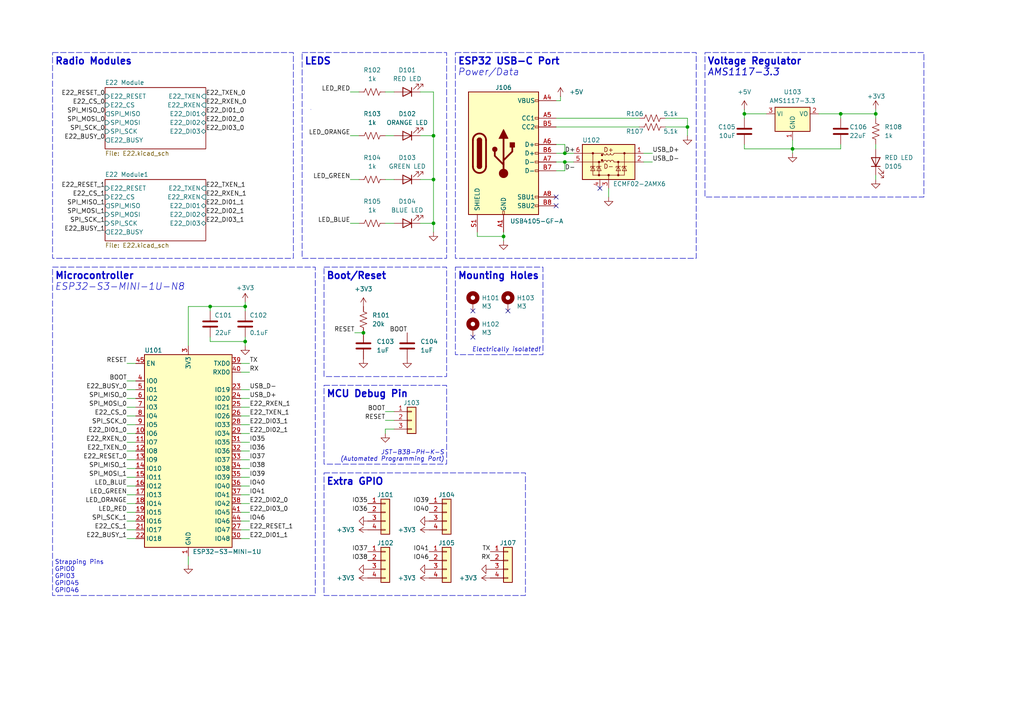
<source format=kicad_sch>
(kicad_sch
	(version 20231120)
	(generator "eeschema")
	(generator_version "8.0")
	(uuid "69669038-9204-4ef2-bc4f-06a0bd7ceaf5")
	(paper "A4")
	(title_block
		(title "Feather Duo")
		(date "2/14/2025")
		(rev "A")
		(company "Illinois Space Society")
		(comment 4 "Contributors: Nicholas Phillips, Thomas McManamen")
	)
	(lib_symbols
		(symbol "Connector:USB_C_Receptacle_USB2.0"
			(pin_names
				(offset 1.016)
			)
			(exclude_from_sim no)
			(in_bom yes)
			(on_board yes)
			(property "Reference" "J101"
				(at 0 22.86 0)
				(effects
					(font
						(size 1.27 1.27)
					)
				)
			)
			(property "Value" "USB4105-GF-A"
				(at 0 20.32 0)
				(effects
					(font
						(size 1.27 1.27)
					)
				)
			)
			(property "Footprint" "Connector_USB:USB_C_Receptacle_GCT_USB4105-xx-A_16P_TopMnt_Horizontal"
				(at 3.81 0 0)
				(effects
					(font
						(size 1.27 1.27)
					)
					(hide yes)
				)
			)
			(property "Datasheet" "https://gct.co/connector/usb4105"
				(at 3.81 0 0)
				(effects
					(font
						(size 1.27 1.27)
					)
					(hide yes)
				)
			)
			(property "Description" "USB 2.0-only Type-C Receptacle connector"
				(at 0 0 0)
				(effects
					(font
						(size 1.27 1.27)
					)
					(hide yes)
				)
			)
			(property "ki_keywords" "usb universal serial bus type-C USB2.0"
				(at 0 0 0)
				(effects
					(font
						(size 1.27 1.27)
					)
					(hide yes)
				)
			)
			(property "ki_fp_filters" "USB*C*Receptacle*"
				(at 0 0 0)
				(effects
					(font
						(size 1.27 1.27)
					)
					(hide yes)
				)
			)
			(symbol "USB_C_Receptacle_USB2.0_0_0"
				(rectangle
					(start -0.254 -17.78)
					(end 0.254 -16.764)
					(stroke
						(width 0)
						(type default)
					)
					(fill
						(type none)
					)
				)
				(rectangle
					(start 10.16 -14.986)
					(end 9.144 -15.494)
					(stroke
						(width 0)
						(type default)
					)
					(fill
						(type none)
					)
				)
				(rectangle
					(start 10.16 -12.446)
					(end 9.144 -12.954)
					(stroke
						(width 0)
						(type default)
					)
					(fill
						(type none)
					)
				)
				(rectangle
					(start 10.16 -4.826)
					(end 9.144 -5.334)
					(stroke
						(width 0)
						(type default)
					)
					(fill
						(type none)
					)
				)
				(rectangle
					(start 10.16 -2.286)
					(end 9.144 -2.794)
					(stroke
						(width 0)
						(type default)
					)
					(fill
						(type none)
					)
				)
				(rectangle
					(start 10.16 0.254)
					(end 9.144 -0.254)
					(stroke
						(width 0)
						(type default)
					)
					(fill
						(type none)
					)
				)
				(rectangle
					(start 10.16 2.794)
					(end 9.144 2.286)
					(stroke
						(width 0)
						(type default)
					)
					(fill
						(type none)
					)
				)
				(rectangle
					(start 10.16 7.874)
					(end 9.144 7.366)
					(stroke
						(width 0)
						(type default)
					)
					(fill
						(type none)
					)
				)
				(rectangle
					(start 10.16 10.414)
					(end 9.144 9.906)
					(stroke
						(width 0)
						(type default)
					)
					(fill
						(type none)
					)
				)
				(rectangle
					(start 10.16 15.494)
					(end 9.144 14.986)
					(stroke
						(width 0)
						(type default)
					)
					(fill
						(type none)
					)
				)
			)
			(symbol "USB_C_Receptacle_USB2.0_0_1"
				(rectangle
					(start -10.16 17.78)
					(end 10.16 -17.78)
					(stroke
						(width 0.254)
						(type default)
					)
					(fill
						(type background)
					)
				)
				(arc
					(start -8.89 -3.81)
					(mid -6.985 -5.7067)
					(end -5.08 -3.81)
					(stroke
						(width 0.508)
						(type default)
					)
					(fill
						(type none)
					)
				)
				(arc
					(start -7.62 -3.81)
					(mid -6.985 -4.4423)
					(end -6.35 -3.81)
					(stroke
						(width 0.254)
						(type default)
					)
					(fill
						(type none)
					)
				)
				(arc
					(start -7.62 -3.81)
					(mid -6.985 -4.4423)
					(end -6.35 -3.81)
					(stroke
						(width 0.254)
						(type default)
					)
					(fill
						(type outline)
					)
				)
				(rectangle
					(start -7.62 -3.81)
					(end -6.35 3.81)
					(stroke
						(width 0.254)
						(type default)
					)
					(fill
						(type outline)
					)
				)
				(arc
					(start -6.35 3.81)
					(mid -6.985 4.4423)
					(end -7.62 3.81)
					(stroke
						(width 0.254)
						(type default)
					)
					(fill
						(type none)
					)
				)
				(arc
					(start -6.35 3.81)
					(mid -6.985 4.4423)
					(end -7.62 3.81)
					(stroke
						(width 0.254)
						(type default)
					)
					(fill
						(type outline)
					)
				)
				(arc
					(start -5.08 3.81)
					(mid -6.985 5.7067)
					(end -8.89 3.81)
					(stroke
						(width 0.508)
						(type default)
					)
					(fill
						(type none)
					)
				)
				(circle
					(center -2.54 1.143)
					(radius 0.635)
					(stroke
						(width 0.254)
						(type default)
					)
					(fill
						(type outline)
					)
				)
				(circle
					(center 0 -5.842)
					(radius 1.27)
					(stroke
						(width 0)
						(type default)
					)
					(fill
						(type outline)
					)
				)
				(polyline
					(pts
						(xy -8.89 -3.81) (xy -8.89 3.81)
					)
					(stroke
						(width 0.508)
						(type default)
					)
					(fill
						(type none)
					)
				)
				(polyline
					(pts
						(xy -5.08 3.81) (xy -5.08 -3.81)
					)
					(stroke
						(width 0.508)
						(type default)
					)
					(fill
						(type none)
					)
				)
				(polyline
					(pts
						(xy 0 -5.842) (xy 0 4.318)
					)
					(stroke
						(width 0.508)
						(type default)
					)
					(fill
						(type none)
					)
				)
				(polyline
					(pts
						(xy 0 -3.302) (xy -2.54 -0.762) (xy -2.54 0.508)
					)
					(stroke
						(width 0.508)
						(type default)
					)
					(fill
						(type none)
					)
				)
				(polyline
					(pts
						(xy 0 -2.032) (xy 2.54 0.508) (xy 2.54 1.778)
					)
					(stroke
						(width 0.508)
						(type default)
					)
					(fill
						(type none)
					)
				)
				(polyline
					(pts
						(xy -1.27 4.318) (xy 0 6.858) (xy 1.27 4.318) (xy -1.27 4.318)
					)
					(stroke
						(width 0.254)
						(type default)
					)
					(fill
						(type outline)
					)
				)
				(rectangle
					(start 1.905 1.778)
					(end 3.175 3.048)
					(stroke
						(width 0.254)
						(type default)
					)
					(fill
						(type outline)
					)
				)
			)
			(symbol "USB_C_Receptacle_USB2.0_1_1"
				(pin passive line
					(at 0 -22.86 90)
					(length 5.08)
					(name "GND"
						(effects
							(font
								(size 1.27 1.27)
							)
						)
					)
					(number "A1"
						(effects
							(font
								(size 1.27 1.27)
							)
						)
					)
				)
				(pin passive line
					(at 0 -22.86 90)
					(length 5.08) hide
					(name "GND"
						(effects
							(font
								(size 1.27 1.27)
							)
						)
					)
					(number "A12"
						(effects
							(font
								(size 1.27 1.27)
							)
						)
					)
				)
				(pin passive line
					(at 15.24 15.24 180)
					(length 5.08)
					(name "VBUS"
						(effects
							(font
								(size 1.27 1.27)
							)
						)
					)
					(number "A4"
						(effects
							(font
								(size 1.27 1.27)
							)
						)
					)
				)
				(pin bidirectional line
					(at 15.24 10.16 180)
					(length 5.08)
					(name "CC1"
						(effects
							(font
								(size 1.27 1.27)
							)
						)
					)
					(number "A5"
						(effects
							(font
								(size 1.27 1.27)
							)
						)
					)
				)
				(pin bidirectional line
					(at 15.24 2.54 180)
					(length 5.08)
					(name "D+"
						(effects
							(font
								(size 1.27 1.27)
							)
						)
					)
					(number "A6"
						(effects
							(font
								(size 1.27 1.27)
							)
						)
					)
				)
				(pin bidirectional line
					(at 15.24 -2.54 180)
					(length 5.08)
					(name "D-"
						(effects
							(font
								(size 1.27 1.27)
							)
						)
					)
					(number "A7"
						(effects
							(font
								(size 1.27 1.27)
							)
						)
					)
				)
				(pin bidirectional line
					(at 15.24 -12.7 180)
					(length 5.08)
					(name "SBU1"
						(effects
							(font
								(size 1.27 1.27)
							)
						)
					)
					(number "A8"
						(effects
							(font
								(size 1.27 1.27)
							)
						)
					)
				)
				(pin passive line
					(at 15.24 15.24 180)
					(length 5.08) hide
					(name "VBUS"
						(effects
							(font
								(size 1.27 1.27)
							)
						)
					)
					(number "A9"
						(effects
							(font
								(size 1.27 1.27)
							)
						)
					)
				)
				(pin passive line
					(at 0 -22.86 90)
					(length 5.08) hide
					(name "GND"
						(effects
							(font
								(size 1.27 1.27)
							)
						)
					)
					(number "B1"
						(effects
							(font
								(size 1.27 1.27)
							)
						)
					)
				)
				(pin passive line
					(at 0 -22.86 90)
					(length 5.08) hide
					(name "GND"
						(effects
							(font
								(size 1.27 1.27)
							)
						)
					)
					(number "B12"
						(effects
							(font
								(size 1.27 1.27)
							)
						)
					)
				)
				(pin passive line
					(at 15.24 15.24 180)
					(length 5.08) hide
					(name "VBUS"
						(effects
							(font
								(size 1.27 1.27)
							)
						)
					)
					(number "B4"
						(effects
							(font
								(size 1.27 1.27)
							)
						)
					)
				)
				(pin bidirectional line
					(at 15.24 7.62 180)
					(length 5.08)
					(name "CC2"
						(effects
							(font
								(size 1.27 1.27)
							)
						)
					)
					(number "B5"
						(effects
							(font
								(size 1.27 1.27)
							)
						)
					)
				)
				(pin bidirectional line
					(at 15.24 0 180)
					(length 5.08)
					(name "D+"
						(effects
							(font
								(size 1.27 1.27)
							)
						)
					)
					(number "B6"
						(effects
							(font
								(size 1.27 1.27)
							)
						)
					)
				)
				(pin bidirectional line
					(at 15.24 -5.08 180)
					(length 5.08)
					(name "D-"
						(effects
							(font
								(size 1.27 1.27)
							)
						)
					)
					(number "B7"
						(effects
							(font
								(size 1.27 1.27)
							)
						)
					)
				)
				(pin bidirectional line
					(at 15.24 -15.24 180)
					(length 5.08)
					(name "SBU2"
						(effects
							(font
								(size 1.27 1.27)
							)
						)
					)
					(number "B8"
						(effects
							(font
								(size 1.27 1.27)
							)
						)
					)
				)
				(pin passive line
					(at 15.24 15.24 180)
					(length 5.08) hide
					(name "VBUS"
						(effects
							(font
								(size 1.27 1.27)
							)
						)
					)
					(number "B9"
						(effects
							(font
								(size 1.27 1.27)
							)
						)
					)
				)
				(pin passive line
					(at -7.62 -22.86 90)
					(length 5.08)
					(name "SHIELD"
						(effects
							(font
								(size 1.27 1.27)
							)
						)
					)
					(number "S1"
						(effects
							(font
								(size 1.27 1.27)
							)
						)
					)
				)
			)
		)
		(symbol "Connector_Generic:Conn_01x03"
			(pin_names
				(offset 1.016) hide)
			(exclude_from_sim no)
			(in_bom yes)
			(on_board yes)
			(property "Reference" "J"
				(at 0 5.08 0)
				(effects
					(font
						(size 1.27 1.27)
					)
				)
			)
			(property "Value" "Conn_01x03"
				(at 0 -5.08 0)
				(effects
					(font
						(size 1.27 1.27)
					)
				)
			)
			(property "Footprint" ""
				(at 0 0 0)
				(effects
					(font
						(size 1.27 1.27)
					)
					(hide yes)
				)
			)
			(property "Datasheet" "~"
				(at 0 0 0)
				(effects
					(font
						(size 1.27 1.27)
					)
					(hide yes)
				)
			)
			(property "Description" "Generic connector, single row, 01x03, script generated (kicad-library-utils/schlib/autogen/connector/)"
				(at 0 0 0)
				(effects
					(font
						(size 1.27 1.27)
					)
					(hide yes)
				)
			)
			(property "ki_keywords" "connector"
				(at 0 0 0)
				(effects
					(font
						(size 1.27 1.27)
					)
					(hide yes)
				)
			)
			(property "ki_fp_filters" "Connector*:*_1x??_*"
				(at 0 0 0)
				(effects
					(font
						(size 1.27 1.27)
					)
					(hide yes)
				)
			)
			(symbol "Conn_01x03_1_1"
				(rectangle
					(start -1.27 -2.413)
					(end 0 -2.667)
					(stroke
						(width 0.1524)
						(type default)
					)
					(fill
						(type none)
					)
				)
				(rectangle
					(start -1.27 0.127)
					(end 0 -0.127)
					(stroke
						(width 0.1524)
						(type default)
					)
					(fill
						(type none)
					)
				)
				(rectangle
					(start -1.27 2.667)
					(end 0 2.413)
					(stroke
						(width 0.1524)
						(type default)
					)
					(fill
						(type none)
					)
				)
				(rectangle
					(start -1.27 3.81)
					(end 1.27 -3.81)
					(stroke
						(width 0.254)
						(type default)
					)
					(fill
						(type background)
					)
				)
				(pin passive line
					(at -5.08 2.54 0)
					(length 3.81)
					(name "Pin_1"
						(effects
							(font
								(size 1.27 1.27)
							)
						)
					)
					(number "1"
						(effects
							(font
								(size 1.27 1.27)
							)
						)
					)
				)
				(pin passive line
					(at -5.08 0 0)
					(length 3.81)
					(name "Pin_2"
						(effects
							(font
								(size 1.27 1.27)
							)
						)
					)
					(number "2"
						(effects
							(font
								(size 1.27 1.27)
							)
						)
					)
				)
				(pin passive line
					(at -5.08 -2.54 0)
					(length 3.81)
					(name "Pin_3"
						(effects
							(font
								(size 1.27 1.27)
							)
						)
					)
					(number "3"
						(effects
							(font
								(size 1.27 1.27)
							)
						)
					)
				)
			)
		)
		(symbol "Connector_Generic:Conn_01x04"
			(pin_names
				(offset 1.016) hide)
			(exclude_from_sim no)
			(in_bom yes)
			(on_board yes)
			(property "Reference" "J"
				(at 0 5.08 0)
				(effects
					(font
						(size 1.27 1.27)
					)
				)
			)
			(property "Value" "Conn_01x04"
				(at 0 -7.62 0)
				(effects
					(font
						(size 1.27 1.27)
					)
				)
			)
			(property "Footprint" ""
				(at 0 0 0)
				(effects
					(font
						(size 1.27 1.27)
					)
					(hide yes)
				)
			)
			(property "Datasheet" "~"
				(at 0 0 0)
				(effects
					(font
						(size 1.27 1.27)
					)
					(hide yes)
				)
			)
			(property "Description" "Generic connector, single row, 01x04, script generated (kicad-library-utils/schlib/autogen/connector/)"
				(at 0 0 0)
				(effects
					(font
						(size 1.27 1.27)
					)
					(hide yes)
				)
			)
			(property "ki_keywords" "connector"
				(at 0 0 0)
				(effects
					(font
						(size 1.27 1.27)
					)
					(hide yes)
				)
			)
			(property "ki_fp_filters" "Connector*:*_1x??_*"
				(at 0 0 0)
				(effects
					(font
						(size 1.27 1.27)
					)
					(hide yes)
				)
			)
			(symbol "Conn_01x04_1_1"
				(rectangle
					(start -1.27 -4.953)
					(end 0 -5.207)
					(stroke
						(width 0.1524)
						(type default)
					)
					(fill
						(type none)
					)
				)
				(rectangle
					(start -1.27 -2.413)
					(end 0 -2.667)
					(stroke
						(width 0.1524)
						(type default)
					)
					(fill
						(type none)
					)
				)
				(rectangle
					(start -1.27 0.127)
					(end 0 -0.127)
					(stroke
						(width 0.1524)
						(type default)
					)
					(fill
						(type none)
					)
				)
				(rectangle
					(start -1.27 2.667)
					(end 0 2.413)
					(stroke
						(width 0.1524)
						(type default)
					)
					(fill
						(type none)
					)
				)
				(rectangle
					(start -1.27 3.81)
					(end 1.27 -6.35)
					(stroke
						(width 0.254)
						(type default)
					)
					(fill
						(type background)
					)
				)
				(pin passive line
					(at -5.08 2.54 0)
					(length 3.81)
					(name "Pin_1"
						(effects
							(font
								(size 1.27 1.27)
							)
						)
					)
					(number "1"
						(effects
							(font
								(size 1.27 1.27)
							)
						)
					)
				)
				(pin passive line
					(at -5.08 0 0)
					(length 3.81)
					(name "Pin_2"
						(effects
							(font
								(size 1.27 1.27)
							)
						)
					)
					(number "2"
						(effects
							(font
								(size 1.27 1.27)
							)
						)
					)
				)
				(pin passive line
					(at -5.08 -2.54 0)
					(length 3.81)
					(name "Pin_3"
						(effects
							(font
								(size 1.27 1.27)
							)
						)
					)
					(number "3"
						(effects
							(font
								(size 1.27 1.27)
							)
						)
					)
				)
				(pin passive line
					(at -5.08 -5.08 0)
					(length 3.81)
					(name "Pin_4"
						(effects
							(font
								(size 1.27 1.27)
							)
						)
					)
					(number "4"
						(effects
							(font
								(size 1.27 1.27)
							)
						)
					)
				)
			)
		)
		(symbol "Device:C"
			(pin_numbers hide)
			(pin_names
				(offset 0.254)
			)
			(exclude_from_sim no)
			(in_bom yes)
			(on_board yes)
			(property "Reference" "C"
				(at 0.635 2.54 0)
				(effects
					(font
						(size 1.27 1.27)
					)
					(justify left)
				)
			)
			(property "Value" "C"
				(at 0.635 -2.54 0)
				(effects
					(font
						(size 1.27 1.27)
					)
					(justify left)
				)
			)
			(property "Footprint" ""
				(at 0.9652 -3.81 0)
				(effects
					(font
						(size 1.27 1.27)
					)
					(hide yes)
				)
			)
			(property "Datasheet" "~"
				(at 0 0 0)
				(effects
					(font
						(size 1.27 1.27)
					)
					(hide yes)
				)
			)
			(property "Description" "Unpolarized capacitor"
				(at 0 0 0)
				(effects
					(font
						(size 1.27 1.27)
					)
					(hide yes)
				)
			)
			(property "ki_keywords" "cap capacitor"
				(at 0 0 0)
				(effects
					(font
						(size 1.27 1.27)
					)
					(hide yes)
				)
			)
			(property "ki_fp_filters" "C_*"
				(at 0 0 0)
				(effects
					(font
						(size 1.27 1.27)
					)
					(hide yes)
				)
			)
			(symbol "C_0_1"
				(polyline
					(pts
						(xy -2.032 -0.762) (xy 2.032 -0.762)
					)
					(stroke
						(width 0.508)
						(type default)
					)
					(fill
						(type none)
					)
				)
				(polyline
					(pts
						(xy -2.032 0.762) (xy 2.032 0.762)
					)
					(stroke
						(width 0.508)
						(type default)
					)
					(fill
						(type none)
					)
				)
			)
			(symbol "C_1_1"
				(pin passive line
					(at 0 3.81 270)
					(length 2.794)
					(name "~"
						(effects
							(font
								(size 1.27 1.27)
							)
						)
					)
					(number "1"
						(effects
							(font
								(size 1.27 1.27)
							)
						)
					)
				)
				(pin passive line
					(at 0 -3.81 90)
					(length 2.794)
					(name "~"
						(effects
							(font
								(size 1.27 1.27)
							)
						)
					)
					(number "2"
						(effects
							(font
								(size 1.27 1.27)
							)
						)
					)
				)
			)
		)
		(symbol "Device:LED"
			(pin_numbers hide)
			(pin_names
				(offset 1.016) hide)
			(exclude_from_sim no)
			(in_bom yes)
			(on_board yes)
			(property "Reference" "D"
				(at 0 2.54 0)
				(effects
					(font
						(size 1.27 1.27)
					)
				)
			)
			(property "Value" "LED"
				(at 0 -2.54 0)
				(effects
					(font
						(size 1.27 1.27)
					)
				)
			)
			(property "Footprint" ""
				(at 0 0 0)
				(effects
					(font
						(size 1.27 1.27)
					)
					(hide yes)
				)
			)
			(property "Datasheet" "~"
				(at 0 0 0)
				(effects
					(font
						(size 1.27 1.27)
					)
					(hide yes)
				)
			)
			(property "Description" "Light emitting diode"
				(at 0 0 0)
				(effects
					(font
						(size 1.27 1.27)
					)
					(hide yes)
				)
			)
			(property "ki_keywords" "LED diode"
				(at 0 0 0)
				(effects
					(font
						(size 1.27 1.27)
					)
					(hide yes)
				)
			)
			(property "ki_fp_filters" "LED* LED_SMD:* LED_THT:*"
				(at 0 0 0)
				(effects
					(font
						(size 1.27 1.27)
					)
					(hide yes)
				)
			)
			(symbol "LED_0_1"
				(polyline
					(pts
						(xy -1.27 -1.27) (xy -1.27 1.27)
					)
					(stroke
						(width 0.254)
						(type default)
					)
					(fill
						(type none)
					)
				)
				(polyline
					(pts
						(xy -1.27 0) (xy 1.27 0)
					)
					(stroke
						(width 0)
						(type default)
					)
					(fill
						(type none)
					)
				)
				(polyline
					(pts
						(xy 1.27 -1.27) (xy 1.27 1.27) (xy -1.27 0) (xy 1.27 -1.27)
					)
					(stroke
						(width 0.254)
						(type default)
					)
					(fill
						(type none)
					)
				)
				(polyline
					(pts
						(xy -3.048 -0.762) (xy -4.572 -2.286) (xy -3.81 -2.286) (xy -4.572 -2.286) (xy -4.572 -1.524)
					)
					(stroke
						(width 0)
						(type default)
					)
					(fill
						(type none)
					)
				)
				(polyline
					(pts
						(xy -1.778 -0.762) (xy -3.302 -2.286) (xy -2.54 -2.286) (xy -3.302 -2.286) (xy -3.302 -1.524)
					)
					(stroke
						(width 0)
						(type default)
					)
					(fill
						(type none)
					)
				)
			)
			(symbol "LED_1_1"
				(pin passive line
					(at -3.81 0 0)
					(length 2.54)
					(name "K"
						(effects
							(font
								(size 1.27 1.27)
							)
						)
					)
					(number "1"
						(effects
							(font
								(size 1.27 1.27)
							)
						)
					)
				)
				(pin passive line
					(at 3.81 0 180)
					(length 2.54)
					(name "A"
						(effects
							(font
								(size 1.27 1.27)
							)
						)
					)
					(number "2"
						(effects
							(font
								(size 1.27 1.27)
							)
						)
					)
				)
			)
		)
		(symbol "Device:R_US"
			(pin_numbers hide)
			(pin_names
				(offset 0)
			)
			(exclude_from_sim no)
			(in_bom yes)
			(on_board yes)
			(property "Reference" "R"
				(at 2.54 0 90)
				(effects
					(font
						(size 1.27 1.27)
					)
				)
			)
			(property "Value" "R_US"
				(at -2.54 0 90)
				(effects
					(font
						(size 1.27 1.27)
					)
				)
			)
			(property "Footprint" ""
				(at 1.016 -0.254 90)
				(effects
					(font
						(size 1.27 1.27)
					)
					(hide yes)
				)
			)
			(property "Datasheet" "~"
				(at 0 0 0)
				(effects
					(font
						(size 1.27 1.27)
					)
					(hide yes)
				)
			)
			(property "Description" "Resistor, US symbol"
				(at 0 0 0)
				(effects
					(font
						(size 1.27 1.27)
					)
					(hide yes)
				)
			)
			(property "ki_keywords" "R res resistor"
				(at 0 0 0)
				(effects
					(font
						(size 1.27 1.27)
					)
					(hide yes)
				)
			)
			(property "ki_fp_filters" "R_*"
				(at 0 0 0)
				(effects
					(font
						(size 1.27 1.27)
					)
					(hide yes)
				)
			)
			(symbol "R_US_0_1"
				(polyline
					(pts
						(xy 0 -2.286) (xy 0 -2.54)
					)
					(stroke
						(width 0)
						(type default)
					)
					(fill
						(type none)
					)
				)
				(polyline
					(pts
						(xy 0 2.286) (xy 0 2.54)
					)
					(stroke
						(width 0)
						(type default)
					)
					(fill
						(type none)
					)
				)
				(polyline
					(pts
						(xy 0 -0.762) (xy 1.016 -1.143) (xy 0 -1.524) (xy -1.016 -1.905) (xy 0 -2.286)
					)
					(stroke
						(width 0)
						(type default)
					)
					(fill
						(type none)
					)
				)
				(polyline
					(pts
						(xy 0 0.762) (xy 1.016 0.381) (xy 0 0) (xy -1.016 -0.381) (xy 0 -0.762)
					)
					(stroke
						(width 0)
						(type default)
					)
					(fill
						(type none)
					)
				)
				(polyline
					(pts
						(xy 0 2.286) (xy 1.016 1.905) (xy 0 1.524) (xy -1.016 1.143) (xy 0 0.762)
					)
					(stroke
						(width 0)
						(type default)
					)
					(fill
						(type none)
					)
				)
			)
			(symbol "R_US_1_1"
				(pin passive line
					(at 0 3.81 270)
					(length 1.27)
					(name "~"
						(effects
							(font
								(size 1.27 1.27)
							)
						)
					)
					(number "1"
						(effects
							(font
								(size 1.27 1.27)
							)
						)
					)
				)
				(pin passive line
					(at 0 -3.81 90)
					(length 1.27)
					(name "~"
						(effects
							(font
								(size 1.27 1.27)
							)
						)
					)
					(number "2"
						(effects
							(font
								(size 1.27 1.27)
							)
						)
					)
				)
			)
		)
		(symbol "Mechanical:MountingHole_Pad"
			(pin_numbers hide)
			(pin_names
				(offset 1.016) hide)
			(exclude_from_sim no)
			(in_bom yes)
			(on_board yes)
			(property "Reference" "H"
				(at 0 6.35 0)
				(effects
					(font
						(size 1.27 1.27)
					)
				)
			)
			(property "Value" "MountingHole_Pad"
				(at 0 4.445 0)
				(effects
					(font
						(size 1.27 1.27)
					)
				)
			)
			(property "Footprint" ""
				(at 0 0 0)
				(effects
					(font
						(size 1.27 1.27)
					)
					(hide yes)
				)
			)
			(property "Datasheet" "~"
				(at 0 0 0)
				(effects
					(font
						(size 1.27 1.27)
					)
					(hide yes)
				)
			)
			(property "Description" "Mounting Hole with connection"
				(at 0 0 0)
				(effects
					(font
						(size 1.27 1.27)
					)
					(hide yes)
				)
			)
			(property "ki_keywords" "mounting hole"
				(at 0 0 0)
				(effects
					(font
						(size 1.27 1.27)
					)
					(hide yes)
				)
			)
			(property "ki_fp_filters" "MountingHole*Pad*"
				(at 0 0 0)
				(effects
					(font
						(size 1.27 1.27)
					)
					(hide yes)
				)
			)
			(symbol "MountingHole_Pad_0_1"
				(circle
					(center 0 1.27)
					(radius 1.27)
					(stroke
						(width 1.27)
						(type default)
					)
					(fill
						(type none)
					)
				)
			)
			(symbol "MountingHole_Pad_1_1"
				(pin input line
					(at 0 -2.54 90)
					(length 2.54)
					(name "1"
						(effects
							(font
								(size 1.27 1.27)
							)
						)
					)
					(number "1"
						(effects
							(font
								(size 1.27 1.27)
							)
						)
					)
				)
			)
		)
		(symbol "Power_Protection:ECMF02-2AMX6"
			(pin_names
				(offset 0.0254) hide)
			(exclude_from_sim no)
			(in_bom yes)
			(on_board yes)
			(property "Reference" "U"
				(at 0 10.16 0)
				(effects
					(font
						(size 1.27 1.27)
					)
				)
			)
			(property "Value" "ECMF02-2AMX6"
				(at 0 7.62 0)
				(effects
					(font
						(size 1.27 1.27)
					)
				)
			)
			(property "Footprint" "Package_DFN_QFN:ST_UQFN-6L_1.5x1.7mm_P0.5mm"
				(at 0 -20.32 0)
				(effects
					(font
						(size 1.27 1.27)
					)
					(hide yes)
				)
			)
			(property "Datasheet" "https://www.st.com/resource/en/datasheet/ecmf02-2amx6.pdf"
				(at 0 -22.86 0)
				(effects
					(font
						(size 1.27 1.27)
					)
					(hide yes)
				)
			)
			(property "Description" "Single Pair Common Mode Filter with ESD Protection, UQFN-6L"
				(at 0 0 0)
				(effects
					(font
						(size 1.27 1.27)
					)
					(hide yes)
				)
			)
			(property "ki_keywords" "Common Mode ESD"
				(at 0 0 0)
				(effects
					(font
						(size 1.27 1.27)
					)
					(hide yes)
				)
			)
			(property "ki_fp_filters" "ST?UQFN*L?1.5x1.7mm*P0.5mm*"
				(at 0 0 0)
				(effects
					(font
						(size 1.27 1.27)
					)
					(hide yes)
				)
			)
			(symbol "ECMF02-2AMX6_0_1"
				(rectangle
					(start -7.62 5.08)
					(end 7.62 -5.08)
					(stroke
						(width 0.254)
						(type default)
					)
					(fill
						(type background)
					)
				)
				(arc
					(start -1.524 2.5023)
					(mid -1.016 2.0306)
					(end -0.508 2.5023)
					(stroke
						(width 0)
						(type default)
					)
					(fill
						(type none)
					)
				)
				(arc
					(start -0.508 0.0377)
					(mid -1.016 0.5094)
					(end -1.524 0.0377)
					(stroke
						(width 0)
						(type default)
					)
					(fill
						(type none)
					)
				)
				(arc
					(start -0.508 2.5023)
					(mid 0 2.0306)
					(end 0.508 2.5023)
					(stroke
						(width 0)
						(type default)
					)
					(fill
						(type none)
					)
				)
				(polyline
					(pts
						(xy -7.62 0) (xy -1.524 0)
					)
					(stroke
						(width 0)
						(type default)
					)
					(fill
						(type none)
					)
				)
				(polyline
					(pts
						(xy -7.62 2.54) (xy -1.524 2.54)
					)
					(stroke
						(width 0)
						(type default)
					)
					(fill
						(type none)
					)
				)
				(polyline
					(pts
						(xy -4.572 -3.81) (xy 4.572 -3.81)
					)
					(stroke
						(width 0)
						(type default)
					)
					(fill
						(type none)
					)
				)
				(polyline
					(pts
						(xy -4.572 2.54) (xy -4.572 -3.81)
					)
					(stroke
						(width 0)
						(type default)
					)
					(fill
						(type none)
					)
				)
				(polyline
					(pts
						(xy -2.794 0) (xy -2.794 -3.81)
					)
					(stroke
						(width 0)
						(type default)
					)
					(fill
						(type none)
					)
				)
				(polyline
					(pts
						(xy 0 -5.08) (xy 0 -3.81)
					)
					(stroke
						(width 0)
						(type default)
					)
					(fill
						(type none)
					)
				)
				(polyline
					(pts
						(xy 2.54 0) (xy 1.524 0)
					)
					(stroke
						(width 0)
						(type default)
					)
					(fill
						(type none)
					)
				)
				(polyline
					(pts
						(xy 2.54 0) (xy 7.62 0)
					)
					(stroke
						(width 0)
						(type default)
					)
					(fill
						(type none)
					)
				)
				(polyline
					(pts
						(xy 2.54 2.54) (xy 1.524 2.54)
					)
					(stroke
						(width 0)
						(type default)
					)
					(fill
						(type none)
					)
				)
				(polyline
					(pts
						(xy 2.54 2.54) (xy 7.62 2.54)
					)
					(stroke
						(width 0)
						(type default)
					)
					(fill
						(type none)
					)
				)
				(polyline
					(pts
						(xy 2.794 0) (xy 2.794 -3.81)
					)
					(stroke
						(width 0)
						(type default)
					)
					(fill
						(type none)
					)
				)
				(polyline
					(pts
						(xy 4.572 2.54) (xy 4.572 -3.81)
					)
					(stroke
						(width 0)
						(type default)
					)
					(fill
						(type none)
					)
				)
				(arc
					(start 0.508 0.0377)
					(mid 0 0.5094)
					(end -0.508 0.0377)
					(stroke
						(width 0)
						(type default)
					)
					(fill
						(type none)
					)
				)
				(arc
					(start 0.508 2.5023)
					(mid 1.016 2.0306)
					(end 1.524 2.5023)
					(stroke
						(width 0)
						(type default)
					)
					(fill
						(type none)
					)
				)
				(arc
					(start 1.524 0.0377)
					(mid 1.016 0.5094)
					(end 0.508 0.0377)
					(stroke
						(width 0)
						(type default)
					)
					(fill
						(type none)
					)
				)
				(text "D+"
					(at 0 3.556 0)
					(effects
						(font
							(size 1.27 1.27)
						)
					)
				)
				(text "D-"
					(at 0 -1.27 0)
					(effects
						(font
							(size 1.27 1.27)
						)
					)
				)
			)
			(symbol "ECMF02-2AMX6_1_1"
				(circle
					(center -4.572 2.54)
					(radius 0.254)
					(stroke
						(width 0)
						(type default)
					)
					(fill
						(type outline)
					)
				)
				(circle
					(center -2.794 -3.81)
					(radius 0.254)
					(stroke
						(width 0)
						(type default)
					)
					(fill
						(type outline)
					)
				)
				(circle
					(center -2.794 0)
					(radius 0.254)
					(stroke
						(width 0)
						(type default)
					)
					(fill
						(type outline)
					)
				)
				(circle
					(center 0 -3.81)
					(radius 0.254)
					(stroke
						(width 0)
						(type default)
					)
					(fill
						(type outline)
					)
				)
				(polyline
					(pts
						(xy -3.937 -1.651) (xy -3.937 -1.27) (xy -5.207 -1.27)
					)
					(stroke
						(width 0)
						(type default)
					)
					(fill
						(type none)
					)
				)
				(polyline
					(pts
						(xy -2.159 -1.651) (xy -2.159 -1.27) (xy -3.429 -1.27)
					)
					(stroke
						(width 0)
						(type default)
					)
					(fill
						(type none)
					)
				)
				(polyline
					(pts
						(xy 3.429 -1.651) (xy 3.429 -1.27) (xy 2.159 -1.27)
					)
					(stroke
						(width 0)
						(type default)
					)
					(fill
						(type none)
					)
				)
				(polyline
					(pts
						(xy 5.207 -1.651) (xy 5.207 -1.27) (xy 3.937 -1.27)
					)
					(stroke
						(width 0)
						(type default)
					)
					(fill
						(type none)
					)
				)
				(polyline
					(pts
						(xy -5.207 -2.54) (xy -3.937 -2.54) (xy -4.572 -1.27) (xy -5.207 -2.54)
					)
					(stroke
						(width 0)
						(type default)
					)
					(fill
						(type none)
					)
				)
				(polyline
					(pts
						(xy -3.429 -2.54) (xy -2.159 -2.54) (xy -2.794 -1.27) (xy -3.429 -2.54)
					)
					(stroke
						(width 0)
						(type default)
					)
					(fill
						(type none)
					)
				)
				(polyline
					(pts
						(xy 3.429 -2.54) (xy 2.159 -2.54) (xy 2.794 -1.27) (xy 3.429 -2.54)
					)
					(stroke
						(width 0)
						(type default)
					)
					(fill
						(type none)
					)
				)
				(polyline
					(pts
						(xy 5.207 -2.54) (xy 3.937 -2.54) (xy 4.572 -1.27) (xy 5.207 -2.54)
					)
					(stroke
						(width 0)
						(type default)
					)
					(fill
						(type none)
					)
				)
				(circle
					(center 1.905 0.508)
					(radius 0.254)
					(stroke
						(width 0)
						(type default)
					)
					(fill
						(type outline)
					)
				)
				(circle
					(center 1.905 2.032)
					(radius 0.254)
					(stroke
						(width 0)
						(type default)
					)
					(fill
						(type outline)
					)
				)
				(circle
					(center 2.794 -3.81)
					(radius 0.254)
					(stroke
						(width 0)
						(type default)
					)
					(fill
						(type outline)
					)
				)
				(circle
					(center 2.794 0)
					(radius 0.254)
					(stroke
						(width 0)
						(type default)
					)
					(fill
						(type outline)
					)
				)
				(circle
					(center 4.572 2.54)
					(radius 0.254)
					(stroke
						(width 0)
						(type default)
					)
					(fill
						(type outline)
					)
				)
				(pin passive line
					(at -10.16 2.54 0)
					(length 2.54)
					(name "D+_in"
						(effects
							(font
								(size 1.27 1.27)
							)
						)
					)
					(number "1"
						(effects
							(font
								(size 1.27 1.27)
							)
						)
					)
				)
				(pin passive line
					(at -10.16 0 0)
					(length 2.54)
					(name "D-_in"
						(effects
							(font
								(size 1.27 1.27)
							)
						)
					)
					(number "2"
						(effects
							(font
								(size 1.27 1.27)
							)
						)
					)
				)
				(pin power_in line
					(at 0 -7.62 90)
					(length 2.54)
					(name "GND"
						(effects
							(font
								(size 1.27 1.27)
							)
						)
					)
					(number "3"
						(effects
							(font
								(size 1.27 1.27)
							)
						)
					)
				)
				(pin free line
					(at 2.54 -7.62 90)
					(length 2.54)
					(name "NC"
						(effects
							(font
								(size 1.27 1.27)
							)
						)
					)
					(number "4"
						(effects
							(font
								(size 1.27 1.27)
							)
						)
					)
				)
				(pin passive line
					(at 10.16 0 180)
					(length 2.54)
					(name "D-_out"
						(effects
							(font
								(size 1.27 1.27)
							)
						)
					)
					(number "5"
						(effects
							(font
								(size 1.27 1.27)
							)
						)
					)
				)
				(pin passive line
					(at 10.16 2.54 180)
					(length 2.54)
					(name "D+_out"
						(effects
							(font
								(size 1.27 1.27)
							)
						)
					)
					(number "6"
						(effects
							(font
								(size 1.27 1.27)
							)
						)
					)
				)
			)
		)
		(symbol "RF_Module:ESP32-S3-MINI-1U"
			(exclude_from_sim no)
			(in_bom yes)
			(on_board yes)
			(property "Reference" "U"
				(at -11.43 29.21 0)
				(effects
					(font
						(size 1.27 1.27)
					)
				)
			)
			(property "Value" "ESP32-S3-MINI-1U"
				(at 12.7 29.21 0)
				(effects
					(font
						(size 1.27 1.27)
					)
				)
			)
			(property "Footprint" "RF_Module:ESP32-S2-MINI-1U"
				(at 16.51 -29.21 0)
				(effects
					(font
						(size 1.27 1.27)
					)
					(hide yes)
				)
			)
			(property "Datasheet" "https://www.espressif.com/sites/default/files/documentation/esp32-s3-mini-1_mini-1u_datasheet_en.pdf"
				(at 0 40.64 0)
				(effects
					(font
						(size 1.27 1.27)
					)
					(hide yes)
				)
			)
			(property "Description" "RF Module, ESP32-S3 SoC, Wi-Fi 802.11b/g/n, Bluetooth, BLE, 32-bit, 3.3V, SMD, external antenna"
				(at 0 43.18 0)
				(effects
					(font
						(size 1.27 1.27)
					)
					(hide yes)
				)
			)
			(property "ki_keywords" "RF Radio BT ESP ESP32-S3 Espressif"
				(at 0 0 0)
				(effects
					(font
						(size 1.27 1.27)
					)
					(hide yes)
				)
			)
			(property "ki_fp_filters" "ESP32?S*MINI?1U"
				(at 0 0 0)
				(effects
					(font
						(size 1.27 1.27)
					)
					(hide yes)
				)
			)
			(symbol "ESP32-S3-MINI-1U_0_1"
				(rectangle
					(start -12.7 27.94)
					(end 12.7 -27.94)
					(stroke
						(width 0.254)
						(type default)
					)
					(fill
						(type background)
					)
				)
			)
			(symbol "ESP32-S3-MINI-1U_1_1"
				(pin power_in line
					(at 0 -30.48 90)
					(length 2.54)
					(name "GND"
						(effects
							(font
								(size 1.27 1.27)
							)
						)
					)
					(number "1"
						(effects
							(font
								(size 1.27 1.27)
							)
						)
					)
				)
				(pin bidirectional line
					(at -15.24 5.08 0)
					(length 2.54)
					(name "IO6"
						(effects
							(font
								(size 1.27 1.27)
							)
						)
					)
					(number "10"
						(effects
							(font
								(size 1.27 1.27)
							)
						)
					)
				)
				(pin bidirectional line
					(at -15.24 2.54 0)
					(length 2.54)
					(name "IO7"
						(effects
							(font
								(size 1.27 1.27)
							)
						)
					)
					(number "11"
						(effects
							(font
								(size 1.27 1.27)
							)
						)
					)
				)
				(pin bidirectional line
					(at -15.24 0 0)
					(length 2.54)
					(name "IO8"
						(effects
							(font
								(size 1.27 1.27)
							)
						)
					)
					(number "12"
						(effects
							(font
								(size 1.27 1.27)
							)
						)
					)
				)
				(pin bidirectional line
					(at -15.24 -2.54 0)
					(length 2.54)
					(name "IO9"
						(effects
							(font
								(size 1.27 1.27)
							)
						)
					)
					(number "13"
						(effects
							(font
								(size 1.27 1.27)
							)
						)
					)
				)
				(pin bidirectional line
					(at -15.24 -5.08 0)
					(length 2.54)
					(name "IO10"
						(effects
							(font
								(size 1.27 1.27)
							)
						)
					)
					(number "14"
						(effects
							(font
								(size 1.27 1.27)
							)
						)
					)
				)
				(pin bidirectional line
					(at -15.24 -7.62 0)
					(length 2.54)
					(name "IO11"
						(effects
							(font
								(size 1.27 1.27)
							)
						)
					)
					(number "15"
						(effects
							(font
								(size 1.27 1.27)
							)
						)
					)
				)
				(pin bidirectional line
					(at -15.24 -10.16 0)
					(length 2.54)
					(name "IO12"
						(effects
							(font
								(size 1.27 1.27)
							)
						)
					)
					(number "16"
						(effects
							(font
								(size 1.27 1.27)
							)
						)
					)
				)
				(pin bidirectional line
					(at -15.24 -12.7 0)
					(length 2.54)
					(name "IO13"
						(effects
							(font
								(size 1.27 1.27)
							)
						)
					)
					(number "17"
						(effects
							(font
								(size 1.27 1.27)
							)
						)
					)
				)
				(pin bidirectional line
					(at -15.24 -15.24 0)
					(length 2.54)
					(name "IO14"
						(effects
							(font
								(size 1.27 1.27)
							)
						)
					)
					(number "18"
						(effects
							(font
								(size 1.27 1.27)
							)
						)
					)
				)
				(pin bidirectional line
					(at -15.24 -17.78 0)
					(length 2.54)
					(name "IO15"
						(effects
							(font
								(size 1.27 1.27)
							)
						)
					)
					(number "19"
						(effects
							(font
								(size 1.27 1.27)
							)
						)
					)
				)
				(pin passive line
					(at 0 -30.48 90)
					(length 2.54) hide
					(name "GND"
						(effects
							(font
								(size 1.27 1.27)
							)
						)
					)
					(number "2"
						(effects
							(font
								(size 1.27 1.27)
							)
						)
					)
				)
				(pin bidirectional line
					(at -15.24 -20.32 0)
					(length 2.54)
					(name "IO16"
						(effects
							(font
								(size 1.27 1.27)
							)
						)
					)
					(number "20"
						(effects
							(font
								(size 1.27 1.27)
							)
						)
					)
				)
				(pin bidirectional line
					(at -15.24 -22.86 0)
					(length 2.54)
					(name "IO17"
						(effects
							(font
								(size 1.27 1.27)
							)
						)
					)
					(number "21"
						(effects
							(font
								(size 1.27 1.27)
							)
						)
					)
				)
				(pin bidirectional line
					(at -15.24 -25.4 0)
					(length 2.54)
					(name "IO18"
						(effects
							(font
								(size 1.27 1.27)
							)
						)
					)
					(number "22"
						(effects
							(font
								(size 1.27 1.27)
							)
						)
					)
				)
				(pin bidirectional line
					(at 15.24 17.78 180)
					(length 2.54)
					(name "IO19"
						(effects
							(font
								(size 1.27 1.27)
							)
						)
					)
					(number "23"
						(effects
							(font
								(size 1.27 1.27)
							)
						)
					)
				)
				(pin bidirectional line
					(at 15.24 15.24 180)
					(length 2.54)
					(name "IO20"
						(effects
							(font
								(size 1.27 1.27)
							)
						)
					)
					(number "24"
						(effects
							(font
								(size 1.27 1.27)
							)
						)
					)
				)
				(pin bidirectional line
					(at 15.24 12.7 180)
					(length 2.54)
					(name "IO21"
						(effects
							(font
								(size 1.27 1.27)
							)
						)
					)
					(number "25"
						(effects
							(font
								(size 1.27 1.27)
							)
						)
					)
				)
				(pin bidirectional line
					(at 15.24 10.16 180)
					(length 2.54)
					(name "IO26"
						(effects
							(font
								(size 1.27 1.27)
							)
						)
					)
					(number "26"
						(effects
							(font
								(size 1.27 1.27)
							)
						)
					)
				)
				(pin bidirectional line
					(at 15.24 -22.86 180)
					(length 2.54)
					(name "IO47"
						(effects
							(font
								(size 1.27 1.27)
							)
						)
					)
					(number "27"
						(effects
							(font
								(size 1.27 1.27)
							)
						)
					)
				)
				(pin bidirectional line
					(at 15.24 7.62 180)
					(length 2.54)
					(name "IO33"
						(effects
							(font
								(size 1.27 1.27)
							)
						)
					)
					(number "28"
						(effects
							(font
								(size 1.27 1.27)
							)
						)
					)
				)
				(pin bidirectional line
					(at 15.24 5.08 180)
					(length 2.54)
					(name "IO34"
						(effects
							(font
								(size 1.27 1.27)
							)
						)
					)
					(number "29"
						(effects
							(font
								(size 1.27 1.27)
							)
						)
					)
				)
				(pin power_in line
					(at 0 30.48 270)
					(length 2.54)
					(name "3V3"
						(effects
							(font
								(size 1.27 1.27)
							)
						)
					)
					(number "3"
						(effects
							(font
								(size 1.27 1.27)
							)
						)
					)
				)
				(pin bidirectional line
					(at 15.24 -25.4 180)
					(length 2.54)
					(name "IO48"
						(effects
							(font
								(size 1.27 1.27)
							)
						)
					)
					(number "30"
						(effects
							(font
								(size 1.27 1.27)
							)
						)
					)
				)
				(pin bidirectional line
					(at 15.24 2.54 180)
					(length 2.54)
					(name "IO35"
						(effects
							(font
								(size 1.27 1.27)
							)
						)
					)
					(number "31"
						(effects
							(font
								(size 1.27 1.27)
							)
						)
					)
				)
				(pin bidirectional line
					(at 15.24 0 180)
					(length 2.54)
					(name "IO36"
						(effects
							(font
								(size 1.27 1.27)
							)
						)
					)
					(number "32"
						(effects
							(font
								(size 1.27 1.27)
							)
						)
					)
				)
				(pin bidirectional line
					(at 15.24 -2.54 180)
					(length 2.54)
					(name "IO37"
						(effects
							(font
								(size 1.27 1.27)
							)
						)
					)
					(number "33"
						(effects
							(font
								(size 1.27 1.27)
							)
						)
					)
				)
				(pin bidirectional line
					(at 15.24 -5.08 180)
					(length 2.54)
					(name "IO38"
						(effects
							(font
								(size 1.27 1.27)
							)
						)
					)
					(number "34"
						(effects
							(font
								(size 1.27 1.27)
							)
						)
					)
				)
				(pin bidirectional line
					(at 15.24 -7.62 180)
					(length 2.54)
					(name "IO39"
						(effects
							(font
								(size 1.27 1.27)
							)
						)
					)
					(number "35"
						(effects
							(font
								(size 1.27 1.27)
							)
						)
					)
				)
				(pin bidirectional line
					(at 15.24 -10.16 180)
					(length 2.54)
					(name "IO40"
						(effects
							(font
								(size 1.27 1.27)
							)
						)
					)
					(number "36"
						(effects
							(font
								(size 1.27 1.27)
							)
						)
					)
				)
				(pin bidirectional line
					(at 15.24 -12.7 180)
					(length 2.54)
					(name "IO41"
						(effects
							(font
								(size 1.27 1.27)
							)
						)
					)
					(number "37"
						(effects
							(font
								(size 1.27 1.27)
							)
						)
					)
				)
				(pin bidirectional line
					(at 15.24 -15.24 180)
					(length 2.54)
					(name "IO42"
						(effects
							(font
								(size 1.27 1.27)
							)
						)
					)
					(number "38"
						(effects
							(font
								(size 1.27 1.27)
							)
						)
					)
				)
				(pin bidirectional line
					(at 15.24 25.4 180)
					(length 2.54)
					(name "TXD0"
						(effects
							(font
								(size 1.27 1.27)
							)
						)
					)
					(number "39"
						(effects
							(font
								(size 1.27 1.27)
							)
						)
					)
				)
				(pin bidirectional line
					(at -15.24 20.32 0)
					(length 2.54)
					(name "IO0"
						(effects
							(font
								(size 1.27 1.27)
							)
						)
					)
					(number "4"
						(effects
							(font
								(size 1.27 1.27)
							)
						)
					)
				)
				(pin bidirectional line
					(at 15.24 22.86 180)
					(length 2.54)
					(name "RXD0"
						(effects
							(font
								(size 1.27 1.27)
							)
						)
					)
					(number "40"
						(effects
							(font
								(size 1.27 1.27)
							)
						)
					)
				)
				(pin bidirectional line
					(at 15.24 -17.78 180)
					(length 2.54)
					(name "IO45"
						(effects
							(font
								(size 1.27 1.27)
							)
						)
					)
					(number "41"
						(effects
							(font
								(size 1.27 1.27)
							)
						)
					)
				)
				(pin passive line
					(at 0 -30.48 90)
					(length 2.54) hide
					(name "GND"
						(effects
							(font
								(size 1.27 1.27)
							)
						)
					)
					(number "42"
						(effects
							(font
								(size 1.27 1.27)
							)
						)
					)
				)
				(pin passive line
					(at 0 -30.48 90)
					(length 2.54) hide
					(name "GND"
						(effects
							(font
								(size 1.27 1.27)
							)
						)
					)
					(number "43"
						(effects
							(font
								(size 1.27 1.27)
							)
						)
					)
				)
				(pin bidirectional line
					(at 15.24 -20.32 180)
					(length 2.54)
					(name "IO46"
						(effects
							(font
								(size 1.27 1.27)
							)
						)
					)
					(number "44"
						(effects
							(font
								(size 1.27 1.27)
							)
						)
					)
				)
				(pin input line
					(at -15.24 25.4 0)
					(length 2.54)
					(name "EN"
						(effects
							(font
								(size 1.27 1.27)
							)
						)
					)
					(number "45"
						(effects
							(font
								(size 1.27 1.27)
							)
						)
					)
				)
				(pin passive line
					(at 0 -30.48 90)
					(length 2.54) hide
					(name "GND"
						(effects
							(font
								(size 1.27 1.27)
							)
						)
					)
					(number "46"
						(effects
							(font
								(size 1.27 1.27)
							)
						)
					)
				)
				(pin passive line
					(at 0 -30.48 90)
					(length 2.54) hide
					(name "GND"
						(effects
							(font
								(size 1.27 1.27)
							)
						)
					)
					(number "47"
						(effects
							(font
								(size 1.27 1.27)
							)
						)
					)
				)
				(pin passive line
					(at 0 -30.48 90)
					(length 2.54) hide
					(name "GND"
						(effects
							(font
								(size 1.27 1.27)
							)
						)
					)
					(number "48"
						(effects
							(font
								(size 1.27 1.27)
							)
						)
					)
				)
				(pin passive line
					(at 0 -30.48 90)
					(length 2.54) hide
					(name "GND"
						(effects
							(font
								(size 1.27 1.27)
							)
						)
					)
					(number "49"
						(effects
							(font
								(size 1.27 1.27)
							)
						)
					)
				)
				(pin bidirectional line
					(at -15.24 17.78 0)
					(length 2.54)
					(name "IO1"
						(effects
							(font
								(size 1.27 1.27)
							)
						)
					)
					(number "5"
						(effects
							(font
								(size 1.27 1.27)
							)
						)
					)
				)
				(pin passive line
					(at 0 -30.48 90)
					(length 2.54) hide
					(name "GND"
						(effects
							(font
								(size 1.27 1.27)
							)
						)
					)
					(number "50"
						(effects
							(font
								(size 1.27 1.27)
							)
						)
					)
				)
				(pin passive line
					(at 0 -30.48 90)
					(length 2.54) hide
					(name "GND"
						(effects
							(font
								(size 1.27 1.27)
							)
						)
					)
					(number "51"
						(effects
							(font
								(size 1.27 1.27)
							)
						)
					)
				)
				(pin passive line
					(at 0 -30.48 90)
					(length 2.54) hide
					(name "GND"
						(effects
							(font
								(size 1.27 1.27)
							)
						)
					)
					(number "52"
						(effects
							(font
								(size 1.27 1.27)
							)
						)
					)
				)
				(pin passive line
					(at 0 -30.48 90)
					(length 2.54) hide
					(name "GND"
						(effects
							(font
								(size 1.27 1.27)
							)
						)
					)
					(number "53"
						(effects
							(font
								(size 1.27 1.27)
							)
						)
					)
				)
				(pin passive line
					(at 0 -30.48 90)
					(length 2.54) hide
					(name "GND"
						(effects
							(font
								(size 1.27 1.27)
							)
						)
					)
					(number "54"
						(effects
							(font
								(size 1.27 1.27)
							)
						)
					)
				)
				(pin passive line
					(at 0 -30.48 90)
					(length 2.54) hide
					(name "GND"
						(effects
							(font
								(size 1.27 1.27)
							)
						)
					)
					(number "55"
						(effects
							(font
								(size 1.27 1.27)
							)
						)
					)
				)
				(pin passive line
					(at 0 -30.48 90)
					(length 2.54) hide
					(name "GND"
						(effects
							(font
								(size 1.27 1.27)
							)
						)
					)
					(number "56"
						(effects
							(font
								(size 1.27 1.27)
							)
						)
					)
				)
				(pin passive line
					(at 0 -30.48 90)
					(length 2.54) hide
					(name "GND"
						(effects
							(font
								(size 1.27 1.27)
							)
						)
					)
					(number "57"
						(effects
							(font
								(size 1.27 1.27)
							)
						)
					)
				)
				(pin passive line
					(at 0 -30.48 90)
					(length 2.54) hide
					(name "GND"
						(effects
							(font
								(size 1.27 1.27)
							)
						)
					)
					(number "58"
						(effects
							(font
								(size 1.27 1.27)
							)
						)
					)
				)
				(pin passive line
					(at 0 -30.48 90)
					(length 2.54) hide
					(name "GND"
						(effects
							(font
								(size 1.27 1.27)
							)
						)
					)
					(number "59"
						(effects
							(font
								(size 1.27 1.27)
							)
						)
					)
				)
				(pin bidirectional line
					(at -15.24 15.24 0)
					(length 2.54)
					(name "IO2"
						(effects
							(font
								(size 1.27 1.27)
							)
						)
					)
					(number "6"
						(effects
							(font
								(size 1.27 1.27)
							)
						)
					)
				)
				(pin passive line
					(at 0 -30.48 90)
					(length 2.54) hide
					(name "GND"
						(effects
							(font
								(size 1.27 1.27)
							)
						)
					)
					(number "60"
						(effects
							(font
								(size 1.27 1.27)
							)
						)
					)
				)
				(pin passive line
					(at 0 -30.48 90)
					(length 2.54) hide
					(name "GND"
						(effects
							(font
								(size 1.27 1.27)
							)
						)
					)
					(number "61"
						(effects
							(font
								(size 1.27 1.27)
							)
						)
					)
				)
				(pin passive line
					(at 0 -30.48 90)
					(length 2.54) hide
					(name "GND"
						(effects
							(font
								(size 1.27 1.27)
							)
						)
					)
					(number "62"
						(effects
							(font
								(size 1.27 1.27)
							)
						)
					)
				)
				(pin passive line
					(at 0 -30.48 90)
					(length 2.54) hide
					(name "GND"
						(effects
							(font
								(size 1.27 1.27)
							)
						)
					)
					(number "63"
						(effects
							(font
								(size 1.27 1.27)
							)
						)
					)
				)
				(pin passive line
					(at 0 -30.48 90)
					(length 2.54) hide
					(name "GND"
						(effects
							(font
								(size 1.27 1.27)
							)
						)
					)
					(number "64"
						(effects
							(font
								(size 1.27 1.27)
							)
						)
					)
				)
				(pin passive line
					(at 0 -30.48 90)
					(length 2.54) hide
					(name "GND"
						(effects
							(font
								(size 1.27 1.27)
							)
						)
					)
					(number "65"
						(effects
							(font
								(size 1.27 1.27)
							)
						)
					)
				)
				(pin bidirectional line
					(at -15.24 12.7 0)
					(length 2.54)
					(name "IO3"
						(effects
							(font
								(size 1.27 1.27)
							)
						)
					)
					(number "7"
						(effects
							(font
								(size 1.27 1.27)
							)
						)
					)
				)
				(pin bidirectional line
					(at -15.24 10.16 0)
					(length 2.54)
					(name "IO4"
						(effects
							(font
								(size 1.27 1.27)
							)
						)
					)
					(number "8"
						(effects
							(font
								(size 1.27 1.27)
							)
						)
					)
				)
				(pin bidirectional line
					(at -15.24 7.62 0)
					(length 2.54)
					(name "IO5"
						(effects
							(font
								(size 1.27 1.27)
							)
						)
					)
					(number "9"
						(effects
							(font
								(size 1.27 1.27)
							)
						)
					)
				)
			)
		)
		(symbol "Regulator_Linear:AMS1117-3.3"
			(exclude_from_sim no)
			(in_bom yes)
			(on_board yes)
			(property "Reference" "U"
				(at -3.81 3.175 0)
				(effects
					(font
						(size 1.27 1.27)
					)
				)
			)
			(property "Value" "AMS1117-3.3"
				(at 0 3.175 0)
				(effects
					(font
						(size 1.27 1.27)
					)
					(justify left)
				)
			)
			(property "Footprint" "Package_TO_SOT_SMD:SOT-223-3_TabPin2"
				(at 0 5.08 0)
				(effects
					(font
						(size 1.27 1.27)
					)
					(hide yes)
				)
			)
			(property "Datasheet" "http://www.advanced-monolithic.com/pdf/ds1117.pdf"
				(at 2.54 -6.35 0)
				(effects
					(font
						(size 1.27 1.27)
					)
					(hide yes)
				)
			)
			(property "Description" "1A Low Dropout regulator, positive, 3.3V fixed output, SOT-223"
				(at 0 0 0)
				(effects
					(font
						(size 1.27 1.27)
					)
					(hide yes)
				)
			)
			(property "ki_keywords" "linear regulator ldo fixed positive"
				(at 0 0 0)
				(effects
					(font
						(size 1.27 1.27)
					)
					(hide yes)
				)
			)
			(property "ki_fp_filters" "SOT?223*TabPin2*"
				(at 0 0 0)
				(effects
					(font
						(size 1.27 1.27)
					)
					(hide yes)
				)
			)
			(symbol "AMS1117-3.3_0_1"
				(rectangle
					(start -5.08 -5.08)
					(end 5.08 1.905)
					(stroke
						(width 0.254)
						(type default)
					)
					(fill
						(type background)
					)
				)
			)
			(symbol "AMS1117-3.3_1_1"
				(pin power_in line
					(at 0 -7.62 90)
					(length 2.54)
					(name "GND"
						(effects
							(font
								(size 1.27 1.27)
							)
						)
					)
					(number "1"
						(effects
							(font
								(size 1.27 1.27)
							)
						)
					)
				)
				(pin power_out line
					(at 7.62 0 180)
					(length 2.54)
					(name "VO"
						(effects
							(font
								(size 1.27 1.27)
							)
						)
					)
					(number "2"
						(effects
							(font
								(size 1.27 1.27)
							)
						)
					)
				)
				(pin power_in line
					(at -7.62 0 0)
					(length 2.54)
					(name "VI"
						(effects
							(font
								(size 1.27 1.27)
							)
						)
					)
					(number "3"
						(effects
							(font
								(size 1.27 1.27)
							)
						)
					)
				)
			)
		)
		(symbol "power:+3V3"
			(power)
			(pin_names
				(offset 0)
			)
			(exclude_from_sim no)
			(in_bom yes)
			(on_board yes)
			(property "Reference" "#PWR"
				(at 0 -3.81 0)
				(effects
					(font
						(size 1.27 1.27)
					)
					(hide yes)
				)
			)
			(property "Value" "+3V3"
				(at 0 3.556 0)
				(effects
					(font
						(size 1.27 1.27)
					)
				)
			)
			(property "Footprint" ""
				(at 0 0 0)
				(effects
					(font
						(size 1.27 1.27)
					)
					(hide yes)
				)
			)
			(property "Datasheet" ""
				(at 0 0 0)
				(effects
					(font
						(size 1.27 1.27)
					)
					(hide yes)
				)
			)
			(property "Description" "Power symbol creates a global label with name \"+3V3\""
				(at 0 0 0)
				(effects
					(font
						(size 1.27 1.27)
					)
					(hide yes)
				)
			)
			(property "ki_keywords" "global power"
				(at 0 0 0)
				(effects
					(font
						(size 1.27 1.27)
					)
					(hide yes)
				)
			)
			(symbol "+3V3_0_1"
				(polyline
					(pts
						(xy -0.762 1.27) (xy 0 2.54)
					)
					(stroke
						(width 0)
						(type default)
					)
					(fill
						(type none)
					)
				)
				(polyline
					(pts
						(xy 0 0) (xy 0 2.54)
					)
					(stroke
						(width 0)
						(type default)
					)
					(fill
						(type none)
					)
				)
				(polyline
					(pts
						(xy 0 2.54) (xy 0.762 1.27)
					)
					(stroke
						(width 0)
						(type default)
					)
					(fill
						(type none)
					)
				)
			)
			(symbol "+3V3_1_1"
				(pin power_in line
					(at 0 0 90)
					(length 0) hide
					(name "+3V3"
						(effects
							(font
								(size 1.27 1.27)
							)
						)
					)
					(number "1"
						(effects
							(font
								(size 1.27 1.27)
							)
						)
					)
				)
			)
		)
		(symbol "power:+5V"
			(power)
			(pin_numbers hide)
			(pin_names
				(offset 0) hide)
			(exclude_from_sim no)
			(in_bom yes)
			(on_board yes)
			(property "Reference" "#PWR"
				(at 0 -3.81 0)
				(effects
					(font
						(size 1.27 1.27)
					)
					(hide yes)
				)
			)
			(property "Value" "+5V"
				(at 0 3.556 0)
				(effects
					(font
						(size 1.27 1.27)
					)
				)
			)
			(property "Footprint" ""
				(at 0 0 0)
				(effects
					(font
						(size 1.27 1.27)
					)
					(hide yes)
				)
			)
			(property "Datasheet" ""
				(at 0 0 0)
				(effects
					(font
						(size 1.27 1.27)
					)
					(hide yes)
				)
			)
			(property "Description" "Power symbol creates a global label with name \"+5V\""
				(at 0 0 0)
				(effects
					(font
						(size 1.27 1.27)
					)
					(hide yes)
				)
			)
			(property "ki_keywords" "global power"
				(at 0 0 0)
				(effects
					(font
						(size 1.27 1.27)
					)
					(hide yes)
				)
			)
			(symbol "+5V_0_1"
				(polyline
					(pts
						(xy -0.762 1.27) (xy 0 2.54)
					)
					(stroke
						(width 0)
						(type default)
					)
					(fill
						(type none)
					)
				)
				(polyline
					(pts
						(xy 0 0) (xy 0 2.54)
					)
					(stroke
						(width 0)
						(type default)
					)
					(fill
						(type none)
					)
				)
				(polyline
					(pts
						(xy 0 2.54) (xy 0.762 1.27)
					)
					(stroke
						(width 0)
						(type default)
					)
					(fill
						(type none)
					)
				)
			)
			(symbol "+5V_1_1"
				(pin power_in line
					(at 0 0 90)
					(length 0)
					(name "~"
						(effects
							(font
								(size 1.27 1.27)
							)
						)
					)
					(number "1"
						(effects
							(font
								(size 1.27 1.27)
							)
						)
					)
				)
			)
		)
		(symbol "power:GND"
			(power)
			(pin_names
				(offset 0)
			)
			(exclude_from_sim no)
			(in_bom yes)
			(on_board yes)
			(property "Reference" "#PWR"
				(at 0 -6.35 0)
				(effects
					(font
						(size 1.27 1.27)
					)
					(hide yes)
				)
			)
			(property "Value" "GND"
				(at 0 -3.81 0)
				(effects
					(font
						(size 1.27 1.27)
					)
				)
			)
			(property "Footprint" ""
				(at 0 0 0)
				(effects
					(font
						(size 1.27 1.27)
					)
					(hide yes)
				)
			)
			(property "Datasheet" ""
				(at 0 0 0)
				(effects
					(font
						(size 1.27 1.27)
					)
					(hide yes)
				)
			)
			(property "Description" "Power symbol creates a global label with name \"GND\" , ground"
				(at 0 0 0)
				(effects
					(font
						(size 1.27 1.27)
					)
					(hide yes)
				)
			)
			(property "ki_keywords" "global power"
				(at 0 0 0)
				(effects
					(font
						(size 1.27 1.27)
					)
					(hide yes)
				)
			)
			(symbol "GND_0_1"
				(polyline
					(pts
						(xy 0 0) (xy 0 -1.27) (xy 1.27 -1.27) (xy 0 -2.54) (xy -1.27 -1.27) (xy 0 -1.27)
					)
					(stroke
						(width 0)
						(type default)
					)
					(fill
						(type none)
					)
				)
			)
			(symbol "GND_1_1"
				(pin power_in line
					(at 0 0 270)
					(length 0) hide
					(name "GND"
						(effects
							(font
								(size 1.27 1.27)
							)
						)
					)
					(number "1"
						(effects
							(font
								(size 1.27 1.27)
							)
						)
					)
				)
			)
		)
	)
	(junction
		(at 71.12 88.9)
		(diameter 0)
		(color 0 0 0 0)
		(uuid "2621f1ab-f26e-4530-9cb4-28b6d281d137")
	)
	(junction
		(at 163.83 46.99)
		(diameter 0)
		(color 0 0 0 0)
		(uuid "2f6135f1-dfa9-4b2a-9fc9-5f42efde98c1")
	)
	(junction
		(at 105.41 96.52)
		(diameter 0)
		(color 0 0 0 0)
		(uuid "30f60b45-496f-4378-b1e3-5e6521e2c57b")
	)
	(junction
		(at 125.73 64.77)
		(diameter 0)
		(color 0 0 0 0)
		(uuid "3936deb5-4b94-4dc6-899f-c5efcc596b92")
	)
	(junction
		(at 163.83 44.45)
		(diameter 0)
		(color 0 0 0 0)
		(uuid "573d4d0c-2816-417b-bf49-e02272989b11")
	)
	(junction
		(at 146.05 68.58)
		(diameter 0)
		(color 0 0 0 0)
		(uuid "5cd6dd72-d045-443e-aaff-d126e29a60b2")
	)
	(junction
		(at 229.87 43.18)
		(diameter 0)
		(color 0 0 0 0)
		(uuid "71cab920-540d-4999-a1dc-d244b7b8f361")
	)
	(junction
		(at 215.9 33.02)
		(diameter 0)
		(color 0 0 0 0)
		(uuid "a399b98e-020e-4a4e-b3ac-4393c0c33520")
	)
	(junction
		(at 243.84 33.02)
		(diameter 0)
		(color 0 0 0 0)
		(uuid "c2fc106f-6243-46a9-8983-40db14a04227")
	)
	(junction
		(at 125.73 52.07)
		(diameter 0)
		(color 0 0 0 0)
		(uuid "db9ddcf2-07be-436c-9c5f-a0e873082bbc")
	)
	(junction
		(at 199.39 36.83)
		(diameter 0)
		(color 0 0 0 0)
		(uuid "dbd66314-1d67-4ab1-b0b3-119cf5fccfa1")
	)
	(junction
		(at 125.73 39.37)
		(diameter 0)
		(color 0 0 0 0)
		(uuid "dd8f94a7-2491-4e18-ae4b-0afad6342343")
	)
	(junction
		(at 71.12 99.06)
		(diameter 0)
		(color 0 0 0 0)
		(uuid "e15bd6ec-fb63-45db-9bdf-17440d4944b9")
	)
	(junction
		(at 254 33.02)
		(diameter 0)
		(color 0 0 0 0)
		(uuid "eda58933-022c-484e-92c7-074c69ac14c9")
	)
	(junction
		(at 60.96 88.9)
		(diameter 0)
		(color 0 0 0 0)
		(uuid "fadb3bc6-8034-49b5-8a52-8ca0b2d1c103")
	)
	(no_connect
		(at 137.16 90.17)
		(uuid "75d8896a-c4da-4452-b613-ad5a27a99ce1")
	)
	(no_connect
		(at 173.99 54.61)
		(uuid "82291b59-2f6d-4f0c-9cbd-98f4fffee29f")
	)
	(no_connect
		(at 161.29 57.15)
		(uuid "a09274d3-b294-4c3a-b7c2-2b407d5d36a5")
	)
	(no_connect
		(at 147.32 90.17)
		(uuid "ab6d9233-d49c-4ff5-95bd-c0945fc5efd9")
	)
	(no_connect
		(at 137.16 97.79)
		(uuid "c93a37c4-c01d-4b48-8ad5-5acafe948006")
	)
	(no_connect
		(at 161.29 59.69)
		(uuid "ea49ad74-adcf-451a-8ef1-188eab640078")
	)
	(wire
		(pts
			(xy 72.39 123.19) (xy 69.85 123.19)
		)
		(stroke
			(width 0)
			(type default)
		)
		(uuid "0138986c-057e-4c81-b5d9-3ee492262ee0")
	)
	(wire
		(pts
			(xy 72.39 115.57) (xy 69.85 115.57)
		)
		(stroke
			(width 0)
			(type default)
		)
		(uuid "03787f6b-281d-406e-9521-9b79beabd9f2")
	)
	(wire
		(pts
			(xy 36.83 105.41) (xy 39.37 105.41)
		)
		(stroke
			(width 0)
			(type default)
		)
		(uuid "05b53d0a-658a-4c6b-b8ec-1976a96f7bd4")
	)
	(wire
		(pts
			(xy 71.12 88.9) (xy 71.12 87.63)
		)
		(stroke
			(width 0)
			(type default)
		)
		(uuid "06f69818-4246-4aeb-9b25-8046e8a97046")
	)
	(wire
		(pts
			(xy 111.76 119.38) (xy 114.3 119.38)
		)
		(stroke
			(width 0)
			(type default)
		)
		(uuid "14d1a649-6f39-400c-a234-2aae4ebc451f")
	)
	(wire
		(pts
			(xy 54.61 161.29) (xy 54.61 163.83)
		)
		(stroke
			(width 0)
			(type default)
		)
		(uuid "15d9b60c-ab52-4c77-b78a-62e925ad026d")
	)
	(wire
		(pts
			(xy 146.05 67.31) (xy 146.05 68.58)
		)
		(stroke
			(width 0)
			(type default)
		)
		(uuid "15e4cccf-b6c8-4ae8-ab3d-1f139c0b3f6f")
	)
	(wire
		(pts
			(xy 193.04 34.29) (xy 199.39 34.29)
		)
		(stroke
			(width 0)
			(type default)
		)
		(uuid "182e559c-75b0-4f91-8ad7-d01de8a00f78")
	)
	(wire
		(pts
			(xy 254 50.8) (xy 254 52.07)
		)
		(stroke
			(width 0)
			(type default)
		)
		(uuid "18ec8bad-afe3-40e2-9040-5f4120bb577c")
	)
	(wire
		(pts
			(xy 69.85 120.65) (xy 72.39 120.65)
		)
		(stroke
			(width 0)
			(type default)
		)
		(uuid "1a260887-51cb-4c02-a252-8ee5e35f1297")
	)
	(wire
		(pts
			(xy 215.9 31.75) (xy 215.9 33.02)
		)
		(stroke
			(width 0)
			(type default)
		)
		(uuid "1a357ef0-c496-40ed-a287-e34b99b54a9a")
	)
	(wire
		(pts
			(xy 36.83 123.19) (xy 39.37 123.19)
		)
		(stroke
			(width 0)
			(type default)
		)
		(uuid "1b05cf8d-960b-44b5-affc-3a7f668a4f61")
	)
	(wire
		(pts
			(xy 186.69 44.45) (xy 189.23 44.45)
		)
		(stroke
			(width 0)
			(type default)
		)
		(uuid "1d9ee831-07ea-4224-b1a9-6a3c7ec64cf8")
	)
	(wire
		(pts
			(xy 146.05 68.58) (xy 138.43 68.58)
		)
		(stroke
			(width 0)
			(type default)
		)
		(uuid "1ef62060-299d-434b-a28f-a072d5f634b2")
	)
	(wire
		(pts
			(xy 254 41.91) (xy 254 43.18)
		)
		(stroke
			(width 0)
			(type default)
		)
		(uuid "207319d6-4534-4ab4-9bb9-f748234673dd")
	)
	(wire
		(pts
			(xy 72.39 133.35) (xy 69.85 133.35)
		)
		(stroke
			(width 0)
			(type default)
		)
		(uuid "21448bc5-ec57-4492-8b47-71d30e16a030")
	)
	(wire
		(pts
			(xy 125.73 67.31) (xy 125.73 64.77)
		)
		(stroke
			(width 0)
			(type default)
		)
		(uuid "2172caee-6087-4ad1-89f3-b7ca82429a25")
	)
	(wire
		(pts
			(xy 138.43 67.31) (xy 138.43 68.58)
		)
		(stroke
			(width 0)
			(type default)
		)
		(uuid "217542d4-abf2-4b8b-9ad4-7ff9df75d9c7")
	)
	(wire
		(pts
			(xy 111.76 121.92) (xy 114.3 121.92)
		)
		(stroke
			(width 0)
			(type default)
		)
		(uuid "2217fc79-afda-4021-9bb5-cf837f58aadf")
	)
	(wire
		(pts
			(xy 229.87 40.64) (xy 229.87 43.18)
		)
		(stroke
			(width 0)
			(type default)
		)
		(uuid "24982b86-dd2e-4faa-bba7-a11b829f72f8")
	)
	(wire
		(pts
			(xy 162.56 29.21) (xy 161.29 29.21)
		)
		(stroke
			(width 0)
			(type default)
		)
		(uuid "24afc3b2-a99b-4a1b-aa70-c7df1b716140")
	)
	(wire
		(pts
			(xy 39.37 110.49) (xy 36.83 110.49)
		)
		(stroke
			(width 0)
			(type default)
		)
		(uuid "2623aa2c-2546-4881-bea6-6d313d821c44")
	)
	(wire
		(pts
			(xy 101.6 39.37) (xy 104.14 39.37)
		)
		(stroke
			(width 0)
			(type default)
		)
		(uuid "287defd9-1caa-473d-9e74-ce9b029c8b47")
	)
	(wire
		(pts
			(xy 215.9 33.02) (xy 215.9 34.29)
		)
		(stroke
			(width 0)
			(type default)
		)
		(uuid "2992ce7d-64c3-4a14-b160-4d31a6b23853")
	)
	(wire
		(pts
			(xy 163.83 44.45) (xy 166.37 44.45)
		)
		(stroke
			(width 0)
			(type default)
		)
		(uuid "2b3b70f8-f83c-4333-b962-5146bcaeeab3")
	)
	(wire
		(pts
			(xy 36.83 115.57) (xy 39.37 115.57)
		)
		(stroke
			(width 0)
			(type default)
		)
		(uuid "2c99b70c-4b01-4b53-9a89-576455fb5b55")
	)
	(wire
		(pts
			(xy 125.73 26.67) (xy 125.73 39.37)
		)
		(stroke
			(width 0)
			(type default)
		)
		(uuid "368cbd9e-1d8d-453c-8a08-9585142b5163")
	)
	(wire
		(pts
			(xy 36.83 148.59) (xy 39.37 148.59)
		)
		(stroke
			(width 0)
			(type default)
		)
		(uuid "38ce0ca9-e144-46fc-a7ba-ca24e9a05aad")
	)
	(wire
		(pts
			(xy 60.96 97.79) (xy 60.96 99.06)
		)
		(stroke
			(width 0)
			(type default)
		)
		(uuid "3d175205-213f-472b-8be0-6d2f44aca5b6")
	)
	(wire
		(pts
			(xy 54.61 88.9) (xy 54.61 100.33)
		)
		(stroke
			(width 0)
			(type default)
		)
		(uuid "40db5bc0-bef3-4610-8a30-d9e7d21de91b")
	)
	(wire
		(pts
			(xy 186.69 46.99) (xy 189.23 46.99)
		)
		(stroke
			(width 0)
			(type default)
		)
		(uuid "426ec5ea-27e3-4a8c-b336-9a70ca380b67")
	)
	(wire
		(pts
			(xy 71.12 88.9) (xy 71.12 90.17)
		)
		(stroke
			(width 0)
			(type default)
		)
		(uuid "4448395e-4cbd-4e62-820a-16ffaeb3c96c")
	)
	(wire
		(pts
			(xy 243.84 43.18) (xy 229.87 43.18)
		)
		(stroke
			(width 0)
			(type default)
		)
		(uuid "455d3b98-1a1a-4a5b-801c-a14a7b782a5b")
	)
	(wire
		(pts
			(xy 72.39 118.11) (xy 69.85 118.11)
		)
		(stroke
			(width 0)
			(type default)
		)
		(uuid "46049490-a31d-406a-8d37-0c1ab29dca02")
	)
	(wire
		(pts
			(xy 72.39 140.97) (xy 69.85 140.97)
		)
		(stroke
			(width 0)
			(type default)
		)
		(uuid "46d91d57-1b55-4e2b-ab4c-d67a7357ec70")
	)
	(wire
		(pts
			(xy 72.39 153.67) (xy 69.85 153.67)
		)
		(stroke
			(width 0)
			(type default)
		)
		(uuid "46ec03f7-b0e3-4860-b70d-ff3d618406e2")
	)
	(wire
		(pts
			(xy 72.39 105.41) (xy 69.85 105.41)
		)
		(stroke
			(width 0)
			(type default)
		)
		(uuid "481be822-6f92-49f0-a7bf-0225c6b39e54")
	)
	(wire
		(pts
			(xy 243.84 41.91) (xy 243.84 43.18)
		)
		(stroke
			(width 0)
			(type default)
		)
		(uuid "48788462-b667-4e43-ab28-fe0ee5bed034")
	)
	(wire
		(pts
			(xy 39.37 133.35) (xy 36.83 133.35)
		)
		(stroke
			(width 0)
			(type default)
		)
		(uuid "4cd07528-4d72-4185-8d71-1fbfec7e4afc")
	)
	(wire
		(pts
			(xy 71.12 99.06) (xy 71.12 100.33)
		)
		(stroke
			(width 0)
			(type default)
		)
		(uuid "4ea080cd-8f49-4aa0-9a28-8c6b945328a1")
	)
	(wire
		(pts
			(xy 125.73 52.07) (xy 125.73 64.77)
		)
		(stroke
			(width 0)
			(type default)
		)
		(uuid "4f21d756-dc4c-49a3-9c28-2283b6dcd77b")
	)
	(wire
		(pts
			(xy 72.39 128.27) (xy 69.85 128.27)
		)
		(stroke
			(width 0)
			(type default)
		)
		(uuid "4fb3e204-65bf-4107-8618-524db07f10b2")
	)
	(wire
		(pts
			(xy 161.29 44.45) (xy 163.83 44.45)
		)
		(stroke
			(width 0)
			(type default)
		)
		(uuid "504a548d-3335-4db5-8b8d-390d2c4666f3")
	)
	(wire
		(pts
			(xy 121.92 52.07) (xy 125.73 52.07)
		)
		(stroke
			(width 0)
			(type default)
		)
		(uuid "53d57677-845c-481d-a4f0-d675a5781bc2")
	)
	(wire
		(pts
			(xy 72.39 138.43) (xy 69.85 138.43)
		)
		(stroke
			(width 0)
			(type default)
		)
		(uuid "564ad711-f76b-410a-a542-7bc7bddff8aa")
	)
	(wire
		(pts
			(xy 163.83 41.91) (xy 163.83 44.45)
		)
		(stroke
			(width 0)
			(type default)
		)
		(uuid "5e661cf8-64bd-49de-a701-4f1226cf78fb")
	)
	(wire
		(pts
			(xy 243.84 33.02) (xy 243.84 34.29)
		)
		(stroke
			(width 0)
			(type default)
		)
		(uuid "5ed117f8-885e-4dae-a90f-2b7e2e327324")
	)
	(wire
		(pts
			(xy 163.83 46.99) (xy 163.83 49.53)
		)
		(stroke
			(width 0)
			(type default)
		)
		(uuid "638b407e-36d8-4938-ab24-3f6212fcb4ce")
	)
	(wire
		(pts
			(xy 161.29 41.91) (xy 163.83 41.91)
		)
		(stroke
			(width 0)
			(type default)
		)
		(uuid "63dd5217-65b3-444d-ae97-de12e479ffca")
	)
	(wire
		(pts
			(xy 36.83 153.67) (xy 39.37 153.67)
		)
		(stroke
			(width 0)
			(type default)
		)
		(uuid "66c78fe6-a777-427d-ad03-c6ff42466e1b")
	)
	(wire
		(pts
			(xy 199.39 39.37) (xy 199.39 36.83)
		)
		(stroke
			(width 0)
			(type default)
		)
		(uuid "6b972af1-3381-4f6e-9c04-f0b16e2ac13c")
	)
	(wire
		(pts
			(xy 39.37 128.27) (xy 36.83 128.27)
		)
		(stroke
			(width 0)
			(type default)
		)
		(uuid "6c601b0d-aba2-4c81-b69e-b579f3ac5ce2")
	)
	(wire
		(pts
			(xy 114.3 124.46) (xy 111.76 124.46)
		)
		(stroke
			(width 0)
			(type default)
		)
		(uuid "6ca2140e-c099-4ad0-8d4d-7272cc4bfb32")
	)
	(wire
		(pts
			(xy 125.73 26.67) (xy 121.92 26.67)
		)
		(stroke
			(width 0)
			(type default)
		)
		(uuid "6cf4f546-45d1-4eb6-ad7f-639c1a185cda")
	)
	(wire
		(pts
			(xy 72.39 125.73) (xy 69.85 125.73)
		)
		(stroke
			(width 0)
			(type default)
		)
		(uuid "6dd9b4f7-1abe-4d42-b01a-83cee1cc0372")
	)
	(wire
		(pts
			(xy 72.39 146.05) (xy 69.85 146.05)
		)
		(stroke
			(width 0)
			(type default)
		)
		(uuid "6fc834ce-1a19-4ccb-8079-fdf8754aa3df")
	)
	(wire
		(pts
			(xy 36.83 118.11) (xy 39.37 118.11)
		)
		(stroke
			(width 0)
			(type default)
		)
		(uuid "7c48894d-2347-4822-9b63-7147caff5a47")
	)
	(wire
		(pts
			(xy 72.39 143.51) (xy 69.85 143.51)
		)
		(stroke
			(width 0)
			(type default)
		)
		(uuid "7d2eef74-67ed-4ba8-85c6-2908cc24967d")
	)
	(wire
		(pts
			(xy 161.29 36.83) (xy 185.42 36.83)
		)
		(stroke
			(width 0)
			(type default)
		)
		(uuid "80f75a1a-0329-4ee0-85b3-7a49611bd527")
	)
	(wire
		(pts
			(xy 105.41 96.52) (xy 102.87 96.52)
		)
		(stroke
			(width 0)
			(type default)
		)
		(uuid "8143de11-871e-4667-83c3-f5be520e5949")
	)
	(wire
		(pts
			(xy 254 33.02) (xy 243.84 33.02)
		)
		(stroke
			(width 0)
			(type default)
		)
		(uuid "81ceec3e-23f2-485e-9a5e-bd7715c1e4dc")
	)
	(wire
		(pts
			(xy 71.12 97.79) (xy 71.12 99.06)
		)
		(stroke
			(width 0)
			(type default)
		)
		(uuid "89ec47fc-2578-432f-94f1-19f54cb16007")
	)
	(wire
		(pts
			(xy 111.76 39.37) (xy 114.3 39.37)
		)
		(stroke
			(width 0)
			(type default)
		)
		(uuid "8a8215b4-f520-4a84-921a-e74acf7fb586")
	)
	(wire
		(pts
			(xy 39.37 135.89) (xy 36.83 135.89)
		)
		(stroke
			(width 0)
			(type default)
		)
		(uuid "8d54e7b1-f011-41be-910c-4215cddf2ac0")
	)
	(wire
		(pts
			(xy 215.9 43.18) (xy 215.9 41.91)
		)
		(stroke
			(width 0)
			(type default)
		)
		(uuid "8e433ff6-2235-4c37-b02a-b8811d49168b")
	)
	(wire
		(pts
			(xy 36.83 156.21) (xy 39.37 156.21)
		)
		(stroke
			(width 0)
			(type default)
		)
		(uuid "93fae6d1-0585-41c0-8d68-600fccce0348")
	)
	(wire
		(pts
			(xy 36.83 130.81) (xy 39.37 130.81)
		)
		(stroke
			(width 0)
			(type default)
		)
		(uuid "9417e18b-6322-4605-8753-942cfcbadbca")
	)
	(wire
		(pts
			(xy 215.9 33.02) (xy 222.25 33.02)
		)
		(stroke
			(width 0)
			(type default)
		)
		(uuid "9581ddd1-fbc3-45a9-8942-720b2e92d6c7")
	)
	(wire
		(pts
			(xy 125.73 39.37) (xy 125.73 52.07)
		)
		(stroke
			(width 0)
			(type default)
		)
		(uuid "963754d5-552e-43d1-b450-1f372d76b910")
	)
	(wire
		(pts
			(xy 229.87 43.18) (xy 229.87 44.45)
		)
		(stroke
			(width 0)
			(type default)
		)
		(uuid "9dec81d9-9d06-47c5-99d7-0f849bdc887e")
	)
	(wire
		(pts
			(xy 69.85 156.21) (xy 72.39 156.21)
		)
		(stroke
			(width 0)
			(type default)
		)
		(uuid "a44dfe54-128b-4c5d-9a00-d851b8218e50")
	)
	(wire
		(pts
			(xy 72.39 148.59) (xy 69.85 148.59)
		)
		(stroke
			(width 0)
			(type default)
		)
		(uuid "a5425616-411c-4999-a19b-f88b06b67018")
	)
	(wire
		(pts
			(xy 72.39 135.89) (xy 69.85 135.89)
		)
		(stroke
			(width 0)
			(type default)
		)
		(uuid "a64e9d2d-06e4-4e02-bf8e-719290e9638a")
	)
	(wire
		(pts
			(xy 254 31.75) (xy 254 33.02)
		)
		(stroke
			(width 0)
			(type default)
		)
		(uuid "a8940e50-bbd0-43f7-ace6-ecb0222b542a")
	)
	(wire
		(pts
			(xy 72.39 107.95) (xy 69.85 107.95)
		)
		(stroke
			(width 0)
			(type default)
		)
		(uuid "a989e39f-9317-436e-975a-de3c6b854d07")
	)
	(wire
		(pts
			(xy 163.83 46.99) (xy 166.37 46.99)
		)
		(stroke
			(width 0)
			(type default)
		)
		(uuid "ab27464d-69f1-4476-b617-e3441d2a646b")
	)
	(wire
		(pts
			(xy 36.83 146.05) (xy 39.37 146.05)
		)
		(stroke
			(width 0)
			(type default)
		)
		(uuid "ae1b2e28-3549-41d0-ae03-d00d37c7d175")
	)
	(wire
		(pts
			(xy 162.56 27.94) (xy 162.56 29.21)
		)
		(stroke
			(width 0)
			(type default)
		)
		(uuid "aff03b08-5d82-476c-9b28-e8bedd0eab28")
	)
	(wire
		(pts
			(xy 39.37 138.43) (xy 36.83 138.43)
		)
		(stroke
			(width 0)
			(type default)
		)
		(uuid "b05c1d04-f1e8-4664-a21b-427bb595849d")
	)
	(wire
		(pts
			(xy 111.76 124.46) (xy 111.76 125.73)
		)
		(stroke
			(width 0)
			(type default)
		)
		(uuid "b775cf2f-765a-4028-a56f-57b3e2f9a959")
	)
	(wire
		(pts
			(xy 72.39 151.13) (xy 69.85 151.13)
		)
		(stroke
			(width 0)
			(type default)
		)
		(uuid "b7e82cb6-3afd-4095-9a1a-35a0b5efb63b")
	)
	(wire
		(pts
			(xy 36.83 113.03) (xy 39.37 113.03)
		)
		(stroke
			(width 0)
			(type default)
		)
		(uuid "b859e689-3f8c-44b3-8d2a-21c546f80896")
	)
	(wire
		(pts
			(xy 111.76 52.07) (xy 114.3 52.07)
		)
		(stroke
			(width 0)
			(type default)
		)
		(uuid "bac4355c-a7df-40be-8bb4-b90ad4e846aa")
	)
	(wire
		(pts
			(xy 199.39 34.29) (xy 199.39 36.83)
		)
		(stroke
			(width 0)
			(type default)
		)
		(uuid "bb6e56b8-b8ba-4910-ba54-fa96a2e546f7")
	)
	(wire
		(pts
			(xy 161.29 46.99) (xy 163.83 46.99)
		)
		(stroke
			(width 0)
			(type default)
		)
		(uuid "c045c467-c60b-410e-9489-ed9167da6896")
	)
	(wire
		(pts
			(xy 176.53 57.15) (xy 176.53 54.61)
		)
		(stroke
			(width 0)
			(type default)
		)
		(uuid "c15c87a6-b81e-4088-a21c-ea55bd562275")
	)
	(wire
		(pts
			(xy 72.39 113.03) (xy 69.85 113.03)
		)
		(stroke
			(width 0)
			(type default)
		)
		(uuid "c6b85895-4c87-4496-b373-bc5ec9ad7686")
	)
	(wire
		(pts
			(xy 215.9 43.18) (xy 229.87 43.18)
		)
		(stroke
			(width 0)
			(type default)
		)
		(uuid "c7f51b5a-7609-454b-a930-08baf90e0d4c")
	)
	(wire
		(pts
			(xy 111.76 26.67) (xy 114.3 26.67)
		)
		(stroke
			(width 0)
			(type default)
		)
		(uuid "ca6437d7-100a-48c9-b7e8-fb231a88fc69")
	)
	(wire
		(pts
			(xy 36.83 140.97) (xy 39.37 140.97)
		)
		(stroke
			(width 0)
			(type default)
		)
		(uuid "cac5359f-056b-4283-93c1-03de40b53fd0")
	)
	(wire
		(pts
			(xy 254 34.29) (xy 254 33.02)
		)
		(stroke
			(width 0)
			(type default)
		)
		(uuid "d05e9868-f3de-4d62-b1a6-5f5c903fecbb")
	)
	(wire
		(pts
			(xy 111.76 64.77) (xy 114.3 64.77)
		)
		(stroke
			(width 0)
			(type default)
		)
		(uuid "d2993f26-8238-4137-9f83-9ed7217e8a27")
	)
	(wire
		(pts
			(xy 101.6 52.07) (xy 104.14 52.07)
		)
		(stroke
			(width 0)
			(type default)
		)
		(uuid "d2ba389c-6925-4300-8de3-8180c1b5c4ef")
	)
	(wire
		(pts
			(xy 125.73 39.37) (xy 121.92 39.37)
		)
		(stroke
			(width 0)
			(type default)
		)
		(uuid "d5462977-bf10-4556-8557-55ed3a84849f")
	)
	(wire
		(pts
			(xy 36.83 120.65) (xy 39.37 120.65)
		)
		(stroke
			(width 0)
			(type default)
		)
		(uuid "d5733df6-e9a4-430b-bba1-a1f8d8997c0a")
	)
	(wire
		(pts
			(xy 237.49 33.02) (xy 243.84 33.02)
		)
		(stroke
			(width 0)
			(type default)
		)
		(uuid "d639e498-5441-4460-9670-0f5c1bfe3bcf")
	)
	(wire
		(pts
			(xy 39.37 125.73) (xy 36.83 125.73)
		)
		(stroke
			(width 0)
			(type default)
		)
		(uuid "d7eb176e-e0dc-4511-90f4-6bdc977acdf8")
	)
	(wire
		(pts
			(xy 60.96 88.9) (xy 71.12 88.9)
		)
		(stroke
			(width 0)
			(type default)
		)
		(uuid "dbfa9124-c63b-44c3-9f64-8c2775161f6b")
	)
	(wire
		(pts
			(xy 60.96 99.06) (xy 71.12 99.06)
		)
		(stroke
			(width 0)
			(type default)
		)
		(uuid "df5cc207-5d63-400b-bb85-760999c00919")
	)
	(wire
		(pts
			(xy 60.96 88.9) (xy 54.61 88.9)
		)
		(stroke
			(width 0)
			(type default)
		)
		(uuid "df660ece-981a-4543-ac84-7d29af2ec2f6")
	)
	(wire
		(pts
			(xy 101.6 26.67) (xy 104.14 26.67)
		)
		(stroke
			(width 0)
			(type default)
		)
		(uuid "df86f223-00ac-45e5-97d9-bc50b4feadd8")
	)
	(wire
		(pts
			(xy 193.04 36.83) (xy 199.39 36.83)
		)
		(stroke
			(width 0)
			(type default)
		)
		(uuid "e015ca04-2e72-444a-9a0a-5d20a72da18c")
	)
	(wire
		(pts
			(xy 101.6 64.77) (xy 104.14 64.77)
		)
		(stroke
			(width 0)
			(type default)
		)
		(uuid "e2107abc-37c3-4f79-bd31-af1483c980c7")
	)
	(wire
		(pts
			(xy 72.39 130.81) (xy 69.85 130.81)
		)
		(stroke
			(width 0)
			(type default)
		)
		(uuid "e2fe2320-5ddd-42c9-aa7b-13cc1f0214a2")
	)
	(wire
		(pts
			(xy 36.83 151.13) (xy 39.37 151.13)
		)
		(stroke
			(width 0)
			(type default)
		)
		(uuid "e341be24-16c0-4225-9822-cc8f96a274b1")
	)
	(wire
		(pts
			(xy 36.83 143.51) (xy 39.37 143.51)
		)
		(stroke
			(width 0)
			(type default)
		)
		(uuid "e63095e5-8c80-4162-9247-69f38af3160b")
	)
	(wire
		(pts
			(xy 146.05 68.58) (xy 146.05 69.85)
		)
		(stroke
			(width 0)
			(type default)
		)
		(uuid "e72df373-d7e0-4b3c-b485-0c192a3268ac")
	)
	(wire
		(pts
			(xy 60.96 90.17) (xy 60.96 88.9)
		)
		(stroke
			(width 0)
			(type default)
		)
		(uuid "e820814f-847c-440b-a1d3-303590ed04d8")
	)
	(wire
		(pts
			(xy 163.83 49.53) (xy 161.29 49.53)
		)
		(stroke
			(width 0)
			(type default)
		)
		(uuid "e952dba6-538e-4055-a8ea-80563c0586f0")
	)
	(wire
		(pts
			(xy 161.29 34.29) (xy 185.42 34.29)
		)
		(stroke
			(width 0)
			(type default)
		)
		(uuid "e98dd389-0398-40f0-aa8d-48b1bc6715f8")
	)
	(wire
		(pts
			(xy 121.92 64.77) (xy 125.73 64.77)
		)
		(stroke
			(width 0)
			(type default)
		)
		(uuid "f53d4bd4-2a3a-42c2-9649-b4f7af9829a0")
	)
	(rectangle
		(start 87.63 15.24)
		(end 129.54 74.93)
		(stroke
			(width 0)
			(type dash)
		)
		(fill
			(type none)
		)
		(uuid 057a1ad4-85c6-41d8-9f18-a24ad3bd7406)
	)
	(rectangle
		(start 204.47 15.24)
		(end 267.97 57.15)
		(stroke
			(width 0)
			(type dash)
		)
		(fill
			(type none)
		)
		(uuid 284ccab8-d57b-49d5-8b16-817992ef3eac)
	)
	(rectangle
		(start 132.08 77.47)
		(end 157.48 102.87)
		(stroke
			(width 0)
			(type dash)
		)
		(fill
			(type none)
		)
		(uuid 38d990b4-149b-4e15-be2a-9f39090cbbb2)
	)
	(rectangle
		(start 132.08 15.24)
		(end 201.93 74.93)
		(stroke
			(width 0)
			(type dash)
		)
		(fill
			(type none)
		)
		(uuid 4802be37-d638-433c-b495-d875543ad169)
	)
	(rectangle
		(start 90.17 31.75)
		(end 90.17 31.75)
		(stroke
			(width 0)
			(type default)
		)
		(fill
			(type none)
		)
		(uuid 7ad5049a-07a9-40b4-9f4b-10f20c46a1fd)
	)
	(rectangle
		(start 93.98 77.47)
		(end 129.54 109.22)
		(stroke
			(width 0)
			(type dash)
		)
		(fill
			(type none)
		)
		(uuid 84cf94ff-2319-467a-b94f-7d7589c5a756)
	)
	(rectangle
		(start 15.24 15.24)
		(end 85.09 74.93)
		(stroke
			(width 0)
			(type dash)
		)
		(fill
			(type none)
		)
		(uuid 86ca60f8-e2ae-400d-ba3d-fba681d23870)
	)
	(rectangle
		(start 93.98 137.16)
		(end 152.4 172.72)
		(stroke
			(width 0)
			(type dash)
		)
		(fill
			(type none)
		)
		(uuid 8d56edb5-2da6-4f0d-8d14-be05589cd2c9)
	)
	(rectangle
		(start 15.24 77.47)
		(end 91.44 172.72)
		(stroke
			(width 0)
			(type dash)
		)
		(fill
			(type none)
		)
		(uuid 8ea688c7-f8c2-45a0-8920-59395767eed5)
	)
	(rectangle
		(start 93.98 111.76)
		(end 129.54 134.62)
		(stroke
			(width 0)
			(type dash)
		)
		(fill
			(type none)
		)
		(uuid a97778fe-f553-47cb-b293-786520b78093)
	)
	(text "Microcontroller"
		(exclude_from_sim no)
		(at 15.875 81.28 0)
		(effects
			(font
				(size 2 2)
				(bold yes)
			)
			(justify left bottom)
		)
		(uuid "18b12e8a-b0cd-45ab-a476-fbd5598403f1")
	)
	(text "MCU Debug Pin\n\n"
		(exclude_from_sim no)
		(at 94.615 118.745 0)
		(effects
			(font
				(size 2 2)
				(thickness 0.4)
				(bold yes)
			)
			(justify left bottom)
		)
		(uuid "2ab123d4-41d7-4678-9c4b-b10b6fea44bc")
	)
	(text "Electrically isolated!"
		(exclude_from_sim no)
		(at 156.845 102.235 0)
		(effects
			(font
				(size 1.27 1.27)
				(italic yes)
			)
			(justify right bottom)
		)
		(uuid "2cdab204-1984-45f4-b59c-8f8ee9d5d117")
	)
	(text "LEDS"
		(exclude_from_sim no)
		(at 88.265 19.05 0)
		(effects
			(font
				(size 2 2)
				(thickness 0.4)
				(bold yes)
			)
			(justify left bottom)
		)
		(uuid "3a88ce08-2e8c-4942-ab92-d797feeb5735")
	)
	(text "Voltage Regulator"
		(exclude_from_sim no)
		(at 205.105 19.05 0)
		(effects
			(font
				(size 2 2)
				(thickness 0.4)
				(bold yes)
			)
			(justify left bottom)
		)
		(uuid "5a56d501-f227-482a-9fef-5fea8a88a5f3")
	)
	(text "AMS1117-3.3"
		(exclude_from_sim no)
		(at 205.105 22.225 0)
		(effects
			(font
				(size 2 2)
				(thickness 0.25)
				(italic yes)
			)
			(justify left bottom)
		)
		(uuid "68ad24a9-05e2-46f8-b9e2-a2f3e91ca72d")
	)
	(text "JST-B3B-PH-K-S"
		(exclude_from_sim no)
		(at 128.905 132.08 0)
		(effects
			(font
				(size 1.27 1.27)
				(italic yes)
			)
			(justify right bottom)
		)
		(uuid "75081718-23d5-43d7-84bd-7939c65612d8")
	)
	(text "Radio Modules"
		(exclude_from_sim no)
		(at 15.875 19.05 0)
		(effects
			(font
				(size 2 2)
				(thickness 0.4)
				(bold yes)
			)
			(justify left bottom)
		)
		(uuid "80c92590-cd61-44e5-9918-0e98a1acd348")
	)
	(text "ESP32-S3-MINI-1U-N8"
		(exclude_from_sim no)
		(at 15.875 84.455 0)
		(effects
			(font
				(size 2 2)
				(italic yes)
			)
			(justify left bottom)
		)
		(uuid "a7413270-8782-4d1e-bc04-e56e2647795a")
	)
	(text "Extra GPIO"
		(exclude_from_sim no)
		(at 94.615 140.97 0)
		(effects
			(font
				(size 2 2)
				(thickness 0.4)
				(bold yes)
			)
			(justify left bottom)
		)
		(uuid "aabcc0ab-9eb2-4601-a426-bc2658efc996")
	)
	(text "ESP32 USB-C Port\n"
		(exclude_from_sim no)
		(at 132.715 19.05 0)
		(effects
			(font
				(size 2 2)
				(thickness 0.4)
				(bold yes)
			)
			(justify left bottom)
		)
		(uuid "d2a18c02-ec85-40f5-ab8c-097ee5618cdd")
	)
	(text "Strapping Pins\nGPIO0\nGPIO3\nGPIO45\nGPIO46"
		(exclude_from_sim no)
		(at 15.875 172.085 0)
		(effects
			(font
				(size 1.27 1.27)
			)
			(justify left bottom)
		)
		(uuid "da2fe611-7506-44ed-9fbf-8dc4f22ca9bf")
	)
	(text "Power/Data"
		(exclude_from_sim no)
		(at 132.715 22.225 0)
		(effects
			(font
				(size 2 2)
				(italic yes)
			)
			(justify left bottom)
		)
		(uuid "df1e313d-dbd2-408c-bd3b-92eccac44eac")
	)
	(text "(Automated Programming Port)"
		(exclude_from_sim no)
		(at 128.905 133.985 0)
		(effects
			(font
				(size 1.27 1.27)
				(italic yes)
			)
			(justify right bottom)
		)
		(uuid "e2c2093c-85de-43e2-bc5d-503717bf363f")
	)
	(text "Mounting Holes"
		(exclude_from_sim no)
		(at 132.715 81.28 0)
		(effects
			(font
				(face "KiCad Font")
				(size 2 2)
				(thickness 0.4)
				(bold yes)
			)
			(justify left bottom)
		)
		(uuid "eb5a5af7-2c56-407d-9ca7-133c48093b99")
	)
	(text "Boot/Reset"
		(exclude_from_sim no)
		(at 94.615 81.28 0)
		(effects
			(font
				(size 2 2)
				(bold yes)
			)
			(justify left bottom)
		)
		(uuid "f262e0bf-5fb5-4e12-877d-934d578db476")
	)
	(label "E22_DI01_0"
		(at 36.83 125.73 180)
		(fields_autoplaced yes)
		(effects
			(font
				(size 1.27 1.27)
			)
			(justify right bottom)
		)
		(uuid "0718704b-921f-4341-a67d-abeabf1cd9de")
	)
	(label "USB_D-"
		(at 72.39 113.03 0)
		(fields_autoplaced yes)
		(effects
			(font
				(size 1.27 1.27)
			)
			(justify left bottom)
		)
		(uuid "08dc157b-97c0-4055-ac2d-31203ffe3da9")
	)
	(label "RESET"
		(at 36.83 105.41 180)
		(fields_autoplaced yes)
		(effects
			(font
				(size 1.27 1.27)
			)
			(justify right bottom)
		)
		(uuid "1358921b-8272-4b8c-b91e-e211c7efc1a5")
	)
	(label "SPI_SCK_1"
		(at 36.83 151.13 180)
		(fields_autoplaced yes)
		(effects
			(font
				(size 1.27 1.27)
			)
			(justify right bottom)
		)
		(uuid "1600feba-ce72-456a-8f38-97242854dba0")
	)
	(label "E22_RESET_1"
		(at 72.39 153.67 0)
		(fields_autoplaced yes)
		(effects
			(font
				(size 1.27 1.27)
			)
			(justify left bottom)
		)
		(uuid "169d1bd4-280d-41e0-b161-97247e16007c")
	)
	(label "IO40"
		(at 124.46 148.59 180)
		(fields_autoplaced yes)
		(effects
			(font
				(size 1.27 1.27)
			)
			(justify right bottom)
		)
		(uuid "19b21d84-7276-4163-9de9-4bc51a8a7dd1")
	)
	(label "IO39"
		(at 124.46 146.05 180)
		(fields_autoplaced yes)
		(effects
			(font
				(size 1.27 1.27)
			)
			(justify right bottom)
		)
		(uuid "1a2a6cef-1d9b-4862-bf53-079f3a03feb1")
	)
	(label "IO40"
		(at 72.39 140.97 0)
		(fields_autoplaced yes)
		(effects
			(font
				(size 1.27 1.27)
			)
			(justify left bottom)
		)
		(uuid "1b7595b6-9e2f-48e3-ac84-52d1189b15d8")
	)
	(label "E22_DI03_1"
		(at 72.39 123.19 0)
		(fields_autoplaced yes)
		(effects
			(font
				(size 1.27 1.27)
			)
			(justify left bottom)
		)
		(uuid "1d7f3cb7-73b3-4e34-aed0-d8b6a99143fa")
	)
	(label "E22_DI03_0"
		(at 59.69 38.1 0)
		(fields_autoplaced yes)
		(effects
			(font
				(size 1.27 1.27)
			)
			(justify left bottom)
		)
		(uuid "1e2ce38a-2762-4179-ab3f-fcbd0a66fae7")
	)
	(label "LED_RED"
		(at 101.6 26.67 180)
		(fields_autoplaced yes)
		(effects
			(font
				(size 1.27 1.27)
			)
			(justify right bottom)
		)
		(uuid "1f552314-ebe2-4629-92b1-804f13f811d0")
	)
	(label "D+"
		(at 163.83 44.45 0)
		(fields_autoplaced yes)
		(effects
			(font
				(size 1.27 1.27)
			)
			(justify left bottom)
		)
		(uuid "206421d0-2b96-451d-8cd1-34ae6b222a57")
	)
	(label "IO38"
		(at 72.39 135.89 0)
		(fields_autoplaced yes)
		(effects
			(font
				(size 1.27 1.27)
			)
			(justify left bottom)
		)
		(uuid "28fe2cda-3fed-42a7-bae3-fb5c82e469b8")
	)
	(label "E22_BUSY_1"
		(at 30.48 67.31 180)
		(fields_autoplaced yes)
		(effects
			(font
				(size 1.27 1.27)
			)
			(justify right bottom)
		)
		(uuid "2932aedb-b033-4b1c-8999-387f4a0d2b13")
	)
	(label "E22_TXEN_1"
		(at 72.39 120.65 0)
		(fields_autoplaced yes)
		(effects
			(font
				(size 1.27 1.27)
			)
			(justify left bottom)
		)
		(uuid "2a68d912-fd35-44ea-ba1b-991c12fb5ecd")
	)
	(label "IO37"
		(at 106.68 160.02 180)
		(fields_autoplaced yes)
		(effects
			(font
				(size 1.27 1.27)
			)
			(justify right bottom)
		)
		(uuid "2a84f949-1657-4d15-8cdc-820a43cff87c")
	)
	(label "E22_RESET_1"
		(at 30.48 54.61 180)
		(fields_autoplaced yes)
		(effects
			(font
				(size 1.27 1.27)
			)
			(justify right bottom)
		)
		(uuid "2e9998b0-9384-44ef-8287-abb03ab7cd29")
	)
	(label "E22_DI02_1"
		(at 59.69 62.23 0)
		(fields_autoplaced yes)
		(effects
			(font
				(size 1.27 1.27)
			)
			(justify left bottom)
		)
		(uuid "31256130-81f1-43f4-bf4c-e3a0c2c0fc2e")
	)
	(label "IO35"
		(at 106.68 146.05 180)
		(fields_autoplaced yes)
		(effects
			(font
				(size 1.27 1.27)
			)
			(justify right bottom)
		)
		(uuid "3287b7f6-daa8-465c-a255-68a96a8777a5")
	)
	(label "IO37"
		(at 72.39 133.35 0)
		(fields_autoplaced yes)
		(effects
			(font
				(size 1.27 1.27)
			)
			(justify left bottom)
		)
		(uuid "364b7f5f-1627-4f09-bb78-7908aed28cea")
	)
	(label "D-"
		(at 163.83 49.53 0)
		(fields_autoplaced yes)
		(effects
			(font
				(size 1.27 1.27)
			)
			(justify left bottom)
		)
		(uuid "36cc1e21-aaf8-45fd-8de6-58c611164b93")
	)
	(label "E22_DI01_1"
		(at 59.69 59.69 0)
		(fields_autoplaced yes)
		(effects
			(font
				(size 1.27 1.27)
			)
			(justify left bottom)
		)
		(uuid "3825b3d6-03fd-4c6a-b829-5887d968ef13")
	)
	(label "SPI_MISO_1"
		(at 30.48 59.69 180)
		(fields_autoplaced yes)
		(effects
			(font
				(size 1.27 1.27)
			)
			(justify right bottom)
		)
		(uuid "3860ab0b-7385-4ce7-9503-7f24cd8b4b3e")
	)
	(label "SPI_SCK_0"
		(at 36.83 123.19 180)
		(fields_autoplaced yes)
		(effects
			(font
				(size 1.27 1.27)
			)
			(justify right bottom)
		)
		(uuid "3d636131-bd26-4b0a-b70e-65f5f5edfd7a")
	)
	(label "E22_DI02_0"
		(at 72.39 146.05 0)
		(fields_autoplaced yes)
		(effects
			(font
				(size 1.27 1.27)
			)
			(justify left bottom)
		)
		(uuid "46409de7-8593-4572-8152-0cdead14c816")
	)
	(label "IO46"
		(at 72.39 151.13 0)
		(fields_autoplaced yes)
		(effects
			(font
				(size 1.27 1.27)
			)
			(justify left bottom)
		)
		(uuid "47a00760-6018-4711-8a5a-0b14ec8595f5")
	)
	(label "E22_CS_0"
		(at 30.48 30.48 180)
		(fields_autoplaced yes)
		(effects
			(font
				(size 1.27 1.27)
			)
			(justify right bottom)
		)
		(uuid "48eb048a-7444-433b-90e9-5d9906cd2f7d")
	)
	(label "IO35"
		(at 72.39 128.27 0)
		(fields_autoplaced yes)
		(effects
			(font
				(size 1.27 1.27)
			)
			(justify left bottom)
		)
		(uuid "5022363d-3f4b-45cb-b57a-439cdf23b1e5")
	)
	(label "USB_D+"
		(at 189.23 44.45 0)
		(fields_autoplaced yes)
		(effects
			(font
				(size 1.27 1.27)
			)
			(justify left bottom)
		)
		(uuid "51844cc4-d3ae-4e59-b967-7d7bc59a9e66")
	)
	(label "BOOT"
		(at 36.83 110.49 180)
		(fields_autoplaced yes)
		(effects
			(font
				(size 1.27 1.27)
			)
			(justify right bottom)
		)
		(uuid "53648cad-93eb-4d3f-9ab9-2cc07b0dc7fe")
	)
	(label "LED_BLUE"
		(at 36.83 140.97 180)
		(fields_autoplaced yes)
		(effects
			(font
				(size 1.27 1.27)
			)
			(justify right bottom)
		)
		(uuid "54cdd46e-28d3-488b-90e6-907ce6932fc8")
	)
	(label "IO41"
		(at 124.46 160.02 180)
		(fields_autoplaced yes)
		(effects
			(font
				(size 1.27 1.27)
			)
			(justify right bottom)
		)
		(uuid "554c146d-b3c6-4c7d-9a59-aabe312452d5")
	)
	(label "SPI_SCK_1"
		(at 30.48 64.77 180)
		(fields_autoplaced yes)
		(effects
			(font
				(size 1.27 1.27)
			)
			(justify right bottom)
		)
		(uuid "5bd3cf97-e17a-4013-a7c4-7e8f1f61c978")
	)
	(label "E22_BUSY_0"
		(at 30.48 40.64 180)
		(fields_autoplaced yes)
		(effects
			(font
				(size 1.27 1.27)
			)
			(justify right bottom)
		)
		(uuid "5dcd8fbc-22ad-49ba-9171-a63c6c7f2492")
	)
	(label "BOOT"
		(at 118.11 96.52 180)
		(fields_autoplaced yes)
		(effects
			(font
				(size 1.27 1.27)
			)
			(justify right bottom)
		)
		(uuid "5e2236e6-bb71-45c3-beb1-474e4d99e821")
	)
	(label "LED_GREEN"
		(at 101.6 52.07 180)
		(fields_autoplaced yes)
		(effects
			(font
				(size 1.27 1.27)
			)
			(justify right bottom)
		)
		(uuid "5fe8975a-6f8a-47c4-acae-89784561e839")
	)
	(label "E22_RESET_0"
		(at 36.83 133.35 180)
		(fields_autoplaced yes)
		(effects
			(font
				(size 1.27 1.27)
			)
			(justify right bottom)
		)
		(uuid "61539462-db11-44c7-a236-009e80fbbcc1")
	)
	(label "TX"
		(at 72.39 105.41 0)
		(fields_autoplaced yes)
		(effects
			(font
				(size 1.27 1.27)
			)
			(justify left bottom)
		)
		(uuid "690a3ceb-b4b4-40e7-9973-03ee3a616314")
	)
	(label "SPI_MOSI_0"
		(at 36.83 118.11 180)
		(fields_autoplaced yes)
		(effects
			(font
				(size 1.27 1.27)
			)
			(justify right bottom)
		)
		(uuid "6db36e7a-9018-48c2-85b9-5b61b586fc34")
	)
	(label "E22_DI03_0"
		(at 72.39 148.59 0)
		(fields_autoplaced yes)
		(effects
			(font
				(size 1.27 1.27)
			)
			(justify left bottom)
		)
		(uuid "7088c251-79a0-43e6-9146-996b5f93288c")
	)
	(label "LED_GREEN"
		(at 36.83 143.51 180)
		(fields_autoplaced yes)
		(effects
			(font
				(size 1.27 1.27)
			)
			(justify right bottom)
		)
		(uuid "717a8acc-75d4-4bf7-be16-c66ad7c6dfea")
	)
	(label "IO36"
		(at 72.39 130.81 0)
		(fields_autoplaced yes)
		(effects
			(font
				(size 1.27 1.27)
			)
			(justify left bottom)
		)
		(uuid "727c6245-04d5-4eea-800f-06afafdcb18f")
	)
	(label "E22_DI01_1"
		(at 72.39 156.21 0)
		(fields_autoplaced yes)
		(effects
			(font
				(size 1.27 1.27)
			)
			(justify left bottom)
		)
		(uuid "72b44736-7176-4013-8213-82f42701b487")
	)
	(label "SPI_SCK_0"
		(at 30.48 38.1 180)
		(fields_autoplaced yes)
		(effects
			(font
				(size 1.27 1.27)
			)
			(justify right bottom)
		)
		(uuid "744c3e33-cfe1-479e-8b90-9065b92b337e")
	)
	(label "SPI_MOSI_1"
		(at 36.83 138.43 180)
		(fields_autoplaced yes)
		(effects
			(font
				(size 1.27 1.27)
			)
			(justify right bottom)
		)
		(uuid "771272e8-018a-4ef7-a8c5-00a780ea318c")
	)
	(label "E22_DI02_0"
		(at 59.69 35.56 0)
		(fields_autoplaced yes)
		(effects
			(font
				(size 1.27 1.27)
			)
			(justify left bottom)
		)
		(uuid "77573c62-e186-4921-90dc-7e09e7e44315")
	)
	(label "E22_RESET_0"
		(at 30.48 27.94 180)
		(fields_autoplaced yes)
		(effects
			(font
				(size 1.27 1.27)
			)
			(justify right bottom)
		)
		(uuid "7d7de2f6-184e-4d5b-bd26-1ffee8d8a6ee")
	)
	(label "USB_D-"
		(at 189.23 46.99 0)
		(fields_autoplaced yes)
		(effects
			(font
				(size 1.27 1.27)
			)
			(justify left bottom)
		)
		(uuid "7e9a2476-3f55-46a1-96ea-da2cc6e5b5af")
	)
	(label "SPI_MOSI_1"
		(at 30.48 62.23 180)
		(fields_autoplaced yes)
		(effects
			(font
				(size 1.27 1.27)
			)
			(justify right bottom)
		)
		(uuid "85d71c76-d216-43d3-9662-06f800ec3321")
	)
	(label "IO36"
		(at 106.68 148.59 180)
		(fields_autoplaced yes)
		(effects
			(font
				(size 1.27 1.27)
			)
			(justify right bottom)
		)
		(uuid "880a40b7-fc0d-4388-93d3-32e90098fc75")
	)
	(label "LED_BLUE"
		(at 101.6 64.77 180)
		(fields_autoplaced yes)
		(effects
			(font
				(size 1.27 1.27)
			)
			(justify right bottom)
		)
		(uuid "8aa99d23-6320-4509-bb6e-5131344ebd24")
	)
	(label "RX"
		(at 72.39 107.95 0)
		(fields_autoplaced yes)
		(effects
			(font
				(size 1.27 1.27)
			)
			(justify left bottom)
		)
		(uuid "91700cd4-41f0-44e9-89d9-e732b275e509")
	)
	(label "SPI_MOSI_0"
		(at 30.48 35.56 180)
		(fields_autoplaced yes)
		(effects
			(font
				(size 1.27 1.27)
			)
			(justify right bottom)
		)
		(uuid "99dcf71c-f978-49eb-b67a-fb98558d3554")
	)
	(label "RX"
		(at 142.24 162.56 180)
		(fields_autoplaced yes)
		(effects
			(font
				(size 1.27 1.27)
			)
			(justify right bottom)
		)
		(uuid "9c0d8257-7a76-4d6b-b373-9f073be2977d")
	)
	(label "RESET"
		(at 102.87 96.52 180)
		(fields_autoplaced yes)
		(effects
			(font
				(size 1.27 1.27)
			)
			(justify right bottom)
		)
		(uuid "9c57d7a4-3090-479c-93e5-c1aac109ec90")
	)
	(label "RESET"
		(at 111.76 121.92 180)
		(fields_autoplaced yes)
		(effects
			(font
				(size 1.27 1.27)
			)
			(justify right bottom)
		)
		(uuid "9e802b27-fdae-46fc-be4b-a0a5906b76d8")
	)
	(label "E22_RXEN_0"
		(at 59.69 30.48 0)
		(fields_autoplaced yes)
		(effects
			(font
				(size 1.27 1.27)
			)
			(justify left bottom)
		)
		(uuid "a1abfc9a-be8f-429a-90f4-3c93e5876a1f")
	)
	(label "E22_TXEN_0"
		(at 59.69 27.94 0)
		(fields_autoplaced yes)
		(effects
			(font
				(size 1.27 1.27)
			)
			(justify left bottom)
		)
		(uuid "a3007719-426c-444a-aef3-1183b293033f")
	)
	(label "E22_RXEN_1"
		(at 59.69 57.15 0)
		(fields_autoplaced yes)
		(effects
			(font
				(size 1.27 1.27)
			)
			(justify left bottom)
		)
		(uuid "a3d0ad38-d817-4407-ab77-764e4f5e9bdd")
	)
	(label "IO46"
		(at 124.46 162.56 180)
		(fields_autoplaced yes)
		(effects
			(font
				(size 1.27 1.27)
			)
			(justify right bottom)
		)
		(uuid "a5df1067-72e1-4529-8e7c-dd27c35342d7")
	)
	(label "IO41"
		(at 72.39 143.51 0)
		(fields_autoplaced yes)
		(effects
			(font
				(size 1.27 1.27)
			)
			(justify left bottom)
		)
		(uuid "a8134f10-b868-4c94-b8f9-1ace1199f841")
	)
	(label "USB_D+"
		(at 72.39 115.57 0)
		(fields_autoplaced yes)
		(effects
			(font
				(size 1.27 1.27)
			)
			(justify left bottom)
		)
		(uuid "b2bd93b0-9353-440d-8fba-50eaed3d7998")
	)
	(label "IO38"
		(at 106.68 162.56 180)
		(fields_autoplaced yes)
		(effects
			(font
				(size 1.27 1.27)
			)
			(justify right bottom)
		)
		(uuid "b699dbd8-43e8-4ad6-9504-9707c0c75d98")
	)
	(label "E22_RXEN_1"
		(at 72.39 118.11 0)
		(fields_autoplaced yes)
		(effects
			(font
				(size 1.27 1.27)
			)
			(justify left bottom)
		)
		(uuid "b848dded-2c8a-4b31-8189-9ad3bcf775b1")
	)
	(label "LED_ORANGE"
		(at 36.83 146.05 180)
		(fields_autoplaced yes)
		(effects
			(font
				(size 1.27 1.27)
			)
			(justify right bottom)
		)
		(uuid "ba1b0666-5c9b-41b3-b8fb-b7aa4d52d0b2")
	)
	(label "LED_RED"
		(at 36.83 148.59 180)
		(fields_autoplaced yes)
		(effects
			(font
				(size 1.27 1.27)
			)
			(justify right bottom)
		)
		(uuid "c04c88c7-fb9b-4236-a1f4-0a173a27e24b")
	)
	(label "E22_TXEN_0"
		(at 36.83 130.81 180)
		(fields_autoplaced yes)
		(effects
			(font
				(size 1.27 1.27)
			)
			(justify right bottom)
		)
		(uuid "c28dd907-d0cb-4aa7-9b08-db3af15881ff")
	)
	(label "LED_ORANGE"
		(at 101.6 39.37 180)
		(fields_autoplaced yes)
		(effects
			(font
				(size 1.27 1.27)
			)
			(justify right bottom)
		)
		(uuid "c8942775-a9bb-49b5-952d-935a7dd4d69f")
	)
	(label "E22_TXEN_1"
		(at 59.69 54.61 0)
		(fields_autoplaced yes)
		(effects
			(font
				(size 1.27 1.27)
			)
			(justify left bottom)
		)
		(uuid "c9b964c8-577e-4cd8-adb7-aee75ca6628b")
	)
	(label "BOOT"
		(at 111.76 119.38 180)
		(fields_autoplaced yes)
		(effects
			(font
				(size 1.27 1.27)
			)
			(justify right bottom)
		)
		(uuid "cabfd21d-dfdc-4399-a817-9819b6b8a6d8")
	)
	(label "E22_BUSY_1"
		(at 36.83 156.21 180)
		(fields_autoplaced yes)
		(effects
			(font
				(size 1.27 1.27)
			)
			(justify right bottom)
		)
		(uuid "cb5c9243-a632-458d-a074-b1ca2ea391a1")
	)
	(label "E22_DI02_1"
		(at 72.39 125.73 0)
		(fields_autoplaced yes)
		(effects
			(font
				(size 1.27 1.27)
			)
			(justify left bottom)
		)
		(uuid "cc0abbde-f9a8-422f-9e12-e27a4bbf62a2")
	)
	(label "E22_DI01_0"
		(at 59.69 33.02 0)
		(fields_autoplaced yes)
		(effects
			(font
				(size 1.27 1.27)
			)
			(justify left bottom)
		)
		(uuid "ced05dc7-68ca-4774-a48b-862846ba7ab2")
	)
	(label "SPI_MISO_0"
		(at 30.48 33.02 180)
		(fields_autoplaced yes)
		(effects
			(font
				(size 1.27 1.27)
			)
			(justify right bottom)
		)
		(uuid "d150bf73-5afe-4b57-a516-1aee4a48640d")
	)
	(label "E22_BUSY_0"
		(at 36.83 113.03 180)
		(fields_autoplaced yes)
		(effects
			(font
				(size 1.27 1.27)
			)
			(justify right bottom)
		)
		(uuid "d155ce0d-b28c-4983-8c51-1988430bdb4a")
	)
	(label "SPI_MISO_0"
		(at 36.83 115.57 180)
		(fields_autoplaced yes)
		(effects
			(font
				(size 1.27 1.27)
			)
			(justify right bottom)
		)
		(uuid "d3ca05b8-6b05-47d1-a368-dd1d1899237e")
	)
	(label "E22_CS_1"
		(at 30.48 57.15 180)
		(fields_autoplaced yes)
		(effects
			(font
				(size 1.27 1.27)
			)
			(justify right bottom)
		)
		(uuid "d416ae1e-8e29-4d75-bad8-77a793cfa792")
	)
	(label "IO39"
		(at 72.39 138.43 0)
		(fields_autoplaced yes)
		(effects
			(font
				(size 1.27 1.27)
			)
			(justify left bottom)
		)
		(uuid "d8818ef9-61cd-4056-89a0-cf5e4951b050")
	)
	(label "SPI_MISO_1"
		(at 36.83 135.89 180)
		(fields_autoplaced yes)
		(effects
			(font
				(size 1.27 1.27)
			)
			(justify right bottom)
		)
		(uuid "da494c3f-436e-44d5-85d3-b3f80943d9f3")
	)
	(label "E22_DI03_1"
		(at 59.69 64.77 0)
		(fields_autoplaced yes)
		(effects
			(font
				(size 1.27 1.27)
			)
			(justify left bottom)
		)
		(uuid "e8dbc2a7-5ec0-4091-8737-3f8644a0f933")
	)
	(label "E22_RXEN_0"
		(at 36.83 128.27 180)
		(fields_autoplaced yes)
		(effects
			(font
				(size 1.27 1.27)
			)
			(justify right bottom)
		)
		(uuid "eb411cc9-1443-4ebe-a37f-1b3234ca8230")
	)
	(label "TX"
		(at 142.24 160.02 180)
		(fields_autoplaced yes)
		(effects
			(font
				(size 1.27 1.27)
			)
			(justify right bottom)
		)
		(uuid "eea446f2-8d73-4c15-86a7-01fccfe45b2a")
	)
	(label "E22_CS_1"
		(at 36.83 153.67 180)
		(fields_autoplaced yes)
		(effects
			(font
				(size 1.27 1.27)
			)
			(justify right bottom)
		)
		(uuid "f84a2cae-b58f-429d-9dca-4ff7525a8c3e")
	)
	(label "E22_CS_0"
		(at 36.83 120.65 180)
		(fields_autoplaced yes)
		(effects
			(font
				(size 1.27 1.27)
			)
			(justify right bottom)
		)
		(uuid "fbdb5c1c-e9dc-4531-9653-4606c6e40fea")
	)
	(symbol
		(lib_id "power:GND")
		(at 105.41 104.14 0)
		(unit 1)
		(exclude_from_sim no)
		(in_bom yes)
		(on_board yes)
		(dnp no)
		(fields_autoplaced yes)
		(uuid "084883ea-00d7-4a30-a8c4-0acc355c1c1e")
		(property "Reference" "#PWR0105"
			(at 105.41 110.49 0)
			(effects
				(font
					(size 1.27 1.27)
				)
				(hide yes)
			)
		)
		(property "Value" "GND"
			(at 105.41 109.22 0)
			(effects
				(font
					(size 1.27 1.27)
				)
				(hide yes)
			)
		)
		(property "Footprint" ""
			(at 105.41 104.14 0)
			(effects
				(font
					(size 1.27 1.27)
				)
				(hide yes)
			)
		)
		(property "Datasheet" ""
			(at 105.41 104.14 0)
			(effects
				(font
					(size 1.27 1.27)
				)
				(hide yes)
			)
		)
		(property "Description" "Power symbol creates a global label with name \"GND\" , ground"
			(at 105.41 104.14 0)
			(effects
				(font
					(size 1.27 1.27)
				)
				(hide yes)
			)
		)
		(pin "1"
			(uuid "bd42c0a3-3020-4f8a-a9f6-90d5d9d6362c")
		)
		(instances
			(project "Feather1268"
				(path "/69669038-9204-4ef2-bc4f-06a0bd7ceaf5"
					(reference "#PWR0105")
					(unit 1)
				)
			)
		)
	)
	(symbol
		(lib_id "power:GND")
		(at 124.46 165.1 270)
		(unit 1)
		(exclude_from_sim no)
		(in_bom yes)
		(on_board yes)
		(dnp no)
		(uuid "0c536fee-296e-4773-a636-0b2d1bdf8453")
		(property "Reference" "#PWR0114"
			(at 118.11 165.1 0)
			(effects
				(font
					(size 1.27 1.27)
				)
				(hide yes)
			)
		)
		(property "Value" "GND"
			(at 120.65 165.1 0)
			(effects
				(font
					(size 1.27 1.27)
				)
				(hide yes)
			)
		)
		(property "Footprint" ""
			(at 124.46 165.1 0)
			(effects
				(font
					(size 1.27 1.27)
				)
				(hide yes)
			)
		)
		(property "Datasheet" ""
			(at 124.46 165.1 0)
			(effects
				(font
					(size 1.27 1.27)
				)
				(hide yes)
			)
		)
		(property "Description" ""
			(at 124.46 165.1 0)
			(effects
				(font
					(size 1.27 1.27)
				)
				(hide yes)
			)
		)
		(pin "1"
			(uuid "1d8d801b-f54e-4553-8aaf-0d3e0c9b4935")
		)
		(instances
			(project "Feather1268"
				(path "/69669038-9204-4ef2-bc4f-06a0bd7ceaf5"
					(reference "#PWR0114")
					(unit 1)
				)
			)
		)
	)
	(symbol
		(lib_id "Connector_Generic:Conn_01x04")
		(at 111.76 148.59 0)
		(unit 1)
		(exclude_from_sim no)
		(in_bom yes)
		(on_board yes)
		(dnp no)
		(uuid "12e5d7db-0380-4e88-9a48-fb8678528cf3")
		(property "Reference" "J101"
			(at 111.76 143.51 0)
			(effects
				(font
					(size 1.27 1.27)
				)
			)
		)
		(property "Value" "Conn_01x04"
			(at 114.3 149.86 0)
			(effects
				(font
					(size 1.27 1.27)
				)
				(justify left)
				(hide yes)
			)
		)
		(property "Footprint" "Connector_PinHeader_2.54mm:PinHeader_1x04_P2.54mm_Vertical"
			(at 111.76 148.59 0)
			(effects
				(font
					(size 1.27 1.27)
				)
				(hide yes)
			)
		)
		(property "Datasheet" "~"
			(at 111.76 148.59 0)
			(effects
				(font
					(size 1.27 1.27)
				)
				(hide yes)
			)
		)
		(property "Description" "Generic connector, single row, 01x04, script generated (kicad-library-utils/schlib/autogen/connector/)"
			(at 111.76 148.59 0)
			(effects
				(font
					(size 1.27 1.27)
				)
				(hide yes)
			)
		)
		(pin "1"
			(uuid "91e48687-752c-450c-a6e9-d3be2025a85b")
		)
		(pin "2"
			(uuid "747e2495-eee9-47f9-8344-e44af56b14e9")
		)
		(pin "3"
			(uuid "2e5ae6a8-00a3-46a0-8c73-d8fef9ea28e9")
		)
		(pin "4"
			(uuid "9dc8b669-aac6-4741-b395-51c5d4a75adb")
		)
		(instances
			(project "Feather1268"
				(path "/69669038-9204-4ef2-bc4f-06a0bd7ceaf5"
					(reference "J101")
					(unit 1)
				)
			)
		)
	)
	(symbol
		(lib_id "Device:LED")
		(at 254 46.99 90)
		(unit 1)
		(exclude_from_sim no)
		(in_bom yes)
		(on_board yes)
		(dnp no)
		(uuid "174a3609-6d3b-4a39-9324-aa39bd37407c")
		(property "Reference" "D105"
			(at 259.08 48.26 90)
			(effects
				(font
					(size 1.27 1.27)
				)
			)
		)
		(property "Value" "RED LED"
			(at 256.54 45.72 90)
			(effects
				(font
					(size 1.27 1.27)
				)
				(justify right)
			)
		)
		(property "Footprint" "LED_SMD:LED_0603_1608Metric"
			(at 254 46.99 0)
			(effects
				(font
					(size 1.27 1.27)
				)
				(hide yes)
			)
		)
		(property "Datasheet" "https://www.kingbrightusa.com/images/catalog/SPEC/APT1608SURCK.pdf"
			(at 254 46.99 0)
			(effects
				(font
					(size 1.27 1.27)
				)
				(hide yes)
			)
		)
		(property "Description" ""
			(at 254 46.99 0)
			(effects
				(font
					(size 1.27 1.27)
				)
				(hide yes)
			)
		)
		(pin "1"
			(uuid "f6adacd1-510d-4e41-8b70-66e53e9b8d46")
		)
		(pin "2"
			(uuid "cf5d01e1-0c72-4e37-928c-22ed31e9be8f")
		)
		(instances
			(project "Feather1268"
				(path "/69669038-9204-4ef2-bc4f-06a0bd7ceaf5"
					(reference "D105")
					(unit 1)
				)
			)
		)
	)
	(symbol
		(lib_id "power:GND")
		(at 124.46 151.13 270)
		(unit 1)
		(exclude_from_sim no)
		(in_bom yes)
		(on_board yes)
		(dnp no)
		(uuid "1969ad3f-ec5a-4b31-8b2c-145ef2a43cc8")
		(property "Reference" "#PWR0112"
			(at 118.11 151.13 0)
			(effects
				(font
					(size 1.27 1.27)
				)
				(hide yes)
			)
		)
		(property "Value" "GND"
			(at 120.65 151.13 0)
			(effects
				(font
					(size 1.27 1.27)
				)
				(hide yes)
			)
		)
		(property "Footprint" ""
			(at 124.46 151.13 0)
			(effects
				(font
					(size 1.27 1.27)
				)
				(hide yes)
			)
		)
		(property "Datasheet" ""
			(at 124.46 151.13 0)
			(effects
				(font
					(size 1.27 1.27)
				)
				(hide yes)
			)
		)
		(property "Description" ""
			(at 124.46 151.13 0)
			(effects
				(font
					(size 1.27 1.27)
				)
				(hide yes)
			)
		)
		(pin "1"
			(uuid "4552e0a4-0b09-4987-b3ff-e3770273b6f1")
		)
		(instances
			(project "Feather1268"
				(path "/69669038-9204-4ef2-bc4f-06a0bd7ceaf5"
					(reference "#PWR0112")
					(unit 1)
				)
			)
		)
	)
	(symbol
		(lib_id "power:+3V3")
		(at 106.68 153.67 90)
		(unit 1)
		(exclude_from_sim no)
		(in_bom yes)
		(on_board yes)
		(dnp no)
		(fields_autoplaced yes)
		(uuid "1de26580-ebb7-4d77-8b66-606f62760c84")
		(property "Reference" "#PWR0107"
			(at 110.49 153.67 0)
			(effects
				(font
					(size 1.27 1.27)
				)
				(hide yes)
			)
		)
		(property "Value" "+3V3"
			(at 102.87 153.6699 90)
			(effects
				(font
					(size 1.27 1.27)
				)
				(justify left)
			)
		)
		(property "Footprint" ""
			(at 106.68 153.67 0)
			(effects
				(font
					(size 1.27 1.27)
				)
				(hide yes)
			)
		)
		(property "Datasheet" ""
			(at 106.68 153.67 0)
			(effects
				(font
					(size 1.27 1.27)
				)
				(hide yes)
			)
		)
		(property "Description" ""
			(at 106.68 153.67 0)
			(effects
				(font
					(size 1.27 1.27)
				)
				(hide yes)
			)
		)
		(pin "1"
			(uuid "0efbd29a-5c8c-4c95-ba84-2a98e55493d6")
		)
		(instances
			(project "Feather1268"
				(path "/69669038-9204-4ef2-bc4f-06a0bd7ceaf5"
					(reference "#PWR0107")
					(unit 1)
				)
			)
		)
	)
	(symbol
		(lib_id "Device:LED")
		(at 118.11 64.77 180)
		(unit 1)
		(exclude_from_sim no)
		(in_bom yes)
		(on_board yes)
		(dnp no)
		(uuid "2719c06a-6db0-4253-b28f-d84487277314")
		(property "Reference" "D104"
			(at 118.11 58.42 0)
			(effects
				(font
					(size 1.27 1.27)
				)
			)
		)
		(property "Value" "BLUE LED"
			(at 118.11 60.96 0)
			(effects
				(font
					(size 1.27 1.27)
				)
			)
		)
		(property "Footprint" "LED_SMD:LED_0603_1608Metric"
			(at 118.11 64.77 0)
			(effects
				(font
					(size 1.27 1.27)
				)
				(hide yes)
			)
		)
		(property "Datasheet" "https://www.kingbrightusa.com/images/catalog/SPEC/APTD1608LVBC-D.pdf"
			(at 118.11 64.77 0)
			(effects
				(font
					(size 1.27 1.27)
				)
				(hide yes)
			)
		)
		(property "Description" ""
			(at 118.11 64.77 0)
			(effects
				(font
					(size 1.27 1.27)
				)
				(hide yes)
			)
		)
		(pin "1"
			(uuid "7f5a895e-b064-44d4-9cdf-3b24397a1963")
		)
		(pin "2"
			(uuid "73d36a39-7360-4e83-a2af-1e9f056c2dc1")
		)
		(instances
			(project "Feather1268"
				(path "/69669038-9204-4ef2-bc4f-06a0bd7ceaf5"
					(reference "D104")
					(unit 1)
				)
			)
		)
	)
	(symbol
		(lib_id "Device:C")
		(at 105.41 100.33 0)
		(unit 1)
		(exclude_from_sim no)
		(in_bom yes)
		(on_board yes)
		(dnp no)
		(fields_autoplaced yes)
		(uuid "2d823c66-90bb-4f63-b203-d93c7e593f26")
		(property "Reference" "C103"
			(at 109.22 99.0599 0)
			(effects
				(font
					(size 1.27 1.27)
				)
				(justify left)
			)
		)
		(property "Value" "1uF"
			(at 109.22 101.5999 0)
			(effects
				(font
					(size 1.27 1.27)
				)
				(justify left)
			)
		)
		(property "Footprint" "Capacitor_SMD:C_0603_1608Metric"
			(at 106.3752 104.14 0)
			(effects
				(font
					(size 1.27 1.27)
				)
				(hide yes)
			)
		)
		(property "Datasheet" "~"
			(at 105.41 100.33 0)
			(effects
				(font
					(size 1.27 1.27)
				)
				(hide yes)
			)
		)
		(property "Description" "Unpolarized capacitor"
			(at 105.41 100.33 0)
			(effects
				(font
					(size 1.27 1.27)
				)
				(hide yes)
			)
		)
		(pin "1"
			(uuid "d7204c2e-91e3-441c-a037-5224f994582c")
		)
		(pin "2"
			(uuid "7b9a9322-5c09-4bda-bedc-6653793664d2")
		)
		(instances
			(project "Feather1268"
				(path "/69669038-9204-4ef2-bc4f-06a0bd7ceaf5"
					(reference "C103")
					(unit 1)
				)
			)
		)
	)
	(symbol
		(lib_id "power:GND")
		(at 54.61 163.83 0)
		(unit 1)
		(exclude_from_sim no)
		(in_bom yes)
		(on_board yes)
		(dnp no)
		(uuid "2f93b75f-1408-43be-8348-ce660ba697ca")
		(property "Reference" "#PWR0101"
			(at 54.61 170.18 0)
			(effects
				(font
					(size 1.27 1.27)
				)
				(hide yes)
			)
		)
		(property "Value" "GND"
			(at 54.61 167.64 0)
			(effects
				(font
					(size 1.27 1.27)
				)
				(hide yes)
			)
		)
		(property "Footprint" ""
			(at 54.61 163.83 0)
			(effects
				(font
					(size 1.27 1.27)
				)
				(hide yes)
			)
		)
		(property "Datasheet" ""
			(at 54.61 163.83 0)
			(effects
				(font
					(size 1.27 1.27)
				)
				(hide yes)
			)
		)
		(property "Description" ""
			(at 54.61 163.83 0)
			(effects
				(font
					(size 1.27 1.27)
				)
				(hide yes)
			)
		)
		(pin "1"
			(uuid "a017cdee-1644-41e8-8983-35b68f6e56d6")
		)
		(instances
			(project "Feather1268"
				(path "/69669038-9204-4ef2-bc4f-06a0bd7ceaf5"
					(reference "#PWR0101")
					(unit 1)
				)
			)
		)
	)
	(symbol
		(lib_id "Device:LED")
		(at 118.11 39.37 180)
		(unit 1)
		(exclude_from_sim no)
		(in_bom yes)
		(on_board yes)
		(dnp no)
		(uuid "35d65e06-8e0f-4e00-aaad-f7e07ff4faf1")
		(property "Reference" "D102"
			(at 118.11 33.02 0)
			(effects
				(font
					(size 1.27 1.27)
				)
			)
		)
		(property "Value" "ORANGE LED"
			(at 118.11 35.56 0)
			(effects
				(font
					(size 1.27 1.27)
				)
			)
		)
		(property "Footprint" "LED_SMD:LED_0603_1608Metric"
			(at 118.11 39.37 0)
			(effects
				(font
					(size 1.27 1.27)
				)
				(hide yes)
			)
		)
		(property "Datasheet" "https://www.kingbrightusa.com/images/catalog/SPEC/APTD1608LSECK-J4-PF.pdf"
			(at 118.11 39.37 0)
			(effects
				(font
					(size 1.27 1.27)
				)
				(hide yes)
			)
		)
		(property "Description" ""
			(at 118.11 39.37 0)
			(effects
				(font
					(size 1.27 1.27)
				)
				(hide yes)
			)
		)
		(pin "1"
			(uuid "5c773b57-b906-41dd-a65b-cc21716b3ebb")
		)
		(pin "2"
			(uuid "e0038fef-3a0c-4cb0-a3de-54040ba5206d")
		)
		(instances
			(project "Feather1268"
				(path "/69669038-9204-4ef2-bc4f-06a0bd7ceaf5"
					(reference "D102")
					(unit 1)
				)
			)
		)
	)
	(symbol
		(lib_id "power:GND")
		(at 176.53 57.15 0)
		(unit 1)
		(exclude_from_sim no)
		(in_bom yes)
		(on_board yes)
		(dnp no)
		(uuid "39c55402-7a6b-4127-8a95-fc4ea0d46650")
		(property "Reference" "#PWR0121"
			(at 176.53 63.5 0)
			(effects
				(font
					(size 1.27 1.27)
				)
				(hide yes)
			)
		)
		(property "Value" "GND"
			(at 176.53 60.96 0)
			(effects
				(font
					(size 1.27 1.27)
				)
				(hide yes)
			)
		)
		(property "Footprint" ""
			(at 176.53 57.15 0)
			(effects
				(font
					(size 1.27 1.27)
				)
				(hide yes)
			)
		)
		(property "Datasheet" ""
			(at 176.53 57.15 0)
			(effects
				(font
					(size 1.27 1.27)
				)
				(hide yes)
			)
		)
		(property "Description" ""
			(at 176.53 57.15 0)
			(effects
				(font
					(size 1.27 1.27)
				)
				(hide yes)
			)
		)
		(pin "1"
			(uuid "95b9ff6e-47f0-4000-8c42-f2c2c1a4d652")
		)
		(instances
			(project "Feather1268"
				(path "/69669038-9204-4ef2-bc4f-06a0bd7ceaf5"
					(reference "#PWR0121")
					(unit 1)
				)
			)
		)
	)
	(symbol
		(lib_id "Device:R_US")
		(at 254 38.1 0)
		(unit 1)
		(exclude_from_sim no)
		(in_bom yes)
		(on_board yes)
		(dnp no)
		(uuid "3c1d5c89-670b-47c8-9969-31d9dd450646")
		(property "Reference" "R108"
			(at 256.54 36.83 0)
			(effects
				(font
					(size 1.27 1.27)
				)
				(justify left)
			)
		)
		(property "Value" "1k"
			(at 256.54 39.37 0)
			(effects
				(font
					(size 1.27 1.27)
				)
				(justify left)
			)
		)
		(property "Footprint" "Resistor_SMD:R_0603_1608Metric"
			(at 255.016 38.354 90)
			(effects
				(font
					(size 1.27 1.27)
				)
				(hide yes)
			)
		)
		(property "Datasheet" "~"
			(at 254 38.1 0)
			(effects
				(font
					(size 1.27 1.27)
				)
				(hide yes)
			)
		)
		(property "Description" ""
			(at 254 38.1 0)
			(effects
				(font
					(size 1.27 1.27)
				)
				(hide yes)
			)
		)
		(pin "1"
			(uuid "375cfe39-c5ef-4474-b9fd-0b51ff0e3803")
		)
		(pin "2"
			(uuid "5efa2e09-c9d0-4e06-9e47-d0aca057fb7d")
		)
		(instances
			(project "Feather1268"
				(path "/69669038-9204-4ef2-bc4f-06a0bd7ceaf5"
					(reference "R108")
					(unit 1)
				)
			)
		)
	)
	(symbol
		(lib_id "power:GND")
		(at 199.39 39.37 0)
		(unit 1)
		(exclude_from_sim no)
		(in_bom yes)
		(on_board yes)
		(dnp no)
		(uuid "42386353-b806-4ef1-a988-651ab0853998")
		(property "Reference" "#PWR0122"
			(at 199.39 45.72 0)
			(effects
				(font
					(size 1.27 1.27)
				)
				(hide yes)
			)
		)
		(property "Value" "GND"
			(at 199.39 43.18 0)
			(effects
				(font
					(size 1.27 1.27)
				)
				(hide yes)
			)
		)
		(property "Footprint" ""
			(at 199.39 39.37 0)
			(effects
				(font
					(size 1.27 1.27)
				)
				(hide yes)
			)
		)
		(property "Datasheet" ""
			(at 199.39 39.37 0)
			(effects
				(font
					(size 1.27 1.27)
				)
				(hide yes)
			)
		)
		(property "Description" ""
			(at 199.39 39.37 0)
			(effects
				(font
					(size 1.27 1.27)
				)
				(hide yes)
			)
		)
		(pin "1"
			(uuid "151a352f-7742-4709-b056-66a2a05ade9e")
		)
		(instances
			(project "Feather1268"
				(path "/69669038-9204-4ef2-bc4f-06a0bd7ceaf5"
					(reference "#PWR0122")
					(unit 1)
				)
			)
		)
	)
	(symbol
		(lib_id "power:+5V")
		(at 215.9 31.75 0)
		(unit 1)
		(exclude_from_sim no)
		(in_bom yes)
		(on_board yes)
		(dnp no)
		(fields_autoplaced yes)
		(uuid "5184742d-3af1-4376-b983-2f05406467ca")
		(property "Reference" "#PWR0123"
			(at 215.9 35.56 0)
			(effects
				(font
					(size 1.27 1.27)
				)
				(hide yes)
			)
		)
		(property "Value" "+5V"
			(at 215.9 26.67 0)
			(effects
				(font
					(size 1.27 1.27)
				)
			)
		)
		(property "Footprint" ""
			(at 215.9 31.75 0)
			(effects
				(font
					(size 1.27 1.27)
				)
				(hide yes)
			)
		)
		(property "Datasheet" ""
			(at 215.9 31.75 0)
			(effects
				(font
					(size 1.27 1.27)
				)
				(hide yes)
			)
		)
		(property "Description" "Power symbol creates a global label with name \"+5V\""
			(at 215.9 31.75 0)
			(effects
				(font
					(size 1.27 1.27)
				)
				(hide yes)
			)
		)
		(pin "1"
			(uuid "9ccfa456-4891-43ac-af84-1a38705716b9")
		)
		(instances
			(project "Feather1268"
				(path "/69669038-9204-4ef2-bc4f-06a0bd7ceaf5"
					(reference "#PWR0123")
					(unit 1)
				)
			)
		)
	)
	(symbol
		(lib_id "Power_Protection:ECMF02-2AMX6")
		(at 176.53 46.99 0)
		(mirror y)
		(unit 1)
		(exclude_from_sim no)
		(in_bom yes)
		(on_board yes)
		(dnp no)
		(uuid "55095465-f406-4575-861e-e79f7e7b2649")
		(property "Reference" "U102"
			(at 168.91 40.64 0)
			(effects
				(font
					(size 1.27 1.27)
				)
				(justify right)
			)
		)
		(property "Value" "ECMF02-2AMX6"
			(at 177.8 53.34 0)
			(effects
				(font
					(size 1.27 1.27)
				)
				(justify right)
			)
		)
		(property "Footprint" "Package_DFN_QFN:ST_UQFN-6L_1.5x1.7mm_P0.5mm"
			(at 176.53 67.31 0)
			(effects
				(font
					(size 1.27 1.27)
				)
				(hide yes)
			)
		)
		(property "Datasheet" "https://www.st.com/resource/en/datasheet/ecmf02-2amx6.pdf"
			(at 176.53 69.85 0)
			(effects
				(font
					(size 1.27 1.27)
				)
				(hide yes)
			)
		)
		(property "Description" ""
			(at 176.53 46.99 0)
			(effects
				(font
					(size 1.27 1.27)
				)
				(hide yes)
			)
		)
		(pin "1"
			(uuid "f0c5e3e7-e24b-4576-9a34-b553cc933bae")
		)
		(pin "2"
			(uuid "64211244-8346-4a45-ae1e-a25ea34a2c84")
		)
		(pin "3"
			(uuid "25076257-5313-4a73-9329-cf11d674351a")
		)
		(pin "4"
			(uuid "888fbaa6-37a7-41c7-978e-376c70de9245")
		)
		(pin "5"
			(uuid "af029655-a241-4ab0-bd49-e1733ed85957")
		)
		(pin "6"
			(uuid "1269f66c-29c8-454d-bd1f-c8f5c72ffde3")
		)
		(instances
			(project "Feather1268"
				(path "/69669038-9204-4ef2-bc4f-06a0bd7ceaf5"
					(reference "U102")
					(unit 1)
				)
			)
		)
	)
	(symbol
		(lib_id "Connector:USB_C_Receptacle_USB2.0")
		(at 146.05 44.45 0)
		(unit 1)
		(exclude_from_sim no)
		(in_bom yes)
		(on_board yes)
		(dnp no)
		(uuid "5536befe-d558-4f86-ba91-ce8c8123f0b7")
		(property "Reference" "J106"
			(at 146.05 25.4 0)
			(effects
				(font
					(size 1.27 1.27)
				)
			)
		)
		(property "Value" "USB4105-GF-A"
			(at 147.955 64.135 0)
			(effects
				(font
					(size 1.27 1.27)
				)
				(justify left)
			)
		)
		(property "Footprint" "Connector_USB:USB_C_Receptacle_GCT_USB4105-xx-A_16P_TopMnt_Horizontal"
			(at 149.86 44.45 0)
			(effects
				(font
					(size 1.27 1.27)
				)
				(hide yes)
			)
		)
		(property "Datasheet" "https://gct.co/connector/usb4105"
			(at 149.86 44.45 0)
			(effects
				(font
					(size 1.27 1.27)
				)
				(hide yes)
			)
		)
		(property "Description" ""
			(at 146.05 44.45 0)
			(effects
				(font
					(size 1.27 1.27)
				)
				(hide yes)
			)
		)
		(pin "A1"
			(uuid "15df1d83-dfbd-466f-a664-ba0bfc05f33a")
		)
		(pin "A12"
			(uuid "5c0a6e70-d6e0-4355-a11c-a8794633894b")
		)
		(pin "A4"
			(uuid "ed022655-96cc-4ccf-9fb6-619cf8ea4c22")
		)
		(pin "A5"
			(uuid "a33c9d50-0393-4a00-89a1-ae138b4e4513")
		)
		(pin "A6"
			(uuid "33a917e1-6434-44b7-b31b-fe7326a1b22a")
		)
		(pin "A7"
			(uuid "f9ec30f0-6c8a-447a-b1f2-571ba3a1c310")
		)
		(pin "A8"
			(uuid "0df8715a-eb3b-4d66-857a-05c97106d251")
		)
		(pin "A9"
			(uuid "e3764ec3-fd81-4475-8dcf-8713d7b3140c")
		)
		(pin "B1"
			(uuid "ad7c5c47-343c-4930-bea0-fbe5f2aa1f54")
		)
		(pin "B12"
			(uuid "37ac1c3b-0be7-4b16-b8ba-2ea6d82a1b63")
		)
		(pin "B4"
			(uuid "bf35626b-7ce0-43c1-b6c7-affe7d379e5b")
		)
		(pin "B5"
			(uuid "d5782880-b428-407d-8bed-7a44ce3cd14b")
		)
		(pin "B6"
			(uuid "8befb472-7a50-4f5a-a9b3-e3fa9080af96")
		)
		(pin "B7"
			(uuid "8a61ceb0-e71e-456e-b88e-ced4cba8594b")
		)
		(pin "B8"
			(uuid "b0c79783-c686-4b34-a9d6-9f852df11dc2")
		)
		(pin "B9"
			(uuid "e3856987-5d40-4971-8dc7-eaef75121d86")
		)
		(pin "S1"
			(uuid "3981865d-707d-4882-b05d-b372e79b61ea")
		)
		(instances
			(project "Feather1268"
				(path "/69669038-9204-4ef2-bc4f-06a0bd7ceaf5"
					(reference "J106")
					(unit 1)
				)
			)
		)
	)
	(symbol
		(lib_id "Device:LED")
		(at 118.11 52.07 180)
		(unit 1)
		(exclude_from_sim no)
		(in_bom yes)
		(on_board yes)
		(dnp no)
		(uuid "5668deb5-c44f-459c-bcc3-14780d6866eb")
		(property "Reference" "D103"
			(at 118.11 45.72 0)
			(effects
				(font
					(size 1.27 1.27)
				)
			)
		)
		(property "Value" "GREEN LED"
			(at 118.11 48.26 0)
			(effects
				(font
					(size 1.27 1.27)
				)
			)
		)
		(property "Footprint" "LED_SMD:LED_0603_1608Metric"
			(at 118.11 52.07 0)
			(effects
				(font
					(size 1.27 1.27)
				)
				(hide yes)
			)
		)
		(property "Datasheet" "https://www.kingbrightusa.com/images/catalog/SPEC/APTD1608LZGCK.pdf"
			(at 118.11 52.07 0)
			(effects
				(font
					(size 1.27 1.27)
				)
				(hide yes)
			)
		)
		(property "Description" ""
			(at 118.11 52.07 0)
			(effects
				(font
					(size 1.27 1.27)
				)
				(hide yes)
			)
		)
		(pin "1"
			(uuid "9dcb374a-efa8-41ce-bd8c-6479a922acae")
		)
		(pin "2"
			(uuid "68dff4c5-a348-48c9-858e-8e4956b16079")
		)
		(instances
			(project "Feather1268"
				(path "/69669038-9204-4ef2-bc4f-06a0bd7ceaf5"
					(reference "D103")
					(unit 1)
				)
			)
		)
	)
	(symbol
		(lib_id "power:GND")
		(at 229.87 44.45 0)
		(unit 1)
		(exclude_from_sim no)
		(in_bom yes)
		(on_board yes)
		(dnp no)
		(fields_autoplaced yes)
		(uuid "596f6741-45e2-48c0-a61f-9525cf6b89f3")
		(property "Reference" "#PWR0124"
			(at 229.87 50.8 0)
			(effects
				(font
					(size 1.27 1.27)
				)
				(hide yes)
			)
		)
		(property "Value" "GND"
			(at 232.41 45.7199 0)
			(effects
				(font
					(size 1.27 1.27)
				)
				(justify left)
				(hide yes)
			)
		)
		(property "Footprint" ""
			(at 229.87 44.45 0)
			(effects
				(font
					(size 1.27 1.27)
				)
				(hide yes)
			)
		)
		(property "Datasheet" ""
			(at 229.87 44.45 0)
			(effects
				(font
					(size 1.27 1.27)
				)
				(hide yes)
			)
		)
		(property "Description" "Power symbol creates a global label with name \"GND\" , ground"
			(at 229.87 44.45 0)
			(effects
				(font
					(size 1.27 1.27)
				)
				(hide yes)
			)
		)
		(pin "1"
			(uuid "76414d66-baa3-4c46-997d-c8275ea56a63")
		)
		(instances
			(project "Feather1268"
				(path "/69669038-9204-4ef2-bc4f-06a0bd7ceaf5"
					(reference "#PWR0124")
					(unit 1)
				)
			)
		)
	)
	(symbol
		(lib_id "RF_Module:ESP32-S3-MINI-1U")
		(at 54.61 130.81 0)
		(unit 1)
		(exclude_from_sim no)
		(in_bom yes)
		(on_board yes)
		(dnp no)
		(uuid "5e074ac0-fd45-4fae-b857-d80a58b6be6e")
		(property "Reference" "U101"
			(at 41.91 101.6 0)
			(effects
				(font
					(size 1.27 1.27)
				)
				(justify left)
			)
		)
		(property "Value" "ESP32-S3-MINI-1U"
			(at 55.88 160.02 0)
			(effects
				(font
					(size 1.27 1.27)
				)
				(justify left)
			)
		)
		(property "Footprint" "RF_Module:ESP32-S2-MINI-1U"
			(at 71.12 160.02 0)
			(effects
				(font
					(size 1.27 1.27)
				)
				(hide yes)
			)
		)
		(property "Datasheet" "https://www.espressif.com/sites/default/files/documentation/esp32-s3-mini-1_mini-1u_datasheet_en.pdf"
			(at 54.61 90.17 0)
			(effects
				(font
					(size 1.27 1.27)
				)
				(hide yes)
			)
		)
		(property "Description" "RF Module, ESP32-S3 SoC, Wi-Fi 802.11b/g/n, Bluetooth, BLE, 32-bit, 3.3V, SMD, external antenna"
			(at 54.61 87.63 0)
			(effects
				(font
					(size 1.27 1.27)
				)
				(hide yes)
			)
		)
		(pin "30"
			(uuid "83c95187-2fda-4712-a694-0f39ed3e443a")
		)
		(pin "22"
			(uuid "f2cbccd3-458b-4134-bb32-713e6d2afc1c")
		)
		(pin "6"
			(uuid "b31a8f00-5b74-42dd-a7b4-a60c571b811f")
		)
		(pin "41"
			(uuid "30760ef6-e57b-44af-b41f-c363ffbf8fc9")
		)
		(pin "16"
			(uuid "e8f74927-8660-4625-8a61-45d3f7cd6f58")
		)
		(pin "46"
			(uuid "3e13d142-422f-4b8c-8c95-2738799a1fc5")
		)
		(pin "1"
			(uuid "68872627-8b74-4f17-9f1c-268486a5a58e")
		)
		(pin "2"
			(uuid "4dfb4c72-c509-49e6-b0de-7b6bbba4d54e")
		)
		(pin "20"
			(uuid "a74b6ae9-9fe8-48b4-bde1-21903fbd043d")
		)
		(pin "36"
			(uuid "ca91c4f6-18ba-40b8-8170-3c699b43f339")
		)
		(pin "50"
			(uuid "96f8537f-57f4-4c47-9edf-4fc17d1a4588")
		)
		(pin "57"
			(uuid "b4742214-c2d8-463b-aef3-05a70809e3f9")
		)
		(pin "61"
			(uuid "2748a074-6939-414d-a30a-b944ab5c0b2b")
		)
		(pin "56"
			(uuid "b62a3293-42bc-4307-a790-d3ad8d253816")
		)
		(pin "62"
			(uuid "6396067c-29db-4bbd-935a-ed6273b3f001")
		)
		(pin "12"
			(uuid "d669d90f-7d2b-41f9-9e4e-0542c9a4a1f2")
		)
		(pin "17"
			(uuid "2992a9a2-35ec-4358-b4f6-4335a80576d4")
		)
		(pin "31"
			(uuid "5c98c975-bf8e-4bfc-bc55-590d7c786535")
		)
		(pin "48"
			(uuid "070db36f-337c-459d-ab15-f25e49d39c7d")
		)
		(pin "23"
			(uuid "090616a9-55cd-4a0f-99fd-68896ee630de")
		)
		(pin "39"
			(uuid "38069b49-5669-43c0-8847-d70ab1edc069")
		)
		(pin "43"
			(uuid "3f7e9a91-b46a-4c2b-ac47-af4b36e24904")
		)
		(pin "27"
			(uuid "982a6c7c-e4cb-4392-8f70-8e766a01ef9a")
		)
		(pin "63"
			(uuid "ff8d8714-2f8b-4769-a6ff-030c57b25706")
		)
		(pin "64"
			(uuid "09e0db8e-2ef6-4085-a552-d17a552ec561")
		)
		(pin "34"
			(uuid "0424c317-80fa-4d0a-b411-7c4509978c48")
		)
		(pin "40"
			(uuid "90d46214-c580-4e7c-978c-d66c7f18a2b3")
		)
		(pin "44"
			(uuid "ccc767ec-0ece-49ee-bf25-e6dcc2f74128")
		)
		(pin "35"
			(uuid "bc278482-9ca3-49d2-80bb-9aa0f7b5416a")
		)
		(pin "5"
			(uuid "488d0f15-a0ca-4da3-a7dd-906e2451b57c")
		)
		(pin "59"
			(uuid "72a8dae2-9599-4501-92fe-f6bf8d5fec5b")
		)
		(pin "65"
			(uuid "deea0042-3fb0-4757-a040-250161be6252")
		)
		(pin "7"
			(uuid "f9f1c4a7-9e00-4c71-b97c-0f97ea225628")
		)
		(pin "54"
			(uuid "5357f96a-86cf-4e37-a420-5b0752647dcc")
		)
		(pin "25"
			(uuid "1fff4188-d904-4f60-86f2-8eef72d3a490")
		)
		(pin "28"
			(uuid "619b4a93-a373-4822-a995-79c8efda17e9")
		)
		(pin "8"
			(uuid "94472546-2a36-4339-9901-b821c41743dd")
		)
		(pin "26"
			(uuid "2f9be629-70c4-45fa-91be-5b3fccf953d6")
		)
		(pin "10"
			(uuid "a3e23fd5-6eb4-450e-a4c7-6a49eb42f82f")
		)
		(pin "38"
			(uuid "de4d9b80-8d89-42e4-a800-35b475a0d4a0")
		)
		(pin "47"
			(uuid "0edd90f7-7628-4aa4-8c20-e95703f6d2f7")
		)
		(pin "60"
			(uuid "8bddbc52-405d-452c-a1eb-8f03f485b7f8")
		)
		(pin "21"
			(uuid "7480d7bd-6166-4191-87d4-f17720fbc0e7")
		)
		(pin "32"
			(uuid "ae70aa39-df91-425b-a740-80122b80c018")
		)
		(pin "13"
			(uuid "f8c20292-1a4d-4621-8885-22c7b2dca89a")
		)
		(pin "19"
			(uuid "639b0836-635f-4f60-b356-7f4e8d019536")
		)
		(pin "37"
			(uuid "0fe45167-4b47-4ac5-8537-da223505c64b")
		)
		(pin "4"
			(uuid "aed870da-0ae9-4cfc-8300-b8e6655c1888")
		)
		(pin "42"
			(uuid "4563d04e-c669-4a8f-aaea-fad2c336fb4a")
		)
		(pin "51"
			(uuid "f1a45771-589f-4a31-82d3-6a1818f45a7b")
		)
		(pin "18"
			(uuid "013423f2-fd8d-4d80-87fe-ac969a90940c")
		)
		(pin "29"
			(uuid "4ec806cd-b96b-4070-9824-338866f8a62a")
		)
		(pin "24"
			(uuid "ecf1f0ac-e85e-47d8-96a6-a78ef3513d94")
		)
		(pin "49"
			(uuid "fcdd9687-5b4c-4c41-81cf-78b5e2f1c911")
		)
		(pin "11"
			(uuid "f29ba121-bdb8-4d29-a8a1-86245a3ee0e2")
		)
		(pin "33"
			(uuid "b1ca31a1-3a11-4fa9-9e4b-2c5e438c8fbd")
		)
		(pin "52"
			(uuid "c6d61452-6aed-4fc9-9187-c7b20db338cd")
		)
		(pin "15"
			(uuid "24686f61-1149-450d-97ca-676cbe998222")
		)
		(pin "45"
			(uuid "351bad95-b226-4950-a1f7-e481c495fdf7")
		)
		(pin "14"
			(uuid "4ee9e73e-3d63-4586-a838-f87643aadd28")
		)
		(pin "53"
			(uuid "a9513bec-0c09-4a08-8d2d-7edd4ffa1f34")
		)
		(pin "55"
			(uuid "4991e07c-6071-4925-bf78-e340c54f9d76")
		)
		(pin "58"
			(uuid "d3061913-8b22-4070-97a9-7c84c886d40e")
		)
		(pin "3"
			(uuid "f03d4a71-6710-454d-b1bc-a337ffc72d7d")
		)
		(pin "9"
			(uuid "410aa451-d128-4f87-ba75-bd2d01f911ae")
		)
		(instances
			(project "Feather1268"
				(path "/69669038-9204-4ef2-bc4f-06a0bd7ceaf5"
					(reference "U101")
					(unit 1)
				)
			)
		)
	)
	(symbol
		(lib_id "power:GND")
		(at 254 52.07 0)
		(unit 1)
		(exclude_from_sim no)
		(in_bom yes)
		(on_board yes)
		(dnp no)
		(fields_autoplaced yes)
		(uuid "6684c415-0254-41cc-954d-fcdd6f3148f3")
		(property "Reference" "#PWR0126"
			(at 254 58.42 0)
			(effects
				(font
					(size 1.27 1.27)
				)
				(hide yes)
			)
		)
		(property "Value" "GND"
			(at 256.54 53.3399 0)
			(effects
				(font
					(size 1.27 1.27)
				)
				(justify left)
				(hide yes)
			)
		)
		(property "Footprint" ""
			(at 254 52.07 0)
			(effects
				(font
					(size 1.27 1.27)
				)
				(hide yes)
			)
		)
		(property "Datasheet" ""
			(at 254 52.07 0)
			(effects
				(font
					(size 1.27 1.27)
				)
				(hide yes)
			)
		)
		(property "Description" "Power symbol creates a global label with name \"GND\" , ground"
			(at 254 52.07 0)
			(effects
				(font
					(size 1.27 1.27)
				)
				(hide yes)
			)
		)
		(pin "1"
			(uuid "6ba5ff0d-6ef9-4758-b8c7-352b65523d32")
		)
		(instances
			(project "Feather1268"
				(path "/69669038-9204-4ef2-bc4f-06a0bd7ceaf5"
					(reference "#PWR0126")
					(unit 1)
				)
			)
		)
	)
	(symbol
		(lib_id "Connector_Generic:Conn_01x04")
		(at 129.54 148.59 0)
		(unit 1)
		(exclude_from_sim no)
		(in_bom yes)
		(on_board yes)
		(dnp no)
		(uuid "689024f4-4e00-4a45-9218-e97adcac4cee")
		(property "Reference" "J104"
			(at 129.54 143.51 0)
			(effects
				(font
					(size 1.27 1.27)
				)
			)
		)
		(property "Value" "Conn_01x04"
			(at 132.08 149.86 0)
			(effects
				(font
					(size 1.27 1.27)
				)
				(justify left)
				(hide yes)
			)
		)
		(property "Footprint" "Connector_PinHeader_2.54mm:PinHeader_1x04_P2.54mm_Vertical"
			(at 129.54 148.59 0)
			(effects
				(font
					(size 1.27 1.27)
				)
				(hide yes)
			)
		)
		(property "Datasheet" "~"
			(at 129.54 148.59 0)
			(effects
				(font
					(size 1.27 1.27)
				)
				(hide yes)
			)
		)
		(property "Description" "Generic connector, single row, 01x04, script generated (kicad-library-utils/schlib/autogen/connector/)"
			(at 129.54 148.59 0)
			(effects
				(font
					(size 1.27 1.27)
				)
				(hide yes)
			)
		)
		(pin "1"
			(uuid "eb2f6ff4-ef87-480a-9e85-f64c695fa77d")
		)
		(pin "2"
			(uuid "942c3f04-3aab-472c-b3ae-e240ec532429")
		)
		(pin "3"
			(uuid "5a4a8a8c-7865-431c-bb35-826d9e35b7af")
		)
		(pin "4"
			(uuid "0490b486-ed52-45c5-8009-60373ddfdc62")
		)
		(instances
			(project "Feather1268"
				(path "/69669038-9204-4ef2-bc4f-06a0bd7ceaf5"
					(reference "J104")
					(unit 1)
				)
			)
		)
	)
	(symbol
		(lib_id "Device:R_US")
		(at 107.95 39.37 90)
		(unit 1)
		(exclude_from_sim no)
		(in_bom yes)
		(on_board yes)
		(dnp no)
		(fields_autoplaced yes)
		(uuid "6a4e7406-4c9f-4d7f-b963-34433e356643")
		(property "Reference" "R103"
			(at 107.95 33.02 90)
			(effects
				(font
					(size 1.27 1.27)
				)
			)
		)
		(property "Value" "1k"
			(at 107.95 35.56 90)
			(effects
				(font
					(size 1.27 1.27)
				)
			)
		)
		(property "Footprint" "Resistor_SMD:R_0603_1608Metric"
			(at 108.204 38.354 90)
			(effects
				(font
					(size 1.27 1.27)
				)
				(hide yes)
			)
		)
		(property "Datasheet" "~"
			(at 107.95 39.37 0)
			(effects
				(font
					(size 1.27 1.27)
				)
				(hide yes)
			)
		)
		(property "Description" ""
			(at 107.95 39.37 0)
			(effects
				(font
					(size 1.27 1.27)
				)
				(hide yes)
			)
		)
		(pin "1"
			(uuid "aef815d2-c739-4868-81b4-9db3d89094ca")
		)
		(pin "2"
			(uuid "738c524e-efb6-46de-a5dd-77d4de0755a1")
		)
		(instances
			(project "Feather1268"
				(path "/69669038-9204-4ef2-bc4f-06a0bd7ceaf5"
					(reference "R103")
					(unit 1)
				)
			)
		)
	)
	(symbol
		(lib_id "power:+3V3")
		(at 124.46 153.67 90)
		(unit 1)
		(exclude_from_sim no)
		(in_bom yes)
		(on_board yes)
		(dnp no)
		(fields_autoplaced yes)
		(uuid "6b23a283-b660-4819-b60e-094ae4c5c252")
		(property "Reference" "#PWR0113"
			(at 128.27 153.67 0)
			(effects
				(font
					(size 1.27 1.27)
				)
				(hide yes)
			)
		)
		(property "Value" "+3V3"
			(at 120.65 153.6699 90)
			(effects
				(font
					(size 1.27 1.27)
				)
				(justify left)
			)
		)
		(property "Footprint" ""
			(at 124.46 153.67 0)
			(effects
				(font
					(size 1.27 1.27)
				)
				(hide yes)
			)
		)
		(property "Datasheet" ""
			(at 124.46 153.67 0)
			(effects
				(font
					(size 1.27 1.27)
				)
				(hide yes)
			)
		)
		(property "Description" ""
			(at 124.46 153.67 0)
			(effects
				(font
					(size 1.27 1.27)
				)
				(hide yes)
			)
		)
		(pin "1"
			(uuid "21696ac6-bf1c-472f-a9c0-fdafb9ea3f33")
		)
		(instances
			(project "Feather1268"
				(path "/69669038-9204-4ef2-bc4f-06a0bd7ceaf5"
					(reference "#PWR0113")
					(unit 1)
				)
			)
		)
	)
	(symbol
		(lib_id "Device:C")
		(at 71.12 93.98 0)
		(mirror x)
		(unit 1)
		(exclude_from_sim no)
		(in_bom yes)
		(on_board yes)
		(dnp no)
		(uuid "6e5e35a1-c727-45d1-9d84-f4395c27e187")
		(property "Reference" "C102"
			(at 74.93 91.44 0)
			(effects
				(font
					(size 1.27 1.27)
				)
			)
		)
		(property "Value" "0.1uF"
			(at 72.39 96.52 0)
			(effects
				(font
					(size 1.27 1.27)
				)
				(justify left)
			)
		)
		(property "Footprint" "Capacitor_SMD:C_0603_1608Metric"
			(at 72.0852 90.17 0)
			(effects
				(font
					(size 1.27 1.27)
				)
				(hide yes)
			)
		)
		(property "Datasheet" "~"
			(at 71.12 93.98 0)
			(effects
				(font
					(size 1.27 1.27)
				)
				(hide yes)
			)
		)
		(property "Description" ""
			(at 71.12 93.98 0)
			(effects
				(font
					(size 1.27 1.27)
				)
				(hide yes)
			)
		)
		(pin "1"
			(uuid "9a984e4f-bfb0-461b-9907-32c09e16dee3")
		)
		(pin "2"
			(uuid "a1e4958d-efa3-4965-9637-1b00f2afcbcc")
		)
		(instances
			(project "Feather1268"
				(path "/69669038-9204-4ef2-bc4f-06a0bd7ceaf5"
					(reference "C102")
					(unit 1)
				)
			)
		)
	)
	(symbol
		(lib_id "Connector_Generic:Conn_01x04")
		(at 147.32 162.56 0)
		(unit 1)
		(exclude_from_sim no)
		(in_bom yes)
		(on_board yes)
		(dnp no)
		(uuid "72f949d9-7778-45de-8c1a-9e33c5c9be97")
		(property "Reference" "J107"
			(at 147.32 157.48 0)
			(effects
				(font
					(size 1.27 1.27)
				)
			)
		)
		(property "Value" "Conn_01x04"
			(at 149.86 163.83 0)
			(effects
				(font
					(size 1.27 1.27)
				)
				(justify left)
				(hide yes)
			)
		)
		(property "Footprint" "Connector_PinHeader_2.54mm:PinHeader_1x04_P2.54mm_Vertical"
			(at 147.32 162.56 0)
			(effects
				(font
					(size 1.27 1.27)
				)
				(hide yes)
			)
		)
		(property "Datasheet" "~"
			(at 147.32 162.56 0)
			(effects
				(font
					(size 1.27 1.27)
				)
				(hide yes)
			)
		)
		(property "Description" "Generic connector, single row, 01x04, script generated (kicad-library-utils/schlib/autogen/connector/)"
			(at 147.32 162.56 0)
			(effects
				(font
					(size 1.27 1.27)
				)
				(hide yes)
			)
		)
		(pin "1"
			(uuid "4a63b6e1-1598-4049-a412-c9187cd0d706")
		)
		(pin "2"
			(uuid "ffe84dfc-494f-4f5e-a82d-78a5c71ee940")
		)
		(pin "3"
			(uuid "018ffc0e-8e33-4c3a-93e6-2be70fbe301a")
		)
		(pin "4"
			(uuid "52d02541-f1be-45f7-9bc5-987935fa582b")
		)
		(instances
			(project "Feather1268"
				(path "/69669038-9204-4ef2-bc4f-06a0bd7ceaf5"
					(reference "J107")
					(unit 1)
				)
			)
		)
	)
	(symbol
		(lib_id "power:+3V3")
		(at 124.46 167.64 90)
		(unit 1)
		(exclude_from_sim no)
		(in_bom yes)
		(on_board yes)
		(dnp no)
		(fields_autoplaced yes)
		(uuid "74f53860-7a88-4149-b40a-1f6027b8e639")
		(property "Reference" "#PWR0115"
			(at 128.27 167.64 0)
			(effects
				(font
					(size 1.27 1.27)
				)
				(hide yes)
			)
		)
		(property "Value" "+3V3"
			(at 120.65 167.6399 90)
			(effects
				(font
					(size 1.27 1.27)
				)
				(justify left)
			)
		)
		(property "Footprint" ""
			(at 124.46 167.64 0)
			(effects
				(font
					(size 1.27 1.27)
				)
				(hide yes)
			)
		)
		(property "Datasheet" ""
			(at 124.46 167.64 0)
			(effects
				(font
					(size 1.27 1.27)
				)
				(hide yes)
			)
		)
		(property "Description" ""
			(at 124.46 167.64 0)
			(effects
				(font
					(size 1.27 1.27)
				)
				(hide yes)
			)
		)
		(pin "1"
			(uuid "7631d8d9-41eb-4742-a17d-df20a92602f8")
		)
		(instances
			(project "Feather1268"
				(path "/69669038-9204-4ef2-bc4f-06a0bd7ceaf5"
					(reference "#PWR0115")
					(unit 1)
				)
			)
		)
	)
	(symbol
		(lib_id "Connector_Generic:Conn_01x04")
		(at 111.76 162.56 0)
		(unit 1)
		(exclude_from_sim no)
		(in_bom yes)
		(on_board yes)
		(dnp no)
		(uuid "793a2b77-de61-47f3-a3dc-4bdb70cdd767")
		(property "Reference" "J102"
			(at 111.76 157.48 0)
			(effects
				(font
					(size 1.27 1.27)
				)
			)
		)
		(property "Value" "Conn_01x04"
			(at 114.3 163.83 0)
			(effects
				(font
					(size 1.27 1.27)
				)
				(justify left)
				(hide yes)
			)
		)
		(property "Footprint" "Connector_PinHeader_2.54mm:PinHeader_1x04_P2.54mm_Vertical"
			(at 111.76 162.56 0)
			(effects
				(font
					(size 1.27 1.27)
				)
				(hide yes)
			)
		)
		(property "Datasheet" "~"
			(at 111.76 162.56 0)
			(effects
				(font
					(size 1.27 1.27)
				)
				(hide yes)
			)
		)
		(property "Description" "Generic connector, single row, 01x04, script generated (kicad-library-utils/schlib/autogen/connector/)"
			(at 111.76 162.56 0)
			(effects
				(font
					(size 1.27 1.27)
				)
				(hide yes)
			)
		)
		(pin "1"
			(uuid "788c6bb5-afd7-44a4-91aa-92da587e43d1")
		)
		(pin "2"
			(uuid "a9328fdc-96f3-419a-a5a1-703584c3345c")
		)
		(pin "3"
			(uuid "217664ff-dd8e-413f-9971-fce68b867345")
		)
		(pin "4"
			(uuid "facecc6e-51a8-42ce-b565-f9faacb25d72")
		)
		(instances
			(project "Feather1268"
				(path "/69669038-9204-4ef2-bc4f-06a0bd7ceaf5"
					(reference "J102")
					(unit 1)
				)
			)
		)
	)
	(symbol
		(lib_id "power:+5V")
		(at 162.56 27.94 0)
		(unit 1)
		(exclude_from_sim no)
		(in_bom yes)
		(on_board yes)
		(dnp no)
		(fields_autoplaced yes)
		(uuid "79e9e78e-2dff-4276-88e2-a1e95212d0df")
		(property "Reference" "#PWR0120"
			(at 162.56 31.75 0)
			(effects
				(font
					(size 1.27 1.27)
				)
				(hide yes)
			)
		)
		(property "Value" "+5V"
			(at 165.1 26.6699 0)
			(effects
				(font
					(size 1.27 1.27)
				)
				(justify left)
			)
		)
		(property "Footprint" ""
			(at 162.56 27.94 0)
			(effects
				(font
					(size 1.27 1.27)
				)
				(hide yes)
			)
		)
		(property "Datasheet" ""
			(at 162.56 27.94 0)
			(effects
				(font
					(size 1.27 1.27)
				)
				(hide yes)
			)
		)
		(property "Description" "Power symbol creates a global label with name \"+5V\""
			(at 162.56 27.94 0)
			(effects
				(font
					(size 1.27 1.27)
				)
				(hide yes)
			)
		)
		(pin "1"
			(uuid "f49a08af-7fad-40ed-be1c-fe8e98eaea9f")
		)
		(instances
			(project "Feather1268"
				(path "/69669038-9204-4ef2-bc4f-06a0bd7ceaf5"
					(reference "#PWR0120")
					(unit 1)
				)
			)
		)
	)
	(symbol
		(lib_id "Regulator_Linear:AMS1117-3.3")
		(at 229.87 33.02 0)
		(unit 1)
		(exclude_from_sim no)
		(in_bom yes)
		(on_board yes)
		(dnp no)
		(fields_autoplaced yes)
		(uuid "7d15cc84-d6d9-4591-9b01-e9a345ac246d")
		(property "Reference" "U103"
			(at 229.87 26.67 0)
			(effects
				(font
					(size 1.27 1.27)
				)
			)
		)
		(property "Value" "AMS1117-3.3"
			(at 229.87 29.21 0)
			(effects
				(font
					(size 1.27 1.27)
				)
			)
		)
		(property "Footprint" "Package_TO_SOT_SMD:SOT-223-3_TabPin2"
			(at 229.87 27.94 0)
			(effects
				(font
					(size 1.27 1.27)
				)
				(hide yes)
			)
		)
		(property "Datasheet" "http://www.advanced-monolithic.com/pdf/ds1117.pdf"
			(at 232.41 39.37 0)
			(effects
				(font
					(size 1.27 1.27)
				)
				(hide yes)
			)
		)
		(property "Description" "1A Low Dropout regulator, positive, 3.3V fixed output, SOT-223"
			(at 229.87 33.02 0)
			(effects
				(font
					(size 1.27 1.27)
				)
				(hide yes)
			)
		)
		(pin "2"
			(uuid "9137df0a-2529-4d20-bb83-01fa34d20e7c")
		)
		(pin "1"
			(uuid "c7c9989d-e3e3-427c-997e-0155cdc9ff29")
		)
		(pin "3"
			(uuid "59123faa-537e-4452-a32c-021b5692a822")
		)
		(instances
			(project ""
				(path "/69669038-9204-4ef2-bc4f-06a0bd7ceaf5"
					(reference "U103")
					(unit 1)
				)
			)
		)
	)
	(symbol
		(lib_id "Mechanical:MountingHole_Pad")
		(at 147.32 87.63 0)
		(unit 1)
		(exclude_from_sim no)
		(in_bom yes)
		(on_board yes)
		(dnp no)
		(fields_autoplaced yes)
		(uuid "83e4f551-5b72-4bf3-9386-6ba58f5a556a")
		(property "Reference" "H103"
			(at 149.86 86.4179 0)
			(effects
				(font
					(size 1.27 1.27)
				)
				(justify left)
			)
		)
		(property "Value" "M3"
			(at 149.86 88.8421 0)
			(effects
				(font
					(size 1.27 1.27)
				)
				(justify left)
			)
		)
		(property "Footprint" "MountingHole:MountingHole_3.2mm_M3_Pad_Via"
			(at 147.32 87.63 0)
			(effects
				(font
					(size 1.27 1.27)
				)
				(hide yes)
			)
		)
		(property "Datasheet" "~"
			(at 147.32 87.63 0)
			(effects
				(font
					(size 1.27 1.27)
				)
				(hide yes)
			)
		)
		(property "Description" ""
			(at 147.32 87.63 0)
			(effects
				(font
					(size 1.27 1.27)
				)
				(hide yes)
			)
		)
		(pin "1"
			(uuid "a3af5ac8-4e6d-4744-8a81-233bdeb63927")
		)
		(instances
			(project "Feather1268"
				(path "/69669038-9204-4ef2-bc4f-06a0bd7ceaf5"
					(reference "H103")
					(unit 1)
				)
			)
		)
	)
	(symbol
		(lib_id "power:GND")
		(at 106.68 165.1 270)
		(unit 1)
		(exclude_from_sim no)
		(in_bom yes)
		(on_board yes)
		(dnp no)
		(uuid "8678f07c-35a6-493b-bf34-5a43b53bf503")
		(property "Reference" "#PWR0108"
			(at 100.33 165.1 0)
			(effects
				(font
					(size 1.27 1.27)
				)
				(hide yes)
			)
		)
		(property "Value" "GND"
			(at 102.87 165.1 0)
			(effects
				(font
					(size 1.27 1.27)
				)
				(hide yes)
			)
		)
		(property "Footprint" ""
			(at 106.68 165.1 0)
			(effects
				(font
					(size 1.27 1.27)
				)
				(hide yes)
			)
		)
		(property "Datasheet" ""
			(at 106.68 165.1 0)
			(effects
				(font
					(size 1.27 1.27)
				)
				(hide yes)
			)
		)
		(property "Description" ""
			(at 106.68 165.1 0)
			(effects
				(font
					(size 1.27 1.27)
				)
				(hide yes)
			)
		)
		(pin "1"
			(uuid "abf82812-94b5-4120-9ff9-2e517d55d6bc")
		)
		(instances
			(project "Feather1268"
				(path "/69669038-9204-4ef2-bc4f-06a0bd7ceaf5"
					(reference "#PWR0108")
					(unit 1)
				)
			)
		)
	)
	(symbol
		(lib_id "power:+3V3")
		(at 106.68 167.64 90)
		(unit 1)
		(exclude_from_sim no)
		(in_bom yes)
		(on_board yes)
		(dnp no)
		(fields_autoplaced yes)
		(uuid "8ae84a6f-d8e2-4ae4-8375-989438586b6e")
		(property "Reference" "#PWR0109"
			(at 110.49 167.64 0)
			(effects
				(font
					(size 1.27 1.27)
				)
				(hide yes)
			)
		)
		(property "Value" "+3V3"
			(at 102.87 167.6399 90)
			(effects
				(font
					(size 1.27 1.27)
				)
				(justify left)
			)
		)
		(property "Footprint" ""
			(at 106.68 167.64 0)
			(effects
				(font
					(size 1.27 1.27)
				)
				(hide yes)
			)
		)
		(property "Datasheet" ""
			(at 106.68 167.64 0)
			(effects
				(font
					(size 1.27 1.27)
				)
				(hide yes)
			)
		)
		(property "Description" ""
			(at 106.68 167.64 0)
			(effects
				(font
					(size 1.27 1.27)
				)
				(hide yes)
			)
		)
		(pin "1"
			(uuid "f29ad1ab-96d3-455e-9a03-b97ddc018efb")
		)
		(instances
			(project "Feather1268"
				(path "/69669038-9204-4ef2-bc4f-06a0bd7ceaf5"
					(reference "#PWR0109")
					(unit 1)
				)
			)
		)
	)
	(symbol
		(lib_id "power:+3V3")
		(at 71.12 87.63 0)
		(unit 1)
		(exclude_from_sim no)
		(in_bom yes)
		(on_board yes)
		(dnp no)
		(fields_autoplaced yes)
		(uuid "9053648b-6eae-44e2-a119-550d53e49e85")
		(property "Reference" "#PWR0102"
			(at 71.12 91.44 0)
			(effects
				(font
					(size 1.27 1.27)
				)
				(hide yes)
			)
		)
		(property "Value" "+3V3"
			(at 71.12 83.4969 0)
			(effects
				(font
					(size 1.27 1.27)
				)
			)
		)
		(property "Footprint" ""
			(at 71.12 87.63 0)
			(effects
				(font
					(size 1.27 1.27)
				)
				(hide yes)
			)
		)
		(property "Datasheet" ""
			(at 71.12 87.63 0)
			(effects
				(font
					(size 1.27 1.27)
				)
				(hide yes)
			)
		)
		(property "Description" ""
			(at 71.12 87.63 0)
			(effects
				(font
					(size 1.27 1.27)
				)
				(hide yes)
			)
		)
		(pin "1"
			(uuid "2fd12527-0a07-49ef-8b05-3169eff0aeaf")
		)
		(instances
			(project "Feather1268"
				(path "/69669038-9204-4ef2-bc4f-06a0bd7ceaf5"
					(reference "#PWR0102")
					(unit 1)
				)
			)
		)
	)
	(symbol
		(lib_id "Device:R_US")
		(at 189.23 36.83 90)
		(unit 1)
		(exclude_from_sim no)
		(in_bom yes)
		(on_board yes)
		(dnp no)
		(uuid "90ed5380-fb76-4339-b3ef-9def9e863ed8")
		(property "Reference" "R107"
			(at 186.69 38.1 90)
			(effects
				(font
					(size 1.27 1.27)
				)
				(justify left)
			)
		)
		(property "Value" "5.1k"
			(at 192.405 38.1 90)
			(effects
				(font
					(size 1.27 1.27)
				)
				(justify right)
			)
		)
		(property "Footprint" "Resistor_SMD:R_0603_1608Metric"
			(at 189.484 35.814 90)
			(effects
				(font
					(size 1.27 1.27)
				)
				(hide yes)
			)
		)
		(property "Datasheet" "~"
			(at 189.23 36.83 0)
			(effects
				(font
					(size 1.27 1.27)
				)
				(hide yes)
			)
		)
		(property "Description" ""
			(at 189.23 36.83 0)
			(effects
				(font
					(size 1.27 1.27)
				)
				(hide yes)
			)
		)
		(pin "1"
			(uuid "73ea8c40-d202-42af-9118-7fa4476c6903")
		)
		(pin "2"
			(uuid "33d7a70c-8cd5-4b95-b299-f65ddc50e322")
		)
		(instances
			(project "Feather1268"
				(path "/69669038-9204-4ef2-bc4f-06a0bd7ceaf5"
					(reference "R107")
					(unit 1)
				)
			)
		)
	)
	(symbol
		(lib_id "Mechanical:MountingHole_Pad")
		(at 137.16 95.25 0)
		(unit 1)
		(exclude_from_sim no)
		(in_bom yes)
		(on_board yes)
		(dnp no)
		(fields_autoplaced yes)
		(uuid "96c2e833-2de6-4cf8-81ac-235f7717fdbc")
		(property "Reference" "H102"
			(at 139.7 94.0379 0)
			(effects
				(font
					(size 1.27 1.27)
				)
				(justify left)
			)
		)
		(property "Value" "M3"
			(at 139.7 96.4621 0)
			(effects
				(font
					(size 1.27 1.27)
				)
				(justify left)
			)
		)
		(property "Footprint" "MountingHole:MountingHole_3.2mm_M3_Pad_Via"
			(at 137.16 95.25 0)
			(effects
				(font
					(size 1.27 1.27)
				)
				(hide yes)
			)
		)
		(property "Datasheet" "~"
			(at 137.16 95.25 0)
			(effects
				(font
					(size 1.27 1.27)
				)
				(hide yes)
			)
		)
		(property "Description" ""
			(at 137.16 95.25 0)
			(effects
				(font
					(size 1.27 1.27)
				)
				(hide yes)
			)
		)
		(pin "1"
			(uuid "4b8c27f3-3f8f-4b87-b16a-febe7b267d1b")
		)
		(instances
			(project "Feather1268"
				(path "/69669038-9204-4ef2-bc4f-06a0bd7ceaf5"
					(reference "H102")
					(unit 1)
				)
			)
		)
	)
	(symbol
		(lib_id "Device:C")
		(at 243.84 38.1 0)
		(unit 1)
		(exclude_from_sim no)
		(in_bom yes)
		(on_board yes)
		(dnp no)
		(uuid "993ff77a-c96b-4b37-808c-d492c0f15706")
		(property "Reference" "C106"
			(at 246.38 36.83 0)
			(effects
				(font
					(size 1.27 1.27)
				)
				(justify left)
			)
		)
		(property "Value" "22uF"
			(at 246.38 39.37 0)
			(effects
				(font
					(size 1.27 1.27)
				)
				(justify left)
			)
		)
		(property "Footprint" "Capacitor_SMD:C_0603_1608Metric"
			(at 244.8052 41.91 0)
			(effects
				(font
					(size 1.27 1.27)
				)
				(hide yes)
			)
		)
		(property "Datasheet" "~"
			(at 243.84 38.1 0)
			(effects
				(font
					(size 1.27 1.27)
				)
				(hide yes)
			)
		)
		(property "Description" "Unpolarized capacitor"
			(at 243.84 38.1 0)
			(effects
				(font
					(size 1.27 1.27)
				)
				(hide yes)
			)
		)
		(pin "1"
			(uuid "25ab06fc-063a-4ddf-ba4d-2bc6d92a3bd1")
		)
		(pin "2"
			(uuid "fb48aa6e-a4fc-4958-a261-c8fbb41edb4b")
		)
		(instances
			(project "Feather1268"
				(path "/69669038-9204-4ef2-bc4f-06a0bd7ceaf5"
					(reference "C106")
					(unit 1)
				)
			)
		)
	)
	(symbol
		(lib_id "power:GND")
		(at 106.68 151.13 270)
		(unit 1)
		(exclude_from_sim no)
		(in_bom yes)
		(on_board yes)
		(dnp no)
		(uuid "9fe0f1ec-65fd-46b9-a7e8-4e0dcd165430")
		(property "Reference" "#PWR0106"
			(at 100.33 151.13 0)
			(effects
				(font
					(size 1.27 1.27)
				)
				(hide yes)
			)
		)
		(property "Value" "GND"
			(at 102.87 151.13 0)
			(effects
				(font
					(size 1.27 1.27)
				)
				(hide yes)
			)
		)
		(property "Footprint" ""
			(at 106.68 151.13 0)
			(effects
				(font
					(size 1.27 1.27)
				)
				(hide yes)
			)
		)
		(property "Datasheet" ""
			(at 106.68 151.13 0)
			(effects
				(font
					(size 1.27 1.27)
				)
				(hide yes)
			)
		)
		(property "Description" ""
			(at 106.68 151.13 0)
			(effects
				(font
					(size 1.27 1.27)
				)
				(hide yes)
			)
		)
		(pin "1"
			(uuid "55bd2edb-8d28-42c4-89ea-950de0b74b47")
		)
		(instances
			(project "Feather1268"
				(path "/69669038-9204-4ef2-bc4f-06a0bd7ceaf5"
					(reference "#PWR0106")
					(unit 1)
				)
			)
		)
	)
	(symbol
		(lib_id "power:GND")
		(at 71.12 100.33 0)
		(unit 1)
		(exclude_from_sim no)
		(in_bom yes)
		(on_board yes)
		(dnp no)
		(uuid "a2f78ae5-7dd8-45d5-af30-372f8cd99ae8")
		(property "Reference" "#PWR0103"
			(at 71.12 106.68 0)
			(effects
				(font
					(size 1.27 1.27)
				)
				(hide yes)
			)
		)
		(property "Value" "GND"
			(at 71.12 104.14 0)
			(effects
				(font
					(size 1.27 1.27)
				)
				(hide yes)
			)
		)
		(property "Footprint" ""
			(at 71.12 100.33 0)
			(effects
				(font
					(size 1.27 1.27)
				)
				(hide yes)
			)
		)
		(property "Datasheet" ""
			(at 71.12 100.33 0)
			(effects
				(font
					(size 1.27 1.27)
				)
				(hide yes)
			)
		)
		(property "Description" ""
			(at 71.12 100.33 0)
			(effects
				(font
					(size 1.27 1.27)
				)
				(hide yes)
			)
		)
		(pin "1"
			(uuid "76f5bf14-892e-4777-b0fd-d6275451c65d")
		)
		(instances
			(project "Feather1268"
				(path "/69669038-9204-4ef2-bc4f-06a0bd7ceaf5"
					(reference "#PWR0103")
					(unit 1)
				)
			)
		)
	)
	(symbol
		(lib_id "Device:C")
		(at 215.9 38.1 0)
		(mirror y)
		(unit 1)
		(exclude_from_sim no)
		(in_bom yes)
		(on_board yes)
		(dnp no)
		(uuid "aa8b9b3f-464a-4640-a3d0-ab79bff90efb")
		(property "Reference" "C105"
			(at 213.36 36.83 0)
			(effects
				(font
					(size 1.27 1.27)
				)
				(justify left)
			)
		)
		(property "Value" "10uF"
			(at 213.36 39.37 0)
			(effects
				(font
					(size 1.27 1.27)
				)
				(justify left)
			)
		)
		(property "Footprint" "Capacitor_SMD:C_0603_1608Metric"
			(at 214.9348 41.91 0)
			(effects
				(font
					(size 1.27 1.27)
				)
				(hide yes)
			)
		)
		(property "Datasheet" "~"
			(at 215.9 38.1 0)
			(effects
				(font
					(size 1.27 1.27)
				)
				(hide yes)
			)
		)
		(property "Description" "Unpolarized capacitor"
			(at 215.9 38.1 0)
			(effects
				(font
					(size 1.27 1.27)
				)
				(hide yes)
			)
		)
		(pin "1"
			(uuid "23b63621-1b3b-43fb-a57b-7b82e175f5df")
		)
		(pin "2"
			(uuid "fc629851-b9d4-4871-ba72-309efee7c4a8")
		)
		(instances
			(project "Feather1268"
				(path "/69669038-9204-4ef2-bc4f-06a0bd7ceaf5"
					(reference "C105")
					(unit 1)
				)
			)
		)
	)
	(symbol
		(lib_id "power:GND")
		(at 142.24 165.1 270)
		(unit 1)
		(exclude_from_sim no)
		(in_bom yes)
		(on_board yes)
		(dnp no)
		(uuid "ab270499-87f9-4b24-a57b-fc579a63302b")
		(property "Reference" "#PWR0117"
			(at 135.89 165.1 0)
			(effects
				(font
					(size 1.27 1.27)
				)
				(hide yes)
			)
		)
		(property "Value" "GND"
			(at 138.43 165.1 0)
			(effects
				(font
					(size 1.27 1.27)
				)
				(hide yes)
			)
		)
		(property "Footprint" ""
			(at 142.24 165.1 0)
			(effects
				(font
					(size 1.27 1.27)
				)
				(hide yes)
			)
		)
		(property "Datasheet" ""
			(at 142.24 165.1 0)
			(effects
				(font
					(size 1.27 1.27)
				)
				(hide yes)
			)
		)
		(property "Description" ""
			(at 142.24 165.1 0)
			(effects
				(font
					(size 1.27 1.27)
				)
				(hide yes)
			)
		)
		(pin "1"
			(uuid "97832eba-1671-4d6d-97b8-16e6a53a5eb0")
		)
		(instances
			(project "Feather1268"
				(path "/69669038-9204-4ef2-bc4f-06a0bd7ceaf5"
					(reference "#PWR0117")
					(unit 1)
				)
			)
		)
	)
	(symbol
		(lib_id "Device:R_US")
		(at 189.23 34.29 90)
		(unit 1)
		(exclude_from_sim no)
		(in_bom yes)
		(on_board yes)
		(dnp no)
		(uuid "aba938b0-968b-4e62-8e17-80fe73787b98")
		(property "Reference" "R106"
			(at 186.69 33.02 90)
			(effects
				(font
					(size 1.27 1.27)
				)
				(justify left)
			)
		)
		(property "Value" "5.1k"
			(at 192.405 33.02 90)
			(effects
				(font
					(size 1.27 1.27)
				)
				(justify right)
			)
		)
		(property "Footprint" "Resistor_SMD:R_0603_1608Metric"
			(at 189.484 33.274 90)
			(effects
				(font
					(size 1.27 1.27)
				)
				(hide yes)
			)
		)
		(property "Datasheet" "~"
			(at 189.23 34.29 0)
			(effects
				(font
					(size 1.27 1.27)
				)
				(hide yes)
			)
		)
		(property "Description" ""
			(at 189.23 34.29 0)
			(effects
				(font
					(size 1.27 1.27)
				)
				(hide yes)
			)
		)
		(pin "1"
			(uuid "d49d019a-53f1-490f-8e94-8b1fcbc631e7")
		)
		(pin "2"
			(uuid "d751f1b5-cbac-45db-9bc3-f3d39da3d984")
		)
		(instances
			(project "Feather1268"
				(path "/69669038-9204-4ef2-bc4f-06a0bd7ceaf5"
					(reference "R106")
					(unit 1)
				)
			)
		)
	)
	(symbol
		(lib_id "Device:R_US")
		(at 107.95 52.07 90)
		(unit 1)
		(exclude_from_sim no)
		(in_bom yes)
		(on_board yes)
		(dnp no)
		(fields_autoplaced yes)
		(uuid "acc4547b-f90d-4309-a312-7402cab4a1d9")
		(property "Reference" "R104"
			(at 107.95 45.72 90)
			(effects
				(font
					(size 1.27 1.27)
				)
			)
		)
		(property "Value" "1k"
			(at 107.95 48.26 90)
			(effects
				(font
					(size 1.27 1.27)
				)
			)
		)
		(property "Footprint" "Resistor_SMD:R_0603_1608Metric"
			(at 108.204 51.054 90)
			(effects
				(font
					(size 1.27 1.27)
				)
				(hide yes)
			)
		)
		(property "Datasheet" "~"
			(at 107.95 52.07 0)
			(effects
				(font
					(size 1.27 1.27)
				)
				(hide yes)
			)
		)
		(property "Description" ""
			(at 107.95 52.07 0)
			(effects
				(font
					(size 1.27 1.27)
				)
				(hide yes)
			)
		)
		(pin "1"
			(uuid "a3ce067f-b868-4631-ae2f-44c291ee1c5f")
		)
		(pin "2"
			(uuid "66c96d52-cdfd-47c6-a85d-c5b4a190f73f")
		)
		(instances
			(project "Feather1268"
				(path "/69669038-9204-4ef2-bc4f-06a0bd7ceaf5"
					(reference "R104")
					(unit 1)
				)
			)
		)
	)
	(symbol
		(lib_id "Device:C")
		(at 60.96 93.98 0)
		(mirror x)
		(unit 1)
		(exclude_from_sim no)
		(in_bom yes)
		(on_board yes)
		(dnp no)
		(uuid "aeea50c1-bdfb-48bb-a737-3784e8fb59e7")
		(property "Reference" "C101"
			(at 64.77 91.44 0)
			(effects
				(font
					(size 1.27 1.27)
				)
			)
		)
		(property "Value" "22uF"
			(at 64.77 96.52 0)
			(effects
				(font
					(size 1.27 1.27)
				)
			)
		)
		(property "Footprint" "Capacitor_SMD:C_0603_1608Metric"
			(at 61.9252 90.17 0)
			(effects
				(font
					(size 1.27 1.27)
				)
				(hide yes)
			)
		)
		(property "Datasheet" "~"
			(at 60.96 93.98 0)
			(effects
				(font
					(size 1.27 1.27)
				)
				(hide yes)
			)
		)
		(property "Description" ""
			(at 60.96 93.98 0)
			(effects
				(font
					(size 1.27 1.27)
				)
				(hide yes)
			)
		)
		(pin "1"
			(uuid "ff758944-62a2-4586-9b6a-0210bac9ed30")
		)
		(pin "2"
			(uuid "d07b7c02-615b-41c1-b948-bb71f711f87a")
		)
		(instances
			(project "Feather1268"
				(path "/69669038-9204-4ef2-bc4f-06a0bd7ceaf5"
					(reference "C101")
					(unit 1)
				)
			)
		)
	)
	(symbol
		(lib_id "Device:R_US")
		(at 107.95 64.77 90)
		(unit 1)
		(exclude_from_sim no)
		(in_bom yes)
		(on_board yes)
		(dnp no)
		(uuid "be7b1672-b715-4b60-a6c4-a9ea3aae8525")
		(property "Reference" "R105"
			(at 107.95 58.42 90)
			(effects
				(font
					(size 1.27 1.27)
				)
			)
		)
		(property "Value" "1k"
			(at 107.95 60.96 90)
			(effects
				(font
					(size 1.27 1.27)
				)
			)
		)
		(property "Footprint" "Resistor_SMD:R_0603_1608Metric"
			(at 108.204 63.754 90)
			(effects
				(font
					(size 1.27 1.27)
				)
				(hide yes)
			)
		)
		(property "Datasheet" "~"
			(at 107.95 64.77 0)
			(effects
				(font
					(size 1.27 1.27)
				)
				(hide yes)
			)
		)
		(property "Description" ""
			(at 107.95 64.77 0)
			(effects
				(font
					(size 1.27 1.27)
				)
				(hide yes)
			)
		)
		(pin "1"
			(uuid "fa3800c1-dde7-489e-8fbd-9e3866fed5e1")
		)
		(pin "2"
			(uuid "7b228cd5-c643-468d-8f5e-9115cedfe8a0")
		)
		(instances
			(project "Feather1268"
				(path "/69669038-9204-4ef2-bc4f-06a0bd7ceaf5"
					(reference "R105")
					(unit 1)
				)
			)
		)
	)
	(symbol
		(lib_id "Device:R_US")
		(at 107.95 26.67 90)
		(unit 1)
		(exclude_from_sim no)
		(in_bom yes)
		(on_board yes)
		(dnp no)
		(fields_autoplaced yes)
		(uuid "c400ddde-2f37-4e08-8544-5dc65d77051b")
		(property "Reference" "R102"
			(at 107.95 20.32 90)
			(effects
				(font
					(size 1.27 1.27)
				)
			)
		)
		(property "Value" "1k"
			(at 107.95 22.86 90)
			(effects
				(font
					(size 1.27 1.27)
				)
			)
		)
		(property "Footprint" "Resistor_SMD:R_0603_1608Metric"
			(at 108.204 25.654 90)
			(effects
				(font
					(size 1.27 1.27)
				)
				(hide yes)
			)
		)
		(property "Datasheet" "~"
			(at 107.95 26.67 0)
			(effects
				(font
					(size 1.27 1.27)
				)
				(hide yes)
			)
		)
		(property "Description" ""
			(at 107.95 26.67 0)
			(effects
				(font
					(size 1.27 1.27)
				)
				(hide yes)
			)
		)
		(pin "1"
			(uuid "9c20173c-718c-4580-b223-c2bfa83a45d2")
		)
		(pin "2"
			(uuid "80f4aed8-094e-452a-993a-c4d2a0e57def")
		)
		(instances
			(project "Feather1268"
				(path "/69669038-9204-4ef2-bc4f-06a0bd7ceaf5"
					(reference "R102")
					(unit 1)
				)
			)
		)
	)
	(symbol
		(lib_id "Connector_Generic:Conn_01x03")
		(at 119.38 121.92 0)
		(unit 1)
		(exclude_from_sim no)
		(in_bom yes)
		(on_board yes)
		(dnp no)
		(uuid "c46dd4ac-baa0-42f0-91b5-e5c5a8df4bf2")
		(property "Reference" "J103"
			(at 119.38 116.84 0)
			(effects
				(font
					(size 1.27 1.27)
				)
			)
		)
		(property "Value" "Conn_01x03"
			(at 121.92 123.19 0)
			(effects
				(font
					(size 1.27 1.27)
				)
				(justify left)
				(hide yes)
			)
		)
		(property "Footprint" "Connector_JST:JST_PH_B3B-PH-K_1x03_P2.00mm_Vertical"
			(at 119.38 121.92 0)
			(effects
				(font
					(size 1.27 1.27)
				)
				(hide yes)
			)
		)
		(property "Datasheet" "https://www.jst-mfg.com/product/pdf/eng/ePH.pdf"
			(at 119.38 121.92 0)
			(effects
				(font
					(size 1.27 1.27)
				)
				(hide yes)
			)
		)
		(property "Description" ""
			(at 119.38 121.92 0)
			(effects
				(font
					(size 1.27 1.27)
				)
				(hide yes)
			)
		)
		(pin "1"
			(uuid "55450fc2-eef4-41b4-a8a4-1f53d22811f5")
		)
		(pin "2"
			(uuid "1cc89c59-0c9a-4b68-a301-14024d37a781")
		)
		(pin "3"
			(uuid "d11a0e41-bfa0-4ec7-9c58-7109e922ec77")
		)
		(instances
			(project "Feather1268"
				(path "/69669038-9204-4ef2-bc4f-06a0bd7ceaf5"
					(reference "J103")
					(unit 1)
				)
			)
		)
	)
	(symbol
		(lib_id "power:+3V3")
		(at 254 31.75 0)
		(unit 1)
		(exclude_from_sim no)
		(in_bom yes)
		(on_board yes)
		(dnp no)
		(uuid "c69ec72c-08e0-4fb0-8ac5-1e1c3e0e92d6")
		(property "Reference" "#PWR0125"
			(at 254 35.56 0)
			(effects
				(font
					(size 1.27 1.27)
				)
				(hide yes)
			)
		)
		(property "Value" "+3V3"
			(at 251.46 27.94 0)
			(effects
				(font
					(size 1.27 1.27)
				)
				(justify left)
			)
		)
		(property "Footprint" ""
			(at 254 31.75 0)
			(effects
				(font
					(size 1.27 1.27)
				)
				(hide yes)
			)
		)
		(property "Datasheet" ""
			(at 254 31.75 0)
			(effects
				(font
					(size 1.27 1.27)
				)
				(hide yes)
			)
		)
		(property "Description" "Power symbol creates a global label with name \"+3V3\""
			(at 254 31.75 0)
			(effects
				(font
					(size 1.27 1.27)
				)
				(hide yes)
			)
		)
		(pin "1"
			(uuid "4a095983-5961-43ef-afd2-3b4637f1ad2e")
		)
		(instances
			(project "Feather1268"
				(path "/69669038-9204-4ef2-bc4f-06a0bd7ceaf5"
					(reference "#PWR0125")
					(unit 1)
				)
			)
		)
	)
	(symbol
		(lib_id "Connector_Generic:Conn_01x04")
		(at 129.54 162.56 0)
		(unit 1)
		(exclude_from_sim no)
		(in_bom yes)
		(on_board yes)
		(dnp no)
		(uuid "c6ef77f4-fd6b-4dc2-9683-417b37278d87")
		(property "Reference" "J105"
			(at 129.54 157.48 0)
			(effects
				(font
					(size 1.27 1.27)
				)
			)
		)
		(property "Value" "Conn_01x04"
			(at 132.08 163.83 0)
			(effects
				(font
					(size 1.27 1.27)
				)
				(justify left)
				(hide yes)
			)
		)
		(property "Footprint" "Connector_PinHeader_2.54mm:PinHeader_1x04_P2.54mm_Vertical"
			(at 129.54 162.56 0)
			(effects
				(font
					(size 1.27 1.27)
				)
				(hide yes)
			)
		)
		(property "Datasheet" "~"
			(at 129.54 162.56 0)
			(effects
				(font
					(size 1.27 1.27)
				)
				(hide yes)
			)
		)
		(property "Description" "Generic connector, single row, 01x04, script generated (kicad-library-utils/schlib/autogen/connector/)"
			(at 129.54 162.56 0)
			(effects
				(font
					(size 1.27 1.27)
				)
				(hide yes)
			)
		)
		(pin "1"
			(uuid "bdc30311-e559-429d-b9c8-65aae8ee1949")
		)
		(pin "2"
			(uuid "ae235bea-596d-46d5-9559-668193ddea51")
		)
		(pin "3"
			(uuid "fd5555f1-0ecd-4ea3-9373-67f18c23eb04")
		)
		(pin "4"
			(uuid "36d697f4-cd0b-4056-86c9-ebb46e7e4df1")
		)
		(instances
			(project "Feather1268"
				(path "/69669038-9204-4ef2-bc4f-06a0bd7ceaf5"
					(reference "J105")
					(unit 1)
				)
			)
		)
	)
	(symbol
		(lib_id "power:GND")
		(at 125.73 67.31 0)
		(unit 1)
		(exclude_from_sim no)
		(in_bom yes)
		(on_board yes)
		(dnp no)
		(fields_autoplaced yes)
		(uuid "c9ea654d-cbed-49a7-a5d9-c605ffbcb42b")
		(property "Reference" "#PWR0116"
			(at 125.73 73.66 0)
			(effects
				(font
					(size 1.27 1.27)
				)
				(hide yes)
			)
		)
		(property "Value" "GND"
			(at 125.73 72.39 0)
			(effects
				(font
					(size 1.27 1.27)
				)
				(hide yes)
			)
		)
		(property "Footprint" ""
			(at 125.73 67.31 0)
			(effects
				(font
					(size 1.27 1.27)
				)
				(hide yes)
			)
		)
		(property "Datasheet" ""
			(at 125.73 67.31 0)
			(effects
				(font
					(size 1.27 1.27)
				)
				(hide yes)
			)
		)
		(property "Description" ""
			(at 125.73 67.31 0)
			(effects
				(font
					(size 1.27 1.27)
				)
				(hide yes)
			)
		)
		(pin "1"
			(uuid "9ce2e069-26c2-4726-8f31-406fc31d74c3")
		)
		(instances
			(project "Feather1268"
				(path "/69669038-9204-4ef2-bc4f-06a0bd7ceaf5"
					(reference "#PWR0116")
					(unit 1)
				)
			)
		)
	)
	(symbol
		(lib_id "Device:LED")
		(at 118.11 26.67 180)
		(unit 1)
		(exclude_from_sim no)
		(in_bom yes)
		(on_board yes)
		(dnp no)
		(uuid "cba15f8e-a12f-4466-9d6f-63ae890f3185")
		(property "Reference" "D101"
			(at 118.11 20.32 0)
			(effects
				(font
					(size 1.27 1.27)
				)
			)
		)
		(property "Value" "RED LED"
			(at 118.11 22.86 0)
			(effects
				(font
					(size 1.27 1.27)
				)
			)
		)
		(property "Footprint" "LED_SMD:LED_0603_1608Metric"
			(at 118.11 26.67 0)
			(effects
				(font
					(size 1.27 1.27)
				)
				(hide yes)
			)
		)
		(property "Datasheet" "https://www.kingbrightusa.com/images/catalog/SPEC/APT1608SURCK.pdf"
			(at 118.11 26.67 0)
			(effects
				(font
					(size 1.27 1.27)
				)
				(hide yes)
			)
		)
		(property "Description" ""
			(at 118.11 26.67 0)
			(effects
				(font
					(size 1.27 1.27)
				)
				(hide yes)
			)
		)
		(pin "1"
			(uuid "1f7aac11-1a63-495e-9b37-ad550a0452c1")
		)
		(pin "2"
			(uuid "08a74ed7-b4fa-41c8-ac8b-90ea7d7b272c")
		)
		(instances
			(project "Feather1268"
				(path "/69669038-9204-4ef2-bc4f-06a0bd7ceaf5"
					(reference "D101")
					(unit 1)
				)
			)
		)
	)
	(symbol
		(lib_id "power:+3V3")
		(at 142.24 167.64 90)
		(unit 1)
		(exclude_from_sim no)
		(in_bom yes)
		(on_board yes)
		(dnp no)
		(fields_autoplaced yes)
		(uuid "ccba999c-f144-495e-9a5f-7d06dcc93f94")
		(property "Reference" "#PWR0118"
			(at 146.05 167.64 0)
			(effects
				(font
					(size 1.27 1.27)
				)
				(hide yes)
			)
		)
		(property "Value" "+3V3"
			(at 138.43 167.6399 90)
			(effects
				(font
					(size 1.27 1.27)
				)
				(justify left)
			)
		)
		(property "Footprint" ""
			(at 142.24 167.64 0)
			(effects
				(font
					(size 1.27 1.27)
				)
				(hide yes)
			)
		)
		(property "Datasheet" ""
			(at 142.24 167.64 0)
			(effects
				(font
					(size 1.27 1.27)
				)
				(hide yes)
			)
		)
		(property "Description" ""
			(at 142.24 167.64 0)
			(effects
				(font
					(size 1.27 1.27)
				)
				(hide yes)
			)
		)
		(pin "1"
			(uuid "6799716d-ff12-4437-8622-bf93b888e74f")
		)
		(instances
			(project "Feather1268"
				(path "/69669038-9204-4ef2-bc4f-06a0bd7ceaf5"
					(reference "#PWR0118")
					(unit 1)
				)
			)
		)
	)
	(symbol
		(lib_id "Mechanical:MountingHole_Pad")
		(at 137.16 87.63 0)
		(unit 1)
		(exclude_from_sim no)
		(in_bom yes)
		(on_board yes)
		(dnp no)
		(fields_autoplaced yes)
		(uuid "d68c6efe-19bd-462f-84f5-eb94e661c2d2")
		(property "Reference" "H101"
			(at 139.7 86.4179 0)
			(effects
				(font
					(size 1.27 1.27)
				)
				(justify left)
			)
		)
		(property "Value" "M3"
			(at 139.7 88.8421 0)
			(effects
				(font
					(size 1.27 1.27)
				)
				(justify left)
			)
		)
		(property "Footprint" "MountingHole:MountingHole_3.2mm_M3_Pad_Via"
			(at 137.16 87.63 0)
			(effects
				(font
					(size 1.27 1.27)
				)
				(hide yes)
			)
		)
		(property "Datasheet" "~"
			(at 137.16 87.63 0)
			(effects
				(font
					(size 1.27 1.27)
				)
				(hide yes)
			)
		)
		(property "Description" ""
			(at 137.16 87.63 0)
			(effects
				(font
					(size 1.27 1.27)
				)
				(hide yes)
			)
		)
		(pin "1"
			(uuid "ec69c991-9178-4f53-a1a6-2ad76b2b5f83")
		)
		(instances
			(project "Feather1268"
				(path "/69669038-9204-4ef2-bc4f-06a0bd7ceaf5"
					(reference "H101")
					(unit 1)
				)
			)
		)
	)
	(symbol
		(lib_id "power:GND")
		(at 146.05 69.85 0)
		(unit 1)
		(exclude_from_sim no)
		(in_bom yes)
		(on_board yes)
		(dnp no)
		(uuid "d72ab75b-3aec-431d-86a5-c7a9a842f94a")
		(property "Reference" "#PWR0119"
			(at 146.05 76.2 0)
			(effects
				(font
					(size 1.27 1.27)
				)
				(hide yes)
			)
		)
		(property "Value" "GND"
			(at 146.05 73.66 0)
			(effects
				(font
					(size 1.27 1.27)
				)
				(hide yes)
			)
		)
		(property "Footprint" ""
			(at 146.05 69.85 0)
			(effects
				(font
					(size 1.27 1.27)
				)
				(hide yes)
			)
		)
		(property "Datasheet" ""
			(at 146.05 69.85 0)
			(effects
				(font
					(size 1.27 1.27)
				)
				(hide yes)
			)
		)
		(property "Description" ""
			(at 146.05 69.85 0)
			(effects
				(font
					(size 1.27 1.27)
				)
				(hide yes)
			)
		)
		(pin "1"
			(uuid "66171160-668a-4775-92a0-37f6c2daf08e")
		)
		(instances
			(project "Feather1268"
				(path "/69669038-9204-4ef2-bc4f-06a0bd7ceaf5"
					(reference "#PWR0119")
					(unit 1)
				)
			)
		)
	)
	(symbol
		(lib_id "Device:C")
		(at 118.11 100.33 0)
		(unit 1)
		(exclude_from_sim no)
		(in_bom yes)
		(on_board yes)
		(dnp no)
		(fields_autoplaced yes)
		(uuid "e15404bd-dd87-4495-acc4-4ed679146277")
		(property "Reference" "C104"
			(at 121.92 99.0599 0)
			(effects
				(font
					(size 1.27 1.27)
				)
				(justify left)
			)
		)
		(property "Value" "1uF"
			(at 121.92 101.5999 0)
			(effects
				(font
					(size 1.27 1.27)
				)
				(justify left)
			)
		)
		(property "Footprint" "Capacitor_SMD:C_0603_1608Metric"
			(at 119.0752 104.14 0)
			(effects
				(font
					(size 1.27 1.27)
				)
				(hide yes)
			)
		)
		(property "Datasheet" "~"
			(at 118.11 100.33 0)
			(effects
				(font
					(size 1.27 1.27)
				)
				(hide yes)
			)
		)
		(property "Description" "Unpolarized capacitor"
			(at 118.11 100.33 0)
			(effects
				(font
					(size 1.27 1.27)
				)
				(hide yes)
			)
		)
		(pin "1"
			(uuid "c0bf6675-e2c7-4364-a687-fa727dbaeb10")
		)
		(pin "2"
			(uuid "adfd75c5-1e7b-4090-ba10-22bbdefa3ba7")
		)
		(instances
			(project "Feather1268"
				(path "/69669038-9204-4ef2-bc4f-06a0bd7ceaf5"
					(reference "C104")
					(unit 1)
				)
			)
		)
	)
	(symbol
		(lib_id "power:GND")
		(at 111.76 125.73 0)
		(unit 1)
		(exclude_from_sim no)
		(in_bom yes)
		(on_board yes)
		(dnp no)
		(fields_autoplaced yes)
		(uuid "e68d5479-03ca-4cee-97e4-a7005b99dc62")
		(property "Reference" "#PWR0110"
			(at 111.76 132.08 0)
			(effects
				(font
					(size 1.27 1.27)
				)
				(hide yes)
			)
		)
		(property "Value" "GND"
			(at 111.76 130.175 0)
			(effects
				(font
					(size 1.27 1.27)
				)
				(hide yes)
			)
		)
		(property "Footprint" ""
			(at 111.76 125.73 0)
			(effects
				(font
					(size 1.27 1.27)
				)
				(hide yes)
			)
		)
		(property "Datasheet" ""
			(at 111.76 125.73 0)
			(effects
				(font
					(size 1.27 1.27)
				)
				(hide yes)
			)
		)
		(property "Description" ""
			(at 111.76 125.73 0)
			(effects
				(font
					(size 1.27 1.27)
				)
				(hide yes)
			)
		)
		(pin "1"
			(uuid "740edde0-26a9-4d9e-923f-e58395f31a0c")
		)
		(instances
			(project "Feather1268"
				(path "/69669038-9204-4ef2-bc4f-06a0bd7ceaf5"
					(reference "#PWR0110")
					(unit 1)
				)
			)
		)
	)
	(symbol
		(lib_id "power:GND")
		(at 118.11 104.14 0)
		(unit 1)
		(exclude_from_sim no)
		(in_bom yes)
		(on_board yes)
		(dnp no)
		(fields_autoplaced yes)
		(uuid "e9da24fd-0dda-4e5c-aaef-7516cd768484")
		(property "Reference" "#PWR0111"
			(at 118.11 110.49 0)
			(effects
				(font
					(size 1.27 1.27)
				)
				(hide yes)
			)
		)
		(property "Value" "GND"
			(at 118.11 109.22 0)
			(effects
				(font
					(size 1.27 1.27)
				)
				(hide yes)
			)
		)
		(property "Footprint" ""
			(at 118.11 104.14 0)
			(effects
				(font
					(size 1.27 1.27)
				)
				(hide yes)
			)
		)
		(property "Datasheet" ""
			(at 118.11 104.14 0)
			(effects
				(font
					(size 1.27 1.27)
				)
				(hide yes)
			)
		)
		(property "Description" "Power symbol creates a global label with name \"GND\" , ground"
			(at 118.11 104.14 0)
			(effects
				(font
					(size 1.27 1.27)
				)
				(hide yes)
			)
		)
		(pin "1"
			(uuid "7888c6eb-1e82-451a-a410-9cf22a8ed0e8")
		)
		(instances
			(project "Feather1268"
				(path "/69669038-9204-4ef2-bc4f-06a0bd7ceaf5"
					(reference "#PWR0111")
					(unit 1)
				)
			)
		)
	)
	(symbol
		(lib_id "power:+3V3")
		(at 105.41 88.9 0)
		(unit 1)
		(exclude_from_sim no)
		(in_bom yes)
		(on_board yes)
		(dnp no)
		(fields_autoplaced yes)
		(uuid "ec7e2698-215e-4a3b-916f-dca076ceb59a")
		(property "Reference" "#PWR0104"
			(at 105.41 92.71 0)
			(effects
				(font
					(size 1.27 1.27)
				)
				(hide yes)
			)
		)
		(property "Value" "+3V3"
			(at 105.41 83.82 0)
			(effects
				(font
					(size 1.27 1.27)
				)
			)
		)
		(property "Footprint" ""
			(at 105.41 88.9 0)
			(effects
				(font
					(size 1.27 1.27)
				)
				(hide yes)
			)
		)
		(property "Datasheet" ""
			(at 105.41 88.9 0)
			(effects
				(font
					(size 1.27 1.27)
				)
				(hide yes)
			)
		)
		(property "Description" "Power symbol creates a global label with name \"+3V3\""
			(at 105.41 88.9 0)
			(effects
				(font
					(size 1.27 1.27)
				)
				(hide yes)
			)
		)
		(pin "1"
			(uuid "82dfa1df-ecab-487e-b4eb-142f8427ed9b")
		)
		(instances
			(project "Feather1268"
				(path "/69669038-9204-4ef2-bc4f-06a0bd7ceaf5"
					(reference "#PWR0104")
					(unit 1)
				)
			)
		)
	)
	(symbol
		(lib_id "Device:R_US")
		(at 105.41 92.71 0)
		(unit 1)
		(exclude_from_sim no)
		(in_bom yes)
		(on_board yes)
		(dnp no)
		(fields_autoplaced yes)
		(uuid "ef760a4d-82c4-4a50-a7f7-a6e8ec1ba439")
		(property "Reference" "R101"
			(at 107.95 91.4399 0)
			(effects
				(font
					(size 1.27 1.27)
				)
				(justify left)
			)
		)
		(property "Value" "20k"
			(at 107.95 93.9799 0)
			(effects
				(font
					(size 1.27 1.27)
				)
				(justify left)
			)
		)
		(property "Footprint" "Resistor_SMD:R_0603_1608Metric"
			(at 103.632 92.71 90)
			(effects
				(font
					(size 1.27 1.27)
				)
				(hide yes)
			)
		)
		(property "Datasheet" "~"
			(at 105.41 92.71 0)
			(effects
				(font
					(size 1.27 1.27)
				)
				(hide yes)
			)
		)
		(property "Description" "Resistor, US symbol"
			(at 105.41 92.71 0)
			(effects
				(font
					(size 1.27 1.27)
				)
				(hide yes)
			)
		)
		(pin "2"
			(uuid "4b50f212-0045-4649-aa3e-afd290cd5d0f")
		)
		(pin "1"
			(uuid "9339bd40-a770-4c86-8d4c-1ba563e4df81")
		)
		(instances
			(project "Feather1268"
				(path "/69669038-9204-4ef2-bc4f-06a0bd7ceaf5"
					(reference "R101")
					(unit 1)
				)
			)
		)
	)
	(sheet
		(at 30.48 25.4)
		(size 29.21 17.78)
		(fields_autoplaced yes)
		(stroke
			(width 0.1524)
			(type solid)
		)
		(fill
			(color 0 0 0 0.0000)
		)
		(uuid "c4b9ad06-8aa7-42b3-999d-95d28ac6f28a")
		(property "Sheetname" "E22 Module"
			(at 30.48 24.6884 0)
			(effects
				(font
					(size 1.27 1.27)
				)
				(justify left bottom)
			)
		)
		(property "Sheetfile" "E22.kicad_sch"
			(at 30.48 43.7646 0)
			(effects
				(font
					(size 1.27 1.27)
				)
				(justify left top)
			)
		)
		(pin "E22_RESET" input
			(at 30.48 27.94 180)
			(effects
				(font
					(size 1.27 1.27)
				)
				(justify left)
			)
			(uuid "7fc01003-4e22-4d6d-b7aa-8ef1ffc7b781")
		)
		(pin "E22_CS" input
			(at 30.48 30.48 180)
			(effects
				(font
					(size 1.27 1.27)
				)
				(justify left)
			)
			(uuid "294a1ff7-eec6-44b1-9c85-a64cd0c2c953")
		)
		(pin "SPI_MISO" output
			(at 30.48 33.02 180)
			(effects
				(font
					(size 1.27 1.27)
				)
				(justify left)
			)
			(uuid "65541105-bf23-4c06-934a-8e805e126116")
		)
		(pin "E22_DI03" bidirectional
			(at 59.69 38.1 0)
			(effects
				(font
					(size 1.27 1.27)
				)
				(justify right)
			)
			(uuid "0c645559-7384-430d-a670-41c1c9956215")
		)
		(pin "E22_BUSY" output
			(at 30.48 40.64 180)
			(effects
				(font
					(size 1.27 1.27)
				)
				(justify left)
			)
			(uuid "7319456c-c01a-4d82-b27e-736687ca9d25")
		)
		(pin "SPI_SCK" input
			(at 30.48 38.1 180)
			(effects
				(font
					(size 1.27 1.27)
				)
				(justify left)
			)
			(uuid "5f855a1b-f09b-43a2-965f-fc00fb74c31d")
		)
		(pin "SPI_MOSI" input
			(at 30.48 35.56 180)
			(effects
				(font
					(size 1.27 1.27)
				)
				(justify left)
			)
			(uuid "59e7f1ed-e3e3-40d0-a807-51ab502fb9a0")
		)
		(pin "E22_RXEN" input
			(at 59.69 30.48 0)
			(effects
				(font
					(size 1.27 1.27)
				)
				(justify right)
			)
			(uuid "bf632de3-0be9-4212-b0af-a5ed8e20a1be")
		)
		(pin "E22_DI01" bidirectional
			(at 59.69 33.02 0)
			(effects
				(font
					(size 1.27 1.27)
				)
				(justify right)
			)
			(uuid "90f8fb6a-1fc5-4c55-b6a9-04c50c5e5611")
		)
		(pin "E22_TXEN" input
			(at 59.69 27.94 0)
			(effects
				(font
					(size 1.27 1.27)
				)
				(justify right)
			)
			(uuid "ff857822-31ec-42b8-9623-5798d45bfb44")
		)
		(pin "E22_DI02" bidirectional
			(at 59.69 35.56 0)
			(effects
				(font
					(size 1.27 1.27)
				)
				(justify right)
			)
			(uuid "aa1c84ca-d2a3-4b87-86ee-3dedef53cb6f")
		)
		(instances
			(project "Feather_Duo"
				(path "/69669038-9204-4ef2-bc4f-06a0bd7ceaf5"
					(page "2")
				)
			)
		)
	)
	(sheet
		(at 30.48 52.07)
		(size 29.21 17.78)
		(fields_autoplaced yes)
		(stroke
			(width 0.1524)
			(type solid)
		)
		(fill
			(color 0 0 0 0.0000)
		)
		(uuid "dfa90698-6691-403e-9cff-d50147e5a4e4")
		(property "Sheetname" "E22 Module1"
			(at 30.48 51.3584 0)
			(effects
				(font
					(size 1.27 1.27)
				)
				(justify left bottom)
			)
		)
		(property "Sheetfile" "E22.kicad_sch"
			(at 30.48 70.4346 0)
			(effects
				(font
					(size 1.27 1.27)
				)
				(justify left top)
			)
		)
		(pin "E22_RESET" input
			(at 30.48 54.61 180)
			(effects
				(font
					(size 1.27 1.27)
				)
				(justify left)
			)
			(uuid "df027c99-262f-47b8-b3d6-3e229e83839a")
		)
		(pin "E22_CS" input
			(at 30.48 57.15 180)
			(effects
				(font
					(size 1.27 1.27)
				)
				(justify left)
			)
			(uuid "6cf1bbde-329f-4446-90f5-cdd4067080dc")
		)
		(pin "SPI_MISO" output
			(at 30.48 59.69 180)
			(effects
				(font
					(size 1.27 1.27)
				)
				(justify left)
			)
			(uuid "573d050e-3491-4f5e-b09e-cad20d5b365c")
		)
		(pin "E22_DI03" bidirectional
			(at 59.69 64.77 0)
			(effects
				(font
					(size 1.27 1.27)
				)
				(justify right)
			)
			(uuid "8066e32a-9293-465f-af7d-9dac14c4a975")
		)
		(pin "E22_BUSY" output
			(at 30.48 67.31 180)
			(effects
				(font
					(size 1.27 1.27)
				)
				(justify left)
			)
			(uuid "10a09138-dc1f-479f-872b-8bd8c629efaf")
		)
		(pin "SPI_SCK" input
			(at 30.48 64.77 180)
			(effects
				(font
					(size 1.27 1.27)
				)
				(justify left)
			)
			(uuid "48001920-2085-4a7c-91f9-65b0d5297fd5")
		)
		(pin "SPI_MOSI" input
			(at 30.48 62.23 180)
			(effects
				(font
					(size 1.27 1.27)
				)
				(justify left)
			)
			(uuid "8b8d960d-a50b-4b05-af54-be152cfbe519")
		)
		(pin "E22_RXEN" input
			(at 59.69 57.15 0)
			(effects
				(font
					(size 1.27 1.27)
				)
				(justify right)
			)
			(uuid "cbe4131d-f1dc-44c4-8878-894168d20708")
		)
		(pin "E22_DI01" bidirectional
			(at 59.69 59.69 0)
			(effects
				(font
					(size 1.27 1.27)
				)
				(justify right)
			)
			(uuid "c5ff1f83-9fdc-4cfe-9e9f-3b20d4936901")
		)
		(pin "E22_TXEN" input
			(at 59.69 54.61 0)
			(effects
				(font
					(size 1.27 1.27)
				)
				(justify right)
			)
			(uuid "5dc64c1a-560a-4c2a-b801-18ca6275c8b9")
		)
		(pin "E22_DI02" bidirectional
			(at 59.69 62.23 0)
			(effects
				(font
					(size 1.27 1.27)
				)
				(justify right)
			)
			(uuid "13dde190-e459-4462-a5e6-922ff0a99a59")
		)
		(instances
			(project "Feather_Duo"
				(path "/69669038-9204-4ef2-bc4f-06a0bd7ceaf5"
					(page "3")
				)
			)
		)
	)
	(sheet_instances
		(path "/"
			(page "1")
		)
	)
)

</source>
